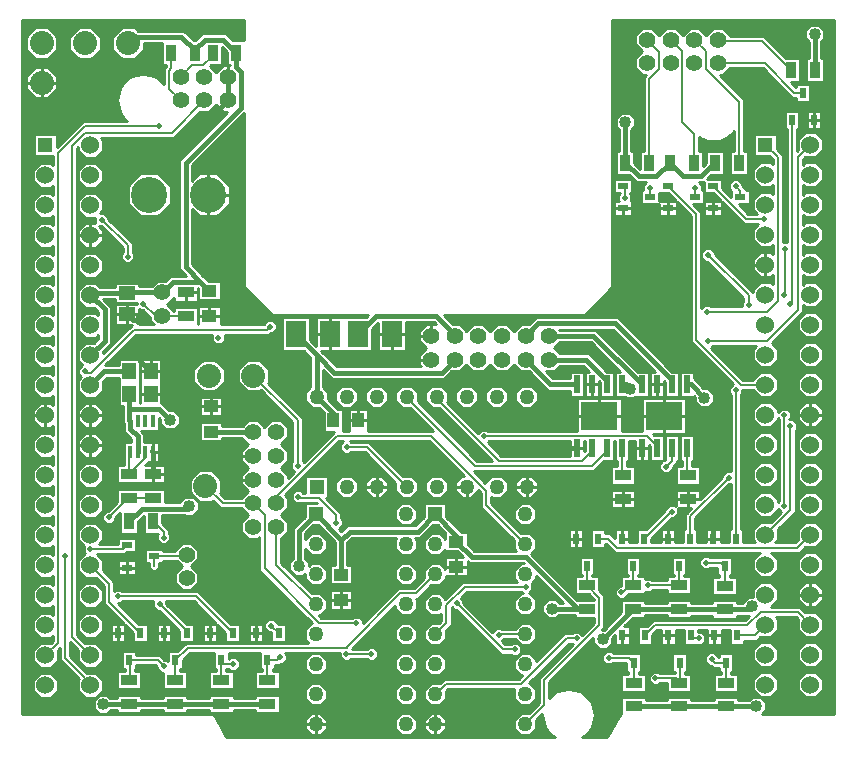
<source format=gbr>
G04 PROTEUS GERBER X2 FILE*
%TF.GenerationSoftware,Labcenter,Proteus,8.12-SP0-Build30713*%
%TF.CreationDate,2021-08-02T22:04:32+00:00*%
%TF.FileFunction,Copper,L1,Top*%
%TF.FilePolarity,Positive*%
%TF.Part,Single*%
%TF.SameCoordinates,{7b106f40-0859-4ec3-be3a-1bfa3638fa75}*%
%FSLAX45Y45*%
%MOMM*%
G01*
%TA.AperFunction,Conductor*%
%ADD10C,0.203200*%
%ADD11C,0.381000*%
%TA.AperFunction,ViaPad*%
%ADD12C,0.508000*%
%ADD13C,1.016000*%
%TA.AperFunction,Conductor*%
%ADD14C,0.254000*%
%TA.AperFunction,ComponentPad*%
%ADD15R,1.270000X1.270000*%
%ADD16C,1.524000*%
%TA.AperFunction,ComponentPad*%
%ADD17C,1.270000*%
%TA.AperFunction,SMDPad,CuDef*%
%ADD18R,0.609600X0.939800*%
%TA.AperFunction,SMDPad,CuDef*%
%ADD19R,1.447800X0.939800*%
%TA.AperFunction,SMDPad,CuDef*%
%ADD70R,0.457200X1.041400*%
%TA.AperFunction,SMDPad,CuDef*%
%ADD71R,0.609600X1.549400*%
%ADD20R,3.149600X2.438400*%
%TA.AperFunction,WasherPad*%
%ADD21C,1.397000*%
%TA.AperFunction,SMDPad,CuDef*%
%ADD22R,0.939800X1.447800*%
%TA.AperFunction,ComponentPad*%
%ADD23C,3.048000*%
%TA.AperFunction,SMDPad,CuDef*%
%ADD24R,1.270000X1.016000*%
%ADD25R,1.143000X1.447800*%
%ADD26R,1.447800X1.143000*%
%TA.AperFunction,SMDPad,CuDef*%
%ADD27R,0.939800X0.609600*%
%TA.AperFunction,ComponentPad*%
%ADD28C,2.032000*%
%TA.AperFunction,SMDPad,CuDef*%
%ADD29R,1.016000X1.270000*%
%ADD72R,1.803400X2.260600*%
%TD.AperFunction*%
G36*
X+1939040Y+5762869D02*
X+1845767Y+5762869D01*
X+1787384Y+5821252D01*
X+1586591Y+5821252D01*
X+1528208Y+5762869D01*
X+1515767Y+5762869D01*
X+1433558Y+5845078D01*
X+1041710Y+5845078D01*
X+1014709Y+5872079D01*
X+905291Y+5872079D01*
X+827921Y+5794709D01*
X+827921Y+5685291D01*
X+905291Y+5607921D01*
X+1014709Y+5607921D01*
X+1092079Y+5685291D01*
X+1092079Y+5740940D01*
X+1247531Y+5740940D01*
X+1247531Y+5557131D01*
X+1281821Y+5557131D01*
X+1281821Y+5542885D01*
X+1262933Y+5523997D01*
X+1262933Y+5389447D01*
X+1245941Y+5412912D01*
X+1197185Y+5450374D01*
X+1143024Y+5472348D01*
X+1087000Y+5479499D01*
X+1030976Y+5472348D01*
X+976815Y+5450374D01*
X+928059Y+5412912D01*
X+887444Y+5356825D01*
X+863228Y+5257000D01*
X+887444Y+5157175D01*
X+928059Y+5101088D01*
X+954467Y+5080797D01*
X+576886Y+5080797D01*
X+353979Y+4857890D01*
X+353979Y+4969979D01*
X+166021Y+4969979D01*
X+166021Y+4782021D01*
X+320941Y+4782021D01*
X+320941Y+4711926D01*
X+304188Y+4728679D01*
X+215812Y+4728679D01*
X+153321Y+4666188D01*
X+153321Y+4577812D01*
X+215812Y+4515321D01*
X+304188Y+4515321D01*
X+320941Y+4532074D01*
X+320941Y+4457926D01*
X+304188Y+4474679D01*
X+215812Y+4474679D01*
X+153321Y+4412188D01*
X+153321Y+4323812D01*
X+215812Y+4261321D01*
X+304188Y+4261321D01*
X+320941Y+4278074D01*
X+320941Y+4203926D01*
X+304188Y+4220679D01*
X+215812Y+4220679D01*
X+153321Y+4158188D01*
X+153321Y+4069812D01*
X+215812Y+4007321D01*
X+304188Y+4007321D01*
X+320941Y+4024074D01*
X+320941Y+3949926D01*
X+304188Y+3966679D01*
X+215812Y+3966679D01*
X+153321Y+3904188D01*
X+153321Y+3815812D01*
X+215812Y+3753321D01*
X+304188Y+3753321D01*
X+320941Y+3770074D01*
X+320941Y+3695926D01*
X+304188Y+3712679D01*
X+215812Y+3712679D01*
X+153321Y+3650188D01*
X+153321Y+3561812D01*
X+215812Y+3499321D01*
X+304188Y+3499321D01*
X+320941Y+3516074D01*
X+320941Y+3441926D01*
X+304188Y+3458679D01*
X+215812Y+3458679D01*
X+153321Y+3396188D01*
X+153321Y+3307812D01*
X+215812Y+3245321D01*
X+304188Y+3245321D01*
X+320941Y+3262074D01*
X+320941Y+3187926D01*
X+304188Y+3204679D01*
X+215812Y+3204679D01*
X+153321Y+3142188D01*
X+153321Y+3053812D01*
X+215812Y+2991321D01*
X+304188Y+2991321D01*
X+320941Y+3008074D01*
X+320941Y+2933926D01*
X+304188Y+2950679D01*
X+215812Y+2950679D01*
X+153321Y+2888188D01*
X+153321Y+2799812D01*
X+215812Y+2737321D01*
X+304188Y+2737321D01*
X+320941Y+2754074D01*
X+320941Y+2679926D01*
X+304188Y+2696679D01*
X+215812Y+2696679D01*
X+153321Y+2634188D01*
X+153321Y+2545812D01*
X+215812Y+2483321D01*
X+304188Y+2483321D01*
X+320941Y+2500074D01*
X+320941Y+2425926D01*
X+304188Y+2442679D01*
X+215812Y+2442679D01*
X+153321Y+2380188D01*
X+153321Y+2291812D01*
X+215812Y+2229321D01*
X+304188Y+2229321D01*
X+320941Y+2246074D01*
X+320941Y+2171926D01*
X+304188Y+2188679D01*
X+215812Y+2188679D01*
X+153321Y+2126188D01*
X+153321Y+2037812D01*
X+215812Y+1975321D01*
X+304188Y+1975321D01*
X+320941Y+1992074D01*
X+320941Y+1917926D01*
X+304188Y+1934679D01*
X+215812Y+1934679D01*
X+153321Y+1872188D01*
X+153321Y+1783812D01*
X+215812Y+1721321D01*
X+304188Y+1721321D01*
X+320941Y+1738074D01*
X+320941Y+1663926D01*
X+304188Y+1680679D01*
X+215812Y+1680679D01*
X+153321Y+1618188D01*
X+153321Y+1529812D01*
X+215812Y+1467321D01*
X+304188Y+1467321D01*
X+320941Y+1484074D01*
X+320941Y+1409926D01*
X+304188Y+1426679D01*
X+215812Y+1426679D01*
X+153321Y+1364188D01*
X+153321Y+1275812D01*
X+215812Y+1213321D01*
X+304188Y+1213321D01*
X+320941Y+1230074D01*
X+320941Y+1155926D01*
X+304188Y+1172679D01*
X+215812Y+1172679D01*
X+153321Y+1110188D01*
X+153321Y+1021812D01*
X+215812Y+959321D01*
X+304188Y+959321D01*
X+320941Y+976074D01*
X+320941Y+901926D01*
X+304188Y+918679D01*
X+215812Y+918679D01*
X+153321Y+856188D01*
X+153321Y+767812D01*
X+215812Y+705321D01*
X+304188Y+705321D01*
X+320941Y+722074D01*
X+320941Y+680005D01*
X+304902Y+663966D01*
X+304188Y+664679D01*
X+215812Y+664679D01*
X+153321Y+602188D01*
X+153321Y+513812D01*
X+215812Y+451321D01*
X+304188Y+451321D01*
X+366679Y+513812D01*
X+366679Y+602188D01*
X+365966Y+602902D01*
X+381821Y+618757D01*
X+381821Y+516858D01*
X+542406Y+356273D01*
X+534321Y+348188D01*
X+534321Y+259812D01*
X+596812Y+197321D01*
X+685188Y+197321D01*
X+747679Y+259812D01*
X+747679Y+348188D01*
X+685188Y+410679D01*
X+610128Y+410679D01*
X+468179Y+552628D01*
X+468179Y+669757D01*
X+535034Y+602902D01*
X+534321Y+602188D01*
X+534321Y+513812D01*
X+596812Y+451321D01*
X+685188Y+451321D01*
X+747679Y+513812D01*
X+747679Y+602188D01*
X+685188Y+664679D01*
X+596812Y+664679D01*
X+596098Y+663966D01*
X+528179Y+731885D01*
X+528179Y+4852115D01*
X+534321Y+4858257D01*
X+534321Y+4831812D01*
X+596812Y+4769321D01*
X+685188Y+4769321D01*
X+747679Y+4831812D01*
X+747679Y+4920188D01*
X+728061Y+4939806D01*
X+1350870Y+4939806D01*
X+1565735Y+5154671D01*
X+1646558Y+5154671D01*
X+1705000Y+5213113D01*
X+1763442Y+5154671D01*
X+1801276Y+5154671D01*
X+1394296Y+4747691D01*
X+1394296Y+3823540D01*
X+1447377Y+3770459D01*
X+1316822Y+3770459D01*
X+1275749Y+3729385D01*
X+1207498Y+3729385D01*
X+1159238Y+3681125D01*
X+1052869Y+3681125D01*
X+1052869Y+3712629D01*
X+847131Y+3712629D01*
X+847131Y+3677069D01*
X+720798Y+3677069D01*
X+685188Y+3712679D01*
X+596812Y+3712679D01*
X+534321Y+3650188D01*
X+534321Y+3561812D01*
X+596812Y+3499321D01*
X+674043Y+3499321D01*
X+709010Y+3464354D01*
X+709010Y+3434857D01*
X+685188Y+3458679D01*
X+596812Y+3458679D01*
X+534321Y+3396188D01*
X+534321Y+3307812D01*
X+596812Y+3245321D01*
X+685188Y+3245321D01*
X+709010Y+3269143D01*
X+709010Y+3239646D01*
X+674043Y+3204679D01*
X+596812Y+3204679D01*
X+534321Y+3142188D01*
X+534321Y+3053812D01*
X+572254Y+3015879D01*
X+571854Y+3015879D01*
X+539121Y+2983146D01*
X+539121Y+2936854D01*
X+561054Y+2914921D01*
X+534321Y+2888188D01*
X+534321Y+2799812D01*
X+596812Y+2737321D01*
X+685188Y+2737321D01*
X+747679Y+2799812D01*
X+747679Y+2877043D01*
X+778567Y+2907931D01*
X+882371Y+2907931D01*
X+882371Y+2667131D01*
X+917931Y+2667131D01*
X+917931Y+2523433D01*
X+921661Y+2519703D01*
X+921661Y+2457451D01*
X+925765Y+2457451D01*
X+925765Y+2451462D01*
X+987931Y+2389296D01*
X+987931Y+2362549D01*
X+921661Y+2362549D01*
X+921661Y+2197451D01*
X+926821Y+2197451D01*
X+926821Y+2167469D01*
X+867131Y+2167469D01*
X+867131Y+2012531D01*
X+1272869Y+2012531D01*
X+1272869Y+2167469D01*
X+1103286Y+2167469D01*
X+1133268Y+2197451D01*
X+1223339Y+2197451D01*
X+1223339Y+2362549D01*
X+1092069Y+2362549D01*
X+1092069Y+2432430D01*
X+1067048Y+2457451D01*
X+1223339Y+2457451D01*
X+1223339Y+2568025D01*
X+1233721Y+2557643D01*
X+1233721Y+2516333D01*
X+1281333Y+2468721D01*
X+1348667Y+2468721D01*
X+1396279Y+2516333D01*
X+1396279Y+2583667D01*
X+1348667Y+2631279D01*
X+1307357Y+2631279D01*
X+1246567Y+2692069D01*
X+1237629Y+2692069D01*
X+1237629Y+3062869D01*
X+1081052Y+3062869D01*
X+1095428Y+3077245D01*
X+1095428Y+3103547D01*
X+1076829Y+3122146D01*
X+1050527Y+3122146D01*
X+1031928Y+3103547D01*
X+1031928Y+3077245D01*
X+1046304Y+3062869D01*
X+882371Y+3062869D01*
X+882371Y+3012069D01*
X+766896Y+3012069D01*
X+1026648Y+3271821D01*
X+1672796Y+3271821D01*
X+1669121Y+3268146D01*
X+1669121Y+3221854D01*
X+1701854Y+3189121D01*
X+1748146Y+3189121D01*
X+1780879Y+3221854D01*
X+1780879Y+3268146D01*
X+1777204Y+3271821D01*
X+2157141Y+3271821D01*
X+2168673Y+3283353D01*
X+2186634Y+3283353D01*
X+2219367Y+3316086D01*
X+2219367Y+3362378D01*
X+2186634Y+3395111D01*
X+2140342Y+3395111D01*
X+2107609Y+3362378D01*
X+2107609Y+3358179D01*
X+1743035Y+3358179D01*
X+1743035Y+3510335D01*
X+1555077Y+3510335D01*
X+1555077Y+3358179D01*
X+1551925Y+3358179D01*
X+1551925Y+3506525D01*
X+1346187Y+3506525D01*
X+1346187Y+3473812D01*
X+1290943Y+3529056D01*
X+1346187Y+3584300D01*
X+1346187Y+3551587D01*
X+1551925Y+3551587D01*
X+1551925Y+3665911D01*
X+1555077Y+3662759D01*
X+1555077Y+3561137D01*
X+1743035Y+3561137D01*
X+1743035Y+3723695D01*
X+1641413Y+3723695D01*
X+1625151Y+3739958D01*
X+1594649Y+3770459D01*
X+1498432Y+3866676D01*
X+1498432Y+4337938D01*
X+1564249Y+4272121D01*
X+1715751Y+4272121D01*
X+1822879Y+4379249D01*
X+1822879Y+4530751D01*
X+1715751Y+4637879D01*
X+1564249Y+4637879D01*
X+1498432Y+4572062D01*
X+1498432Y+4704555D01*
X+1939040Y+5145163D01*
X+1939040Y+3674750D01*
X+2174750Y+3439040D01*
X+2995404Y+3439040D01*
X+2974873Y+3418509D01*
X+2549351Y+3418509D01*
X+2549351Y+3179285D01*
X+2500649Y+3227987D01*
X+2500649Y+3418509D01*
X+2259351Y+3418509D01*
X+2259351Y+3131491D01*
X+2449873Y+3131491D01*
X+2503699Y+3077665D01*
X+2503699Y+2827781D01*
X+2461789Y+2785871D01*
X+2461789Y+2708017D01*
X+2516841Y+2652965D01*
X+2576111Y+2652965D01*
X+2615361Y+2613715D01*
X+2615361Y+2451021D01*
X+2705255Y+2451021D01*
X+2445594Y+2191360D01*
X+2438128Y+2198826D01*
X+2438128Y+2567936D01*
X+2143926Y+2862138D01*
X+2152079Y+2870291D01*
X+2152079Y+2979709D01*
X+2074709Y+3057079D01*
X+1965291Y+3057079D01*
X+1887921Y+2979709D01*
X+1887921Y+2870291D01*
X+1965291Y+2792921D01*
X+2074709Y+2792921D01*
X+2082862Y+2801074D01*
X+2351770Y+2532166D01*
X+2351770Y+2198826D01*
X+2339070Y+2186126D01*
X+2339070Y+2139834D01*
X+2366569Y+2112335D01*
X+2315329Y+2061095D01*
X+2315329Y+2086558D01*
X+2256887Y+2145000D01*
X+2315329Y+2203442D01*
X+2315329Y+2286558D01*
X+2256887Y+2345000D01*
X+2315329Y+2403442D01*
X+2315329Y+2486558D01*
X+2256558Y+2545329D01*
X+2173442Y+2545329D01*
X+2115000Y+2486887D01*
X+2056558Y+2545329D01*
X+1973442Y+2545329D01*
X+1930126Y+2502013D01*
X+1758747Y+2502013D01*
X+1758747Y+2531223D01*
X+1570789Y+2531223D01*
X+1570789Y+2368665D01*
X+1758747Y+2368665D01*
X+1758747Y+2397875D01*
X+1920238Y+2397875D01*
X+1973113Y+2345000D01*
X+1914671Y+2286558D01*
X+1914671Y+2203442D01*
X+1973113Y+2145000D01*
X+1914671Y+2086558D01*
X+1914671Y+2003442D01*
X+1973113Y+1945000D01*
X+1916292Y+1888179D01*
X+1777885Y+1888179D01*
X+1738926Y+1927138D01*
X+1747079Y+1935291D01*
X+1747079Y+2044709D01*
X+1669709Y+2122079D01*
X+1560291Y+2122079D01*
X+1482921Y+2044709D01*
X+1482921Y+1935291D01*
X+1560291Y+1857921D01*
X+1669709Y+1857921D01*
X+1677862Y+1866074D01*
X+1742115Y+1801821D01*
X+1916292Y+1801821D01*
X+1973113Y+1745000D01*
X+1914671Y+1686558D01*
X+1914671Y+1603442D01*
X+1973442Y+1544671D01*
X+2056558Y+1544671D01*
X+2072345Y+1560458D01*
X+2072345Y+1274108D01*
X+2517530Y+828923D01*
X+2508841Y+828923D01*
X+2453789Y+773871D01*
X+2453789Y+696017D01*
X+2486627Y+663179D01*
X+1447115Y+663179D01*
X+1376405Y+592469D01*
X+1299041Y+592469D01*
X+1299041Y+504984D01*
X+1283146Y+520879D01*
X+1265185Y+520879D01*
X+1227885Y+558179D01*
X+1030959Y+558179D01*
X+1030959Y+592469D01*
X+909041Y+592469D01*
X+909041Y+437531D01*
X+931821Y+437531D01*
X+931821Y+422469D01*
X+867131Y+422469D01*
X+867131Y+267531D01*
X+1072869Y+267531D01*
X+1072869Y+422469D01*
X+1018179Y+422469D01*
X+1018179Y+437531D01*
X+1030959Y+437531D01*
X+1030959Y+471821D01*
X+1192115Y+471821D01*
X+1204121Y+459815D01*
X+1204121Y+441854D01*
X+1236854Y+409121D01*
X+1257131Y+409121D01*
X+1257131Y+267531D01*
X+1462869Y+267531D01*
X+1462869Y+422469D01*
X+1403179Y+422469D01*
X+1403179Y+437531D01*
X+1420959Y+437531D01*
X+1420959Y+514895D01*
X+1482885Y+576821D01*
X+1689041Y+576821D01*
X+1689041Y+437531D01*
X+1706821Y+437531D01*
X+1706821Y+422469D01*
X+1647131Y+422469D01*
X+1647131Y+267531D01*
X+1852869Y+267531D01*
X+1852869Y+422469D01*
X+1793179Y+422469D01*
X+1793179Y+437531D01*
X+1810959Y+437531D01*
X+1810959Y+440412D01*
X+1814418Y+440412D01*
X+1827118Y+427712D01*
X+1873410Y+427712D01*
X+1906143Y+460445D01*
X+1906143Y+506737D01*
X+1873410Y+539470D01*
X+1827118Y+539470D01*
X+1814418Y+526770D01*
X+1810959Y+526770D01*
X+1810959Y+576821D01*
X+2079041Y+576821D01*
X+2079041Y+437531D01*
X+2096821Y+437531D01*
X+2096821Y+422469D01*
X+2037131Y+422469D01*
X+2037131Y+267531D01*
X+2242869Y+267531D01*
X+2242869Y+422469D01*
X+2183179Y+422469D01*
X+2183179Y+437531D01*
X+2200959Y+437531D01*
X+2200959Y+471821D01*
X+2242367Y+471821D01*
X+2253658Y+483112D01*
X+2271619Y+483112D01*
X+2304352Y+515845D01*
X+2304352Y+562137D01*
X+2289668Y+576821D01*
X+2752306Y+576821D01*
X+2752306Y+543540D01*
X+2785039Y+510807D01*
X+2831331Y+510807D01*
X+2845730Y+525206D01*
X+2984005Y+525205D01*
X+2996705Y+512505D01*
X+3042997Y+512505D01*
X+3075730Y+545238D01*
X+3075730Y+591530D01*
X+3042997Y+624263D01*
X+2996705Y+624263D01*
X+2984005Y+611563D01*
X+2855503Y+611562D01*
X+3215789Y+971848D01*
X+3215789Y+950017D01*
X+3270841Y+894965D01*
X+3348695Y+894965D01*
X+3403747Y+950017D01*
X+3403747Y+1027871D01*
X+3394069Y+1037549D01*
X+3415437Y+1037549D01*
X+3526853Y+1148965D01*
X+3598695Y+1148965D01*
X+3653747Y+1204017D01*
X+3653747Y+1225361D01*
X+3833979Y+1225361D01*
X+3833979Y+1352385D01*
X+3848432Y+1337932D01*
X+4307347Y+1337932D01*
X+4308356Y+1336923D01*
X+4282841Y+1336923D01*
X+4227789Y+1281871D01*
X+4227789Y+1204017D01*
X+4252178Y+1179628D01*
X+3791064Y+1179628D01*
X+3646527Y+1035091D01*
X+3598695Y+1082923D01*
X+3520841Y+1082923D01*
X+3465789Y+1027871D01*
X+3465789Y+950017D01*
X+3520841Y+894965D01*
X+3598695Y+894965D01*
X+3611958Y+908228D01*
X+3611958Y+848198D01*
X+3592683Y+828923D01*
X+3520841Y+828923D01*
X+3465789Y+773871D01*
X+3465789Y+696017D01*
X+3520841Y+640965D01*
X+3598695Y+640965D01*
X+3653747Y+696017D01*
X+3653747Y+767859D01*
X+3698316Y+812428D01*
X+3698316Y+962307D01*
X+3720702Y+939921D01*
X+3738663Y+939921D01*
X+4115902Y+562682D01*
X+4198123Y+562682D01*
X+4210823Y+549982D01*
X+4257115Y+549982D01*
X+4289848Y+582715D01*
X+4289848Y+629007D01*
X+4257115Y+661740D01*
X+4210823Y+661740D01*
X+4198123Y+649040D01*
X+4151672Y+649040D01*
X+4122953Y+677759D01*
X+4136959Y+691765D01*
X+4232041Y+691765D01*
X+4282841Y+640965D01*
X+4360695Y+640965D01*
X+4415747Y+696017D01*
X+4415747Y+773871D01*
X+4360695Y+828923D01*
X+4282841Y+828923D01*
X+4232041Y+778123D01*
X+4128899Y+778123D01*
X+4120229Y+786793D01*
X+4073937Y+786793D01*
X+4043928Y+756784D01*
X+3799727Y+1000985D01*
X+3799727Y+1018946D01*
X+3776118Y+1042554D01*
X+3826834Y+1093270D01*
X+4290683Y+1093270D01*
X+4301030Y+1082923D01*
X+4282841Y+1082923D01*
X+4227789Y+1027871D01*
X+4227789Y+950017D01*
X+4282841Y+894965D01*
X+4360695Y+894965D01*
X+4415747Y+950017D01*
X+4415747Y+1027871D01*
X+4360695Y+1082923D01*
X+4352028Y+1082923D01*
X+4382408Y+1113303D01*
X+4382408Y+1159595D01*
X+4376866Y+1165136D01*
X+4415747Y+1204017D01*
X+4415747Y+1229532D01*
X+4643210Y+1002069D01*
X+4612882Y+1002069D01*
X+4580783Y+1034168D01*
X+4513449Y+1034168D01*
X+4465837Y+986556D01*
X+4465837Y+919222D01*
X+4513449Y+871610D01*
X+4580783Y+871610D01*
X+4607104Y+897931D01*
X+4742131Y+897931D01*
X+4742131Y+872531D01*
X+4906390Y+872531D01*
X+4906390Y+832276D01*
X+4804816Y+730702D01*
X+4780015Y+755503D01*
X+4733723Y+755503D01*
X+4721023Y+742803D01*
X+4654181Y+742803D01*
X+4415747Y+504369D01*
X+4415747Y+519871D01*
X+4403398Y+532220D01*
X+4403398Y+537280D01*
X+4378104Y+562574D01*
X+4373044Y+562574D01*
X+4360695Y+574923D01*
X+4282841Y+574923D01*
X+4227789Y+519871D01*
X+4227789Y+442017D01*
X+4282841Y+386965D01*
X+4298343Y+386965D01*
X+4267389Y+356011D01*
X+3632388Y+356011D01*
X+3597300Y+320923D01*
X+3520841Y+320923D01*
X+3465789Y+265871D01*
X+3465789Y+188017D01*
X+3520841Y+132965D01*
X+3598695Y+132965D01*
X+3653747Y+188017D01*
X+3653747Y+255242D01*
X+3668158Y+269653D01*
X+4231571Y+269653D01*
X+4227789Y+265871D01*
X+4227789Y+188017D01*
X+4282841Y+132965D01*
X+4360695Y+132965D01*
X+4415747Y+188017D01*
X+4415747Y+265871D01*
X+4360695Y+320923D01*
X+4354429Y+320923D01*
X+4689951Y+656445D01*
X+4721023Y+656445D01*
X+4725791Y+651677D01*
X+4438496Y+364382D01*
X+4438496Y+150736D01*
X+4354683Y+66923D01*
X+4282841Y+66923D01*
X+4227789Y+11871D01*
X+4227789Y-65983D01*
X+4282841Y-121035D01*
X+4360695Y-121035D01*
X+4415747Y-65983D01*
X+4415747Y+5859D01*
X+4466938Y+57050D01*
X+4465228Y+50000D01*
X+4489444Y-49825D01*
X+4530059Y-105912D01*
X+4573174Y-139040D01*
X+1787675Y-139040D01*
X+1696780Y+42750D01*
X+1667316Y+60960D01*
X+60960Y+60960D01*
X+60960Y+5939040D01*
X+1939040Y+5939040D01*
X+1939040Y+5762869D01*
G37*
%LPC*%
G36*
X+2508841Y+574923D02*
X+2586695Y+574923D01*
X+2641747Y+519871D01*
X+2641747Y+442017D01*
X+2586695Y+386965D01*
X+2508841Y+386965D01*
X+2453789Y+442017D01*
X+2453789Y+519871D01*
X+2508841Y+574923D01*
G37*
G36*
X+2508841Y+320923D02*
X+2586695Y+320923D01*
X+2641747Y+265871D01*
X+2641747Y+188017D01*
X+2586695Y+132965D01*
X+2508841Y+132965D01*
X+2453789Y+188017D01*
X+2453789Y+265871D01*
X+2508841Y+320923D01*
G37*
G36*
X+2508841Y+66923D02*
X+2586695Y+66923D01*
X+2641747Y+11871D01*
X+2641747Y-65983D01*
X+2586695Y-121035D01*
X+2508841Y-121035D01*
X+2453789Y-65983D01*
X+2453789Y+11871D01*
X+2508841Y+66923D01*
G37*
G36*
X+3270841Y+66923D02*
X+3348695Y+66923D01*
X+3403747Y+11871D01*
X+3403747Y-65983D01*
X+3348695Y-121035D01*
X+3270841Y-121035D01*
X+3215789Y-65983D01*
X+3215789Y+11871D01*
X+3270841Y+66923D01*
G37*
G36*
X+3270841Y+320923D02*
X+3348695Y+320923D01*
X+3403747Y+265871D01*
X+3403747Y+188017D01*
X+3348695Y+132965D01*
X+3270841Y+132965D01*
X+3215789Y+188017D01*
X+3215789Y+265871D01*
X+3270841Y+320923D01*
G37*
G36*
X+3270841Y+574923D02*
X+3348695Y+574923D01*
X+3403747Y+519871D01*
X+3403747Y+442017D01*
X+3348695Y+386965D01*
X+3270841Y+386965D01*
X+3215789Y+442017D01*
X+3215789Y+519871D01*
X+3270841Y+574923D01*
G37*
G36*
X+3270841Y+828923D02*
X+3348695Y+828923D01*
X+3403747Y+773871D01*
X+3403747Y+696017D01*
X+3348695Y+640965D01*
X+3270841Y+640965D01*
X+3215789Y+696017D01*
X+3215789Y+773871D01*
X+3270841Y+828923D01*
G37*
G36*
X+3520841Y+574923D02*
X+3598695Y+574923D01*
X+3653747Y+519871D01*
X+3653747Y+442017D01*
X+3598695Y+386965D01*
X+3520841Y+386965D01*
X+3465789Y+442017D01*
X+3465789Y+519871D01*
X+3520841Y+574923D01*
G37*
G36*
X+3520841Y+66923D02*
X+3598695Y+66923D01*
X+3653747Y+11871D01*
X+3653747Y-65983D01*
X+3598695Y-121035D01*
X+3520841Y-121035D01*
X+3465789Y-65983D01*
X+3465789Y+11871D01*
X+3520841Y+66923D01*
G37*
G36*
X+747679Y+1618188D02*
X+747679Y+1529812D01*
X+716046Y+1498179D01*
X+872531Y+1498179D01*
X+872531Y+1550959D01*
X+1027469Y+1550959D01*
X+1027469Y+1429041D01*
X+950105Y+1429041D01*
X+932885Y+1411821D01*
X+700046Y+1411821D01*
X+747679Y+1364188D01*
X+747679Y+1275812D01*
X+746966Y+1275098D01*
X+844202Y+1177862D01*
X+844202Y+1104395D01*
X+851854Y+1112047D01*
X+898146Y+1112047D01*
X+910846Y+1099347D01*
X+1551717Y+1099347D01*
X+1828595Y+822469D01*
X+1905959Y+822469D01*
X+1905959Y+667531D01*
X+1784041Y+667531D01*
X+1784041Y+744895D01*
X+1715959Y+812977D01*
X+1715959Y+667531D01*
X+1594041Y+667531D01*
X+1594041Y+822469D01*
X+1706467Y+822469D01*
X+1515947Y+1012989D01*
X+1283559Y+1012989D01*
X+1283625Y+1012923D01*
X+1283625Y+994962D01*
X+1456118Y+822469D01*
X+1515959Y+822469D01*
X+1515959Y+667531D01*
X+1394041Y+667531D01*
X+1394041Y+762418D01*
X+1222561Y+933898D01*
X+1204600Y+933898D01*
X+1171867Y+966631D01*
X+1171867Y+1012923D01*
X+1171933Y+1012989D01*
X+910846Y+1012989D01*
X+898146Y+1000289D01*
X+870775Y+1000289D01*
X+1048595Y+822469D01*
X+1125959Y+822469D01*
X+1125959Y+667531D01*
X+1004041Y+667531D01*
X+1004041Y+744895D01*
X+935959Y+812977D01*
X+935959Y+667531D01*
X+814041Y+667531D01*
X+814041Y+822469D01*
X+926467Y+822469D01*
X+757844Y+991092D01*
X+757844Y+1142092D01*
X+685902Y+1214034D01*
X+685188Y+1213321D01*
X+596812Y+1213321D01*
X+534321Y+1275812D01*
X+534321Y+1364188D01*
X+592895Y+1422762D01*
X+584121Y+1431536D01*
X+584121Y+1477828D01*
X+585213Y+1478920D01*
X+534321Y+1529812D01*
X+534321Y+1618188D01*
X+596812Y+1680679D01*
X+685188Y+1680679D01*
X+747679Y+1618188D01*
G37*
G36*
X+810615Y+197069D02*
X+867131Y+197069D01*
X+867131Y+222469D01*
X+1072869Y+222469D01*
X+1072869Y+197069D01*
X+1257131Y+197069D01*
X+1257131Y+222469D01*
X+1462869Y+222469D01*
X+1462869Y+197069D01*
X+1647131Y+197069D01*
X+1647131Y+222469D01*
X+1852869Y+222469D01*
X+1852869Y+197069D01*
X+2037131Y+197069D01*
X+2037131Y+222469D01*
X+2242869Y+222469D01*
X+2242869Y+67531D01*
X+2037131Y+67531D01*
X+2037131Y+92931D01*
X+1852869Y+92931D01*
X+1852869Y+67531D01*
X+1647131Y+67531D01*
X+1647131Y+92931D01*
X+1462869Y+92931D01*
X+1462869Y+67531D01*
X+1257131Y+67531D01*
X+1257131Y+92931D01*
X+1072869Y+92931D01*
X+1072869Y+67531D01*
X+867131Y+67531D01*
X+867131Y+92931D01*
X+815313Y+92931D01*
X+783754Y+61372D01*
X+716420Y+61372D01*
X+668808Y+108984D01*
X+668808Y+176318D01*
X+716420Y+223930D01*
X+783754Y+223930D01*
X+810615Y+197069D01*
G37*
G36*
X+1272869Y+1851218D02*
X+1394215Y+1851218D01*
X+1394215Y+1851902D01*
X+1441827Y+1899514D01*
X+1509161Y+1899514D01*
X+1556773Y+1851902D01*
X+1556773Y+1784568D01*
X+1509161Y+1736956D01*
X+1441827Y+1736956D01*
X+1431703Y+1747080D01*
X+1247469Y+1747080D01*
X+1247469Y+1673595D01*
X+1305121Y+1615943D01*
X+1305121Y+1587732D01*
X+1317821Y+1575032D01*
X+1317821Y+1528740D01*
X+1285088Y+1496007D01*
X+1238796Y+1496007D01*
X+1206063Y+1528740D01*
X+1206063Y+1575032D01*
X+1214984Y+1583952D01*
X+1211805Y+1587131D01*
X+1092531Y+1587131D01*
X+1092531Y+1738895D01*
X+1047469Y+1693833D01*
X+1047469Y+1587131D01*
X+892531Y+1587131D01*
X+892531Y+1759217D01*
X+852883Y+1719569D01*
X+852883Y+1701608D01*
X+820150Y+1668875D01*
X+773858Y+1668875D01*
X+741125Y+1701608D01*
X+741125Y+1747900D01*
X+773858Y+1780633D01*
X+791819Y+1780633D01*
X+867131Y+1855945D01*
X+867131Y+1967469D01*
X+1272869Y+1967469D01*
X+1272869Y+1851218D01*
G37*
G36*
X+1204041Y+822469D02*
X+1325959Y+822469D01*
X+1325959Y+667531D01*
X+1204041Y+667531D01*
X+1204041Y+822469D01*
G37*
G36*
X+956741Y+4379249D02*
X+956741Y+4530751D01*
X+1063869Y+4637879D01*
X+1215371Y+4637879D01*
X+1322499Y+4530751D01*
X+1322499Y+4379249D01*
X+1215371Y+4272121D01*
X+1063869Y+4272121D01*
X+956741Y+4379249D01*
G37*
G36*
X+1570789Y+2582025D02*
X+1570789Y+2744583D01*
X+1758747Y+2744583D01*
X+1758747Y+2582025D01*
X+1570789Y+2582025D01*
G37*
G36*
X+2226491Y+831612D02*
X+2226491Y+822469D01*
X+2295959Y+822469D01*
X+2295959Y+667531D01*
X+2174041Y+667531D01*
X+2174041Y+744895D01*
X+2166349Y+752587D01*
X+2147466Y+752587D01*
X+2114733Y+785320D01*
X+2114733Y+831612D01*
X+2147466Y+864345D01*
X+2193758Y+864345D01*
X+2226491Y+831612D01*
G37*
G36*
X+1984041Y+822469D02*
X+2105959Y+822469D01*
X+2105959Y+667531D01*
X+1984041Y+667531D01*
X+1984041Y+822469D01*
G37*
G36*
X+872531Y+1239041D02*
X+872531Y+1360959D01*
X+1027469Y+1360959D01*
X+1027469Y+1239041D01*
X+872531Y+1239041D01*
G37*
G36*
X+1555329Y+1451558D02*
X+1555329Y+1368442D01*
X+1496887Y+1310000D01*
X+1555329Y+1251558D01*
X+1555329Y+1168442D01*
X+1496558Y+1109671D01*
X+1413442Y+1109671D01*
X+1354671Y+1168442D01*
X+1354671Y+1251558D01*
X+1413113Y+1310000D01*
X+1371292Y+1351821D01*
X+1257469Y+1351821D01*
X+1257469Y+1334041D01*
X+1223179Y+1334041D01*
X+1223179Y+1292115D01*
X+1197885Y+1266821D01*
X+1162115Y+1266821D01*
X+1136821Y+1292115D01*
X+1136821Y+1334041D01*
X+1102531Y+1334041D01*
X+1102531Y+1455959D01*
X+1257469Y+1455959D01*
X+1257469Y+1438179D01*
X+1354671Y+1438179D01*
X+1354671Y+1451558D01*
X+1413442Y+1510329D01*
X+1496558Y+1510329D01*
X+1555329Y+1451558D01*
G37*
G36*
X+596812Y+4728679D02*
X+685188Y+4728679D01*
X+747679Y+4666188D01*
X+747679Y+4577812D01*
X+685188Y+4515321D01*
X+596812Y+4515321D01*
X+534321Y+4577812D01*
X+534321Y+4666188D01*
X+596812Y+4728679D01*
G37*
G36*
X+747679Y+4412188D02*
X+747679Y+4323812D01*
X+725719Y+4301852D01*
X+760122Y+4301852D01*
X+792855Y+4269119D01*
X+792855Y+4251158D01*
X+999661Y+4044351D01*
X+999661Y+3968238D01*
X+1012361Y+3955538D01*
X+1012361Y+3909246D01*
X+979628Y+3876513D01*
X+933336Y+3876513D01*
X+900603Y+3909246D01*
X+900603Y+3955538D01*
X+913303Y+3968238D01*
X+913303Y+4008581D01*
X+731791Y+4190094D01*
X+715773Y+4190094D01*
X+747679Y+4158188D01*
X+747679Y+4069812D01*
X+685188Y+4007321D01*
X+596812Y+4007321D01*
X+534321Y+4069812D01*
X+534321Y+4158188D01*
X+596812Y+4220679D01*
X+683245Y+4220679D01*
X+681097Y+4222827D01*
X+681097Y+4261321D01*
X+596812Y+4261321D01*
X+534321Y+4323812D01*
X+534321Y+4412188D01*
X+596812Y+4474679D01*
X+685188Y+4474679D01*
X+747679Y+4412188D01*
G37*
G36*
X+596812Y+3966679D02*
X+685188Y+3966679D01*
X+747679Y+3904188D01*
X+747679Y+3815812D01*
X+685188Y+3753321D01*
X+596812Y+3753321D01*
X+534321Y+3815812D01*
X+534321Y+3904188D01*
X+596812Y+3966679D01*
G37*
G36*
X+596812Y+2696679D02*
X+685188Y+2696679D01*
X+747679Y+2634188D01*
X+747679Y+2545812D01*
X+685188Y+2483321D01*
X+596812Y+2483321D01*
X+534321Y+2545812D01*
X+534321Y+2634188D01*
X+596812Y+2696679D01*
G37*
G36*
X+596812Y+2442679D02*
X+685188Y+2442679D01*
X+747679Y+2380188D01*
X+747679Y+2291812D01*
X+685188Y+2229321D01*
X+596812Y+2229321D01*
X+534321Y+2291812D01*
X+534321Y+2380188D01*
X+596812Y+2442679D01*
G37*
G36*
X+596812Y+2188679D02*
X+685188Y+2188679D01*
X+747679Y+2126188D01*
X+747679Y+2037812D01*
X+685188Y+1975321D01*
X+596812Y+1975321D01*
X+534321Y+2037812D01*
X+534321Y+2126188D01*
X+596812Y+2188679D01*
G37*
G36*
X+596812Y+1934679D02*
X+685188Y+1934679D01*
X+747679Y+1872188D01*
X+747679Y+1783812D01*
X+685188Y+1721321D01*
X+596812Y+1721321D01*
X+534321Y+1783812D01*
X+534321Y+1872188D01*
X+596812Y+1934679D01*
G37*
G36*
X+596812Y+1172679D02*
X+685188Y+1172679D01*
X+747679Y+1110188D01*
X+747679Y+1021812D01*
X+685188Y+959321D01*
X+596812Y+959321D01*
X+534321Y+1021812D01*
X+534321Y+1110188D01*
X+596812Y+1172679D01*
G37*
G36*
X+596812Y+918679D02*
X+685188Y+918679D01*
X+747679Y+856188D01*
X+747679Y+767812D01*
X+685188Y+705321D01*
X+596812Y+705321D01*
X+534321Y+767812D01*
X+534321Y+856188D01*
X+596812Y+918679D01*
G37*
G36*
X+215812Y+410679D02*
X+304188Y+410679D01*
X+366679Y+348188D01*
X+366679Y+259812D01*
X+304188Y+197321D01*
X+215812Y+197321D01*
X+153321Y+259812D01*
X+153321Y+348188D01*
X+215812Y+410679D01*
G37*
G36*
X+97921Y+5350291D02*
X+97921Y+5459709D01*
X+175291Y+5537079D01*
X+284709Y+5537079D01*
X+362079Y+5459709D01*
X+362079Y+5350291D01*
X+284709Y+5272921D01*
X+175291Y+5272921D01*
X+97921Y+5350291D01*
G37*
G36*
X+97921Y+5685291D02*
X+97921Y+5794709D01*
X+175291Y+5872079D01*
X+284709Y+5872079D01*
X+362079Y+5794709D01*
X+362079Y+5685291D01*
X+284709Y+5607921D01*
X+175291Y+5607921D01*
X+97921Y+5685291D01*
G37*
G36*
X+462921Y+5685291D02*
X+462921Y+5794709D01*
X+540291Y+5872079D01*
X+649709Y+5872079D01*
X+727079Y+5794709D01*
X+727079Y+5685291D01*
X+649709Y+5607921D01*
X+540291Y+5607921D01*
X+462921Y+5685291D01*
G37*
G36*
X+1512921Y+2870291D02*
X+1512921Y+2979709D01*
X+1590291Y+3057079D01*
X+1699709Y+3057079D01*
X+1777079Y+2979709D01*
X+1777079Y+2870291D01*
X+1699709Y+2792921D01*
X+1590291Y+2792921D01*
X+1512921Y+2870291D01*
G37*
G36*
X+1573364Y+5044904D02*
X+1573364Y+5071206D01*
X+1591963Y+5089805D01*
X+1618265Y+5089805D01*
X+1636864Y+5071206D01*
X+1636864Y+5044904D01*
X+1618265Y+5026305D01*
X+1591963Y+5026305D01*
X+1573364Y+5044904D01*
G37*
%LPD*%
G36*
X+6939040Y+60960D02*
X+6330906Y+60960D01*
X+6361279Y+91333D01*
X+6361279Y+158667D01*
X+6318625Y+201321D01*
X+6400188Y+201321D01*
X+6462679Y+263812D01*
X+6462679Y+352188D01*
X+6400188Y+414679D01*
X+6311812Y+414679D01*
X+6249321Y+352188D01*
X+6249321Y+263812D01*
X+6306854Y+206279D01*
X+6246333Y+206279D01*
X+6217123Y+177069D01*
X+6150000Y+177068D01*
X+6122869Y+177069D01*
X+6122869Y+202469D01*
X+5917131Y+202469D01*
X+5917131Y+177069D01*
X+5727869Y+177069D01*
X+5727869Y+202469D01*
X+5522131Y+202469D01*
X+5522131Y+177069D01*
X+5342869Y+177069D01*
X+5342869Y+202469D01*
X+5137131Y+202469D01*
X+5137131Y+57296D01*
X+5114621Y+43986D01*
X+5013957Y-139040D01*
X+4804826Y-139040D01*
X+4847941Y-105912D01*
X+4888556Y-49825D01*
X+4912772Y+50000D01*
X+4888556Y+149825D01*
X+4847941Y+205912D01*
X+4799185Y+243374D01*
X+4745024Y+265348D01*
X+4689000Y+272499D01*
X+4632976Y+265348D01*
X+4578815Y+243374D01*
X+4530059Y+205912D01*
X+4524854Y+198724D01*
X+4524854Y+328612D01*
X+4898194Y+701952D01*
X+4898194Y+660113D01*
X+4945806Y+612501D01*
X+5013140Y+612501D01*
X+5060752Y+660113D01*
X+5060752Y+701116D01*
X+5084041Y+724405D01*
X+5084041Y+647531D01*
X+5205959Y+647531D01*
X+5205959Y+802469D01*
X+5162105Y+802469D01*
X+5231167Y+871531D01*
X+5337869Y+871531D01*
X+5337869Y+896931D01*
X+5519432Y+896931D01*
X+5519432Y+872531D01*
X+5725170Y+872531D01*
X+5725170Y+892931D01*
X+5907131Y+892931D01*
X+5907131Y+867531D01*
X+6112869Y+867531D01*
X+6112869Y+892931D01*
X+6202123Y+892931D01*
X+6206333Y+888721D01*
X+6220501Y+888721D01*
X+6184959Y+853179D01*
X+5402115Y+853179D01*
X+5351405Y+802469D01*
X+5274041Y+802469D01*
X+5274041Y+647531D01*
X+5395959Y+647531D01*
X+5395959Y+724895D01*
X+5437885Y+766821D01*
X+5474041Y+766821D01*
X+5474041Y+647531D01*
X+5595959Y+647531D01*
X+5595959Y+766821D01*
X+5664041Y+766821D01*
X+5664041Y+647531D01*
X+5766361Y+647531D01*
X+5769771Y+644121D01*
X+5816063Y+644121D01*
X+5848796Y+676854D01*
X+5848796Y+723146D01*
X+5816063Y+755879D01*
X+5785959Y+755879D01*
X+5785959Y+766821D01*
X+5864041Y+766821D01*
X+5864041Y+647531D01*
X+5985959Y+647531D01*
X+5985959Y+766821D01*
X+6054041Y+766821D01*
X+6054041Y+647531D01*
X+6175959Y+647531D01*
X+6175959Y+681821D01*
X+6282885Y+681821D01*
X+6311098Y+710034D01*
X+6311812Y+709321D01*
X+6400188Y+709321D01*
X+6462679Y+771812D01*
X+6462679Y+860188D01*
X+6443440Y+879427D01*
X+6612509Y+879427D01*
X+6631034Y+860902D01*
X+6630321Y+860188D01*
X+6630321Y+771812D01*
X+6692812Y+709321D01*
X+6781188Y+709321D01*
X+6843679Y+771812D01*
X+6843679Y+860188D01*
X+6781188Y+922679D01*
X+6692812Y+922679D01*
X+6692098Y+921966D01*
X+6648279Y+965785D01*
X+6402652Y+965785D01*
X+6462679Y+1025812D01*
X+6462679Y+1114188D01*
X+6400188Y+1176679D01*
X+6311812Y+1176679D01*
X+6249321Y+1114188D01*
X+6249321Y+1051279D01*
X+6206333Y+1051279D01*
X+6158721Y+1003667D01*
X+6158721Y+997069D01*
X+6112869Y+997069D01*
X+6112869Y+1022469D01*
X+5907131Y+1022469D01*
X+5907131Y+997069D01*
X+5725170Y+997069D01*
X+5725170Y+1027469D01*
X+5519432Y+1027469D01*
X+5519432Y+1001069D01*
X+5337869Y+1001069D01*
X+5337869Y+1026469D01*
X+5132131Y+1026469D01*
X+5132131Y+919767D01*
X+4987423Y+775059D01*
X+4971301Y+775059D01*
X+4992748Y+796506D01*
X+4992748Y+1063316D01*
X+4947869Y+1108195D01*
X+4947869Y+1227469D01*
X+4888179Y+1227469D01*
X+4888179Y+1237531D01*
X+4905959Y+1237531D01*
X+4905959Y+1392469D01*
X+4784041Y+1392469D01*
X+4784041Y+1237531D01*
X+4801821Y+1237531D01*
X+4801821Y+1227469D01*
X+4742131Y+1227469D01*
X+4742131Y+1072531D01*
X+4861405Y+1072531D01*
X+4906390Y+1027546D01*
X+4906390Y+1027469D01*
X+4765082Y+1027469D01*
X+4375140Y+1417410D01*
X+4415747Y+1458017D01*
X+4415747Y+1535871D01*
X+4360695Y+1590923D01*
X+4288853Y+1590923D01*
X+4036094Y+1843682D01*
X+4036094Y+1895712D01*
X+4040841Y+1890965D01*
X+4118695Y+1890965D01*
X+4173747Y+1946017D01*
X+4173747Y+2023871D01*
X+4118695Y+2078923D01*
X+4040841Y+2078923D01*
X+3985789Y+2023871D01*
X+3985789Y+2016499D01*
X+3885467Y+2116821D01*
X+4904677Y+2116821D01*
X+4989907Y+2202051D01*
X+5074459Y+2202051D01*
X+5074459Y+2372140D01*
X+5079541Y+2372140D01*
X+5079541Y+2202051D01*
X+5097321Y+2202051D01*
X+5097321Y+2157469D01*
X+5047131Y+2157469D01*
X+5047131Y+2002531D01*
X+5252869Y+2002531D01*
X+5252869Y+2157469D01*
X+5183679Y+2157469D01*
X+5183679Y+2202051D01*
X+5201459Y+2202051D01*
X+5201459Y+2372140D01*
X+5248541Y+2372140D01*
X+5248541Y+2202051D01*
X+5370459Y+2202051D01*
X+5370459Y+2335320D01*
X+5375541Y+2330238D01*
X+5375541Y+2202051D01*
X+5483026Y+2202051D01*
X+5459121Y+2178146D01*
X+5459121Y+2131854D01*
X+5491854Y+2099121D01*
X+5538146Y+2099121D01*
X+5570879Y+2131854D01*
X+5570879Y+2149815D01*
X+5606679Y+2185615D01*
X+5606679Y+2202051D01*
X+5624459Y+2202051D01*
X+5624459Y+2417949D01*
X+5502541Y+2417949D01*
X+5502541Y+2210879D01*
X+5497459Y+2210879D01*
X+5497459Y+2417949D01*
X+5409958Y+2417949D01*
X+5400306Y+2427601D01*
X+5687959Y+2427601D01*
X+5687959Y+2732399D01*
X+5312041Y+2732399D01*
X+5312041Y+2458498D01*
X+5137959Y+2458498D01*
X+5137959Y+2732399D01*
X+4762041Y+2732399D01*
X+4762041Y+2458498D01*
X+4005527Y+2458498D01*
X+3998146Y+2465879D01*
X+3951854Y+2465879D01*
X+3924962Y+2438986D01*
X+3660839Y+2703109D01*
X+3665747Y+2708017D01*
X+3665747Y+2785871D01*
X+3610695Y+2840923D01*
X+3532841Y+2840923D01*
X+3477789Y+2785871D01*
X+3477789Y+2708017D01*
X+3532841Y+2652965D01*
X+3588855Y+2652965D01*
X+4038641Y+2203179D01*
X+3915452Y+2203179D01*
X+3411180Y+2707450D01*
X+3411747Y+2708017D01*
X+3411747Y+2785871D01*
X+3356695Y+2840923D01*
X+3278841Y+2840923D01*
X+3223789Y+2785871D01*
X+3223789Y+2708017D01*
X+3278841Y+2652965D01*
X+3343538Y+2652965D01*
X+3538176Y+2458327D01*
X+2991279Y+2458327D01*
X+2991279Y+2638979D01*
X+2828721Y+2638979D01*
X+2828721Y+2458327D01*
X+2777919Y+2458327D01*
X+2777919Y+2638979D01*
X+2737369Y+2638979D01*
X+2649747Y+2726601D01*
X+2649747Y+2785871D01*
X+2607837Y+2827781D01*
X+2607837Y+2973527D01*
X+2683092Y+2898272D01*
X+3636908Y+2898272D01*
X+3698307Y+2959671D01*
X+3766558Y+2959671D01*
X+3825000Y+3018113D01*
X+3883442Y+2959671D01*
X+3966558Y+2959671D01*
X+4025000Y+3018113D01*
X+4083442Y+2959671D01*
X+4166558Y+2959671D01*
X+4225000Y+3018113D01*
X+4283442Y+2959671D01*
X+4351693Y+2959671D01*
X+4513433Y+2797931D01*
X+4698541Y+2797931D01*
X+4698541Y+2742051D01*
X+4820459Y+2742051D01*
X+4820459Y+2957949D01*
X+4698541Y+2957949D01*
X+4698541Y+2902069D01*
X+4556567Y+2902069D01*
X+4498965Y+2959671D01*
X+4566558Y+2959671D01*
X+4614818Y+3007931D01*
X+4815122Y+3007931D01*
X+4865104Y+2957949D01*
X+4825541Y+2957949D01*
X+4825541Y+2742051D01*
X+4947459Y+2742051D01*
X+4947459Y+2875594D01*
X+4952541Y+2870512D01*
X+4952541Y+2742051D01*
X+5074459Y+2742051D01*
X+5074459Y+2957949D01*
X+5012376Y+2957949D01*
X+4858256Y+3112069D01*
X+4614818Y+3112069D01*
X+4566887Y+3160000D01*
X+4614818Y+3207931D01*
X+4877933Y+3207931D01*
X+5127915Y+2957949D01*
X+5079541Y+2957949D01*
X+5079541Y+2742051D01*
X+5167681Y+2742051D01*
X+5176863Y+2732869D01*
X+5244197Y+2732869D01*
X+5253379Y+2742051D01*
X+5370459Y+2742051D01*
X+5370459Y+2957949D01*
X+5275187Y+2957949D01*
X+4921067Y+3312069D01*
X+4614818Y+3312069D01*
X+4612353Y+3314534D01*
X+5061830Y+3314534D01*
X+5418415Y+2957949D01*
X+5375541Y+2957949D01*
X+5375541Y+2742051D01*
X+5497459Y+2742051D01*
X+5497459Y+2878905D01*
X+5502541Y+2873823D01*
X+5502541Y+2742051D01*
X+5624459Y+2742051D01*
X+5624459Y+2957949D01*
X+5565687Y+2957949D01*
X+5104964Y+3418672D01*
X+4410036Y+3418672D01*
X+4351693Y+3360329D01*
X+4283442Y+3360329D01*
X+4225000Y+3301887D01*
X+4166558Y+3360329D01*
X+4083442Y+3360329D01*
X+4025000Y+3301887D01*
X+3966558Y+3360329D01*
X+3883442Y+3360329D01*
X+3825000Y+3301887D01*
X+3766558Y+3360329D01*
X+3712067Y+3360329D01*
X+3633356Y+3439040D01*
X+4825250Y+3439040D01*
X+5060960Y+3674750D01*
X+5060960Y+5939040D01*
X+6939040Y+5939040D01*
X+6939040Y+60960D01*
G37*
%LPC*%
G36*
X+6055329Y+5811558D02*
X+6055329Y+5803885D01*
X+6342179Y+5803885D01*
X+6533195Y+5612869D01*
X+6652469Y+5612869D01*
X+6652469Y+5407131D01*
X+6576305Y+5407131D01*
X+6614041Y+5369395D01*
X+6614041Y+5397469D01*
X+6735959Y+5397469D01*
X+6735959Y+5242531D01*
X+6614041Y+5242531D01*
X+6614041Y+5276821D01*
X+6584487Y+5276821D01*
X+6334487Y+5526821D01*
X+6053708Y+5526821D01*
X+5996558Y+5469671D01*
X+5969512Y+5469671D01*
X+6176623Y+5262560D01*
X+6176623Y+4827869D01*
X+6207469Y+4827869D01*
X+6207469Y+4622131D01*
X+6052531Y+4622131D01*
X+6052531Y+4827869D01*
X+6090265Y+4827869D01*
X+6090265Y+4999392D01*
X+6071941Y+4974088D01*
X+6059182Y+4964284D01*
X+6023185Y+4936626D01*
X+5969024Y+4914652D01*
X+5961168Y+4913649D01*
X+5913000Y+4907501D01*
X+5856976Y+4914652D01*
X+5849632Y+4917631D01*
X+5802815Y+4936626D01*
X+5793179Y+4944029D01*
X+5793179Y+4827869D01*
X+5827469Y+4827869D01*
X+5827469Y+4701268D01*
X+5852531Y+4726330D01*
X+5852531Y+4827869D01*
X+6007469Y+4827869D01*
X+6007469Y+4622131D01*
X+5895604Y+4622131D01*
X+5864432Y+4590959D01*
X+5992469Y+4590959D01*
X+5992469Y+4513595D01*
X+6067531Y+4438533D01*
X+6067531Y+4488114D01*
X+6047648Y+4507997D01*
X+6047648Y+4554289D01*
X+6080381Y+4587022D01*
X+6126673Y+4587022D01*
X+6159406Y+4554289D01*
X+6159406Y+4536328D01*
X+6188179Y+4507555D01*
X+6188179Y+4495959D01*
X+6222469Y+4495959D01*
X+6222469Y+4374041D01*
X+6132023Y+4374041D01*
X+6212885Y+4293179D01*
X+6283954Y+4293179D01*
X+6249321Y+4327812D01*
X+6249321Y+4416188D01*
X+6311812Y+4478679D01*
X+6400188Y+4478679D01*
X+6417521Y+4461346D01*
X+6417521Y+4536654D01*
X+6400188Y+4519321D01*
X+6311812Y+4519321D01*
X+6249321Y+4581812D01*
X+6249321Y+4670188D01*
X+6311812Y+4732679D01*
X+6400188Y+4732679D01*
X+6417521Y+4715346D01*
X+6417521Y+4757415D01*
X+6388915Y+4786021D01*
X+6262021Y+4786021D01*
X+6262021Y+4973979D01*
X+6449979Y+4973979D01*
X+6449979Y+4847085D01*
X+6503879Y+4793185D01*
X+6503879Y+4054297D01*
X+6536821Y+4054297D01*
X+6536821Y+5012531D01*
X+6519041Y+5012531D01*
X+6519041Y+5167469D01*
X+6640959Y+5167469D01*
X+6640959Y+5012531D01*
X+6623179Y+5012531D01*
X+6623179Y+4827243D01*
X+6631034Y+4835098D01*
X+6630321Y+4835812D01*
X+6630321Y+4924188D01*
X+6692812Y+4986679D01*
X+6781188Y+4986679D01*
X+6843679Y+4924188D01*
X+6843679Y+4835812D01*
X+6781188Y+4773321D01*
X+6692812Y+4773321D01*
X+6692098Y+4774034D01*
X+6672211Y+4754147D01*
X+6672211Y+4712078D01*
X+6692812Y+4732679D01*
X+6781188Y+4732679D01*
X+6843679Y+4670188D01*
X+6843679Y+4581812D01*
X+6781188Y+4519321D01*
X+6692812Y+4519321D01*
X+6672211Y+4539922D01*
X+6672211Y+4458078D01*
X+6692812Y+4478679D01*
X+6781188Y+4478679D01*
X+6843679Y+4416188D01*
X+6843679Y+4327812D01*
X+6781188Y+4265321D01*
X+6692812Y+4265321D01*
X+6672211Y+4285922D01*
X+6672211Y+4204078D01*
X+6692812Y+4224679D01*
X+6781188Y+4224679D01*
X+6843679Y+4162188D01*
X+6843679Y+4073812D01*
X+6781188Y+4011321D01*
X+6692812Y+4011321D01*
X+6672211Y+4031922D01*
X+6672211Y+3950078D01*
X+6692812Y+3970679D01*
X+6781188Y+3970679D01*
X+6843679Y+3908188D01*
X+6843679Y+3819812D01*
X+6781188Y+3757321D01*
X+6692812Y+3757321D01*
X+6672211Y+3777922D01*
X+6672211Y+3696078D01*
X+6692812Y+3716679D01*
X+6781188Y+3716679D01*
X+6843679Y+3654188D01*
X+6843679Y+3565812D01*
X+6781188Y+3503321D01*
X+6692812Y+3503321D01*
X+6672211Y+3523922D01*
X+6672211Y+3460891D01*
X+6410094Y+3198774D01*
X+6462679Y+3146188D01*
X+6462679Y+3057812D01*
X+6400188Y+2995321D01*
X+6311812Y+2995321D01*
X+6249321Y+3057812D01*
X+6249321Y+3146188D01*
X+6278114Y+3174981D01*
X+5909492Y+3174981D01*
X+5896792Y+3162281D01*
X+5893782Y+3162281D01*
X+6164884Y+2891179D01*
X+6249321Y+2891179D01*
X+6249321Y+2892188D01*
X+6311812Y+2954679D01*
X+6400188Y+2954679D01*
X+6462679Y+2892188D01*
X+6462679Y+2803812D01*
X+6400188Y+2741321D01*
X+6311812Y+2741321D01*
X+6249321Y+2803812D01*
X+6249321Y+2804821D01*
X+6160879Y+2804821D01*
X+6160879Y+2776854D01*
X+6148179Y+2764154D01*
X+6148179Y+1622469D01*
X+6165959Y+1622469D01*
X+6165959Y+1511895D01*
X+6271238Y+1511895D01*
X+6249321Y+1533812D01*
X+6249321Y+1622188D01*
X+6311812Y+1684679D01*
X+6400188Y+1684679D01*
X+6400902Y+1683966D01*
X+6486204Y+1769268D01*
X+6462679Y+1792793D01*
X+6462679Y+1787812D01*
X+6400188Y+1725321D01*
X+6311812Y+1725321D01*
X+6249321Y+1787812D01*
X+6249321Y+1876188D01*
X+6311812Y+1938679D01*
X+6400188Y+1938679D01*
X+6462679Y+1876188D01*
X+6462679Y+1853561D01*
X+6471561Y+1862443D01*
X+6471561Y+2554123D01*
X+6462679Y+2563005D01*
X+6462679Y+2549812D01*
X+6400188Y+2487321D01*
X+6311812Y+2487321D01*
X+6249321Y+2549812D01*
X+6249321Y+2638188D01*
X+6311812Y+2700679D01*
X+6400188Y+2700679D01*
X+6462679Y+2638188D01*
X+6462679Y+2616933D01*
X+6491594Y+2645848D01*
X+6537886Y+2645848D01*
X+6570619Y+2613115D01*
X+6570619Y+2566823D01*
X+6557919Y+2554123D01*
X+6557919Y+2553252D01*
X+6591165Y+2553252D01*
X+6623898Y+2520519D01*
X+6623898Y+2474227D01*
X+6611198Y+2461527D01*
X+6611198Y+1772134D01*
X+6461966Y+1622902D01*
X+6462679Y+1622188D01*
X+6462679Y+1533812D01*
X+6440762Y+1511895D01*
X+6609831Y+1511895D01*
X+6631034Y+1533098D01*
X+6630321Y+1533812D01*
X+6630321Y+1622188D01*
X+6692812Y+1684679D01*
X+6781188Y+1684679D01*
X+6843679Y+1622188D01*
X+6843679Y+1533812D01*
X+6781188Y+1471321D01*
X+6692812Y+1471321D01*
X+6692098Y+1472034D01*
X+6645601Y+1425537D01*
X+6405330Y+1425537D01*
X+6462679Y+1368188D01*
X+6462679Y+1279812D01*
X+6400188Y+1217321D01*
X+6311812Y+1217321D01*
X+6249321Y+1279812D01*
X+6249321Y+1368188D01*
X+6306670Y+1425537D01*
X+5079750Y+1425537D01*
X+5003466Y+1501821D01*
X+5000959Y+1501821D01*
X+5000959Y+1467531D01*
X+4879041Y+1467531D01*
X+4879041Y+1622469D01*
X+5000959Y+1622469D01*
X+5000959Y+1588179D01*
X+5039236Y+1588179D01*
X+5079041Y+1548374D01*
X+5079041Y+1622469D01*
X+5200959Y+1622469D01*
X+5200959Y+1511895D01*
X+5269041Y+1511895D01*
X+5269041Y+1622469D01*
X+5346405Y+1622469D01*
X+5506826Y+1782890D01*
X+5506826Y+1796111D01*
X+5539559Y+1828844D01*
X+5585851Y+1828844D01*
X+5597131Y+1817564D01*
X+5597131Y+1957469D01*
X+5802869Y+1957469D01*
X+5802869Y+1878933D01*
X+5989121Y+2065185D01*
X+5989121Y+2083146D01*
X+6021854Y+2115879D01*
X+6061821Y+2115879D01*
X+6061821Y+2764154D01*
X+6049121Y+2776854D01*
X+6049121Y+2823146D01*
X+6079955Y+2853980D01*
X+5726821Y+3207114D01*
X+5726821Y+4272115D01*
X+5607469Y+4391467D01*
X+5607469Y+4279041D01*
X+5452531Y+4279041D01*
X+5452531Y+4374041D01*
X+5302531Y+4374041D01*
X+5302531Y+4495959D01*
X+5319121Y+4495959D01*
X+5319121Y+4538146D01*
X+5341612Y+4560637D01*
X+5260727Y+4560637D01*
X+5199233Y+4622131D01*
X+5092531Y+4622131D01*
X+5092531Y+4827869D01*
X+5117931Y+4827869D01*
X+5117931Y+5007123D01*
X+5088721Y+5036333D01*
X+5088721Y+5103667D01*
X+5136333Y+5151279D01*
X+5203667Y+5151279D01*
X+5251279Y+5103667D01*
X+5251279Y+5036333D01*
X+5222069Y+5007123D01*
X+5222069Y+4827869D01*
X+5247469Y+4827869D01*
X+5247469Y+4721167D01*
X+5292531Y+4676105D01*
X+5292531Y+4827869D01*
X+5326821Y+4827869D01*
X+5326821Y+5452592D01*
X+5343900Y+5469671D01*
X+5313442Y+5469671D01*
X+5254671Y+5528442D01*
X+5254671Y+5611558D01*
X+5313113Y+5670000D01*
X+5254671Y+5728442D01*
X+5254671Y+5811558D01*
X+5313442Y+5870329D01*
X+5396558Y+5870329D01*
X+5455000Y+5811887D01*
X+5513442Y+5870329D01*
X+5596558Y+5870329D01*
X+5655000Y+5811887D01*
X+5713442Y+5870329D01*
X+5796558Y+5870329D01*
X+5855000Y+5811887D01*
X+5913442Y+5870329D01*
X+5996558Y+5870329D01*
X+6055329Y+5811558D01*
G37*
G36*
X+6692812Y+3462679D02*
X+6781188Y+3462679D01*
X+6843679Y+3400188D01*
X+6843679Y+3311812D01*
X+6781188Y+3249321D01*
X+6692812Y+3249321D01*
X+6630321Y+3311812D01*
X+6630321Y+3400188D01*
X+6692812Y+3462679D01*
G37*
G36*
X+6692812Y+3208679D02*
X+6781188Y+3208679D01*
X+6843679Y+3146188D01*
X+6843679Y+3057812D01*
X+6781188Y+2995321D01*
X+6692812Y+2995321D01*
X+6630321Y+3057812D01*
X+6630321Y+3146188D01*
X+6692812Y+3208679D01*
G37*
G36*
X+6692812Y+2954679D02*
X+6781188Y+2954679D01*
X+6843679Y+2892188D01*
X+6843679Y+2803812D01*
X+6781188Y+2741321D01*
X+6692812Y+2741321D01*
X+6630321Y+2803812D01*
X+6630321Y+2892188D01*
X+6692812Y+2954679D01*
G37*
G36*
X+6692812Y+2700679D02*
X+6781188Y+2700679D01*
X+6843679Y+2638188D01*
X+6843679Y+2549812D01*
X+6781188Y+2487321D01*
X+6692812Y+2487321D01*
X+6630321Y+2549812D01*
X+6630321Y+2638188D01*
X+6692812Y+2700679D01*
G37*
G36*
X+6311812Y+2446679D02*
X+6400188Y+2446679D01*
X+6462679Y+2384188D01*
X+6462679Y+2295812D01*
X+6400188Y+2233321D01*
X+6311812Y+2233321D01*
X+6249321Y+2295812D01*
X+6249321Y+2384188D01*
X+6311812Y+2446679D01*
G37*
G36*
X+6692812Y+2446679D02*
X+6781188Y+2446679D01*
X+6843679Y+2384188D01*
X+6843679Y+2295812D01*
X+6781188Y+2233321D01*
X+6692812Y+2233321D01*
X+6630321Y+2295812D01*
X+6630321Y+2384188D01*
X+6692812Y+2446679D01*
G37*
G36*
X+6311812Y+2192679D02*
X+6400188Y+2192679D01*
X+6462679Y+2130188D01*
X+6462679Y+2041812D01*
X+6400188Y+1979321D01*
X+6311812Y+1979321D01*
X+6249321Y+2041812D01*
X+6249321Y+2130188D01*
X+6311812Y+2192679D01*
G37*
G36*
X+6692812Y+2192679D02*
X+6781188Y+2192679D01*
X+6843679Y+2130188D01*
X+6843679Y+2041812D01*
X+6781188Y+1979321D01*
X+6692812Y+1979321D01*
X+6630321Y+2041812D01*
X+6630321Y+2130188D01*
X+6692812Y+2192679D01*
G37*
G36*
X+6692812Y+1938679D02*
X+6781188Y+1938679D01*
X+6843679Y+1876188D01*
X+6843679Y+1787812D01*
X+6781188Y+1725321D01*
X+6692812Y+1725321D01*
X+6630321Y+1787812D01*
X+6630321Y+1876188D01*
X+6692812Y+1938679D01*
G37*
G36*
X+6692812Y+1430679D02*
X+6781188Y+1430679D01*
X+6843679Y+1368188D01*
X+6843679Y+1279812D01*
X+6781188Y+1217321D01*
X+6692812Y+1217321D01*
X+6630321Y+1279812D01*
X+6630321Y+1368188D01*
X+6692812Y+1430679D01*
G37*
G36*
X+6692812Y+1176679D02*
X+6781188Y+1176679D01*
X+6843679Y+1114188D01*
X+6843679Y+1025812D01*
X+6781188Y+963321D01*
X+6692812Y+963321D01*
X+6630321Y+1025812D01*
X+6630321Y+1114188D01*
X+6692812Y+1176679D01*
G37*
G36*
X+6311812Y+668679D02*
X+6400188Y+668679D01*
X+6462679Y+606188D01*
X+6462679Y+517812D01*
X+6400188Y+455321D01*
X+6311812Y+455321D01*
X+6249321Y+517812D01*
X+6249321Y+606188D01*
X+6311812Y+668679D01*
G37*
G36*
X+6692812Y+668679D02*
X+6781188Y+668679D01*
X+6843679Y+606188D01*
X+6843679Y+517812D01*
X+6781188Y+455321D01*
X+6692812Y+455321D01*
X+6630321Y+517812D01*
X+6630321Y+606188D01*
X+6692812Y+668679D01*
G37*
G36*
X+6692812Y+414679D02*
X+6781188Y+414679D01*
X+6843679Y+352188D01*
X+6843679Y+263812D01*
X+6781188Y+201321D01*
X+6692812Y+201321D01*
X+6630321Y+263812D01*
X+6630321Y+352188D01*
X+6692812Y+414679D01*
G37*
G36*
X+4282841Y+1844923D02*
X+4360695Y+1844923D01*
X+4415747Y+1789871D01*
X+4415747Y+1712017D01*
X+4360695Y+1656965D01*
X+4282841Y+1656965D01*
X+4227789Y+1712017D01*
X+4227789Y+1789871D01*
X+4282841Y+1844923D01*
G37*
G36*
X+5690959Y+417531D02*
X+5673179Y+417531D01*
X+5673179Y+402469D01*
X+5727869Y+402469D01*
X+5727869Y+247531D01*
X+5522131Y+247531D01*
X+5522131Y+318510D01*
X+5459386Y+318509D01*
X+5446686Y+305809D01*
X+5400394Y+305809D01*
X+5367661Y+338542D01*
X+5367661Y+384834D01*
X+5400394Y+417567D01*
X+5446686Y+417567D01*
X+5459386Y+404867D01*
X+5586821Y+404866D01*
X+5586821Y+417531D01*
X+5569041Y+417531D01*
X+5569041Y+572469D01*
X+5690959Y+572469D01*
X+5690959Y+417531D01*
G37*
G36*
X+5685959Y+1237531D02*
X+5665480Y+1237531D01*
X+5665480Y+1227469D01*
X+5725170Y+1227469D01*
X+5725170Y+1072531D01*
X+5519432Y+1072531D01*
X+5519432Y+1106821D01*
X+5398135Y+1106821D01*
X+5386093Y+1094779D01*
X+5339801Y+1094779D01*
X+5337869Y+1096711D01*
X+5337869Y+1071531D01*
X+5197595Y+1071531D01*
X+5193334Y+1067270D01*
X+5193334Y+1065337D01*
X+5160601Y+1032604D01*
X+5114309Y+1032604D01*
X+5081576Y+1065337D01*
X+5081576Y+1111629D01*
X+5114309Y+1144362D01*
X+5132131Y+1144362D01*
X+5132131Y+1226469D01*
X+5191821Y+1226469D01*
X+5191821Y+1237531D01*
X+5174041Y+1237531D01*
X+5174041Y+1392469D01*
X+5295959Y+1392469D01*
X+5295959Y+1237531D01*
X+5278179Y+1237531D01*
X+5278179Y+1226469D01*
X+5337869Y+1226469D01*
X+5337869Y+1204605D01*
X+5339801Y+1206537D01*
X+5386093Y+1206537D01*
X+5399451Y+1193179D01*
X+5519432Y+1193179D01*
X+5519432Y+1227469D01*
X+5579122Y+1227469D01*
X+5579122Y+1237531D01*
X+5564041Y+1237531D01*
X+5564041Y+1392469D01*
X+5685959Y+1392469D01*
X+5685959Y+1237531D01*
G37*
G36*
X+5888501Y+1385345D02*
X+5949041Y+1385345D01*
X+5949041Y+1392469D01*
X+6070959Y+1392469D01*
X+6070959Y+1237531D01*
X+6053179Y+1237531D01*
X+6053179Y+1222469D01*
X+6112869Y+1222469D01*
X+6112869Y+1067531D01*
X+5907131Y+1067531D01*
X+5907131Y+1222469D01*
X+5966821Y+1222469D01*
X+5966821Y+1237531D01*
X+5949041Y+1237531D01*
X+5949041Y+1298987D01*
X+5888501Y+1298987D01*
X+5875801Y+1286287D01*
X+5829509Y+1286287D01*
X+5796776Y+1319020D01*
X+5796776Y+1365312D01*
X+5829509Y+1398045D01*
X+5875801Y+1398045D01*
X+5888501Y+1385345D01*
G37*
G36*
X+5065846Y+578179D02*
X+5217885Y+578179D01*
X+5223595Y+572469D01*
X+5300959Y+572469D01*
X+5300959Y+417531D01*
X+5283179Y+417531D01*
X+5283179Y+402469D01*
X+5342869Y+402469D01*
X+5342869Y+247531D01*
X+5137131Y+247531D01*
X+5137131Y+402469D01*
X+5196821Y+402469D01*
X+5196821Y+417531D01*
X+5179041Y+417531D01*
X+5179041Y+491821D01*
X+5065846Y+491821D01*
X+5053146Y+479121D01*
X+5006854Y+479121D01*
X+4974121Y+511854D01*
X+4974121Y+558146D01*
X+5006854Y+590879D01*
X+5053146Y+590879D01*
X+5065846Y+578179D01*
G37*
G36*
X+5955879Y+548146D02*
X+5955879Y+538179D01*
X+5959041Y+538179D01*
X+5959041Y+572469D01*
X+6080959Y+572469D01*
X+6080959Y+417531D01*
X+6063179Y+417531D01*
X+6063179Y+402469D01*
X+6122869Y+402469D01*
X+6122869Y+247531D01*
X+5917131Y+247531D01*
X+5917131Y+402469D01*
X+5976821Y+402469D01*
X+5976821Y+417531D01*
X+5959041Y+417531D01*
X+5959041Y+451821D01*
X+5912115Y+451821D01*
X+5894815Y+469121D01*
X+5876854Y+469121D01*
X+5844121Y+501854D01*
X+5844121Y+548146D01*
X+5876854Y+580879D01*
X+5923146Y+580879D01*
X+5955879Y+548146D01*
G37*
G36*
X+5751459Y+2202051D02*
X+5733679Y+2202051D01*
X+5733679Y+2157469D01*
X+5802869Y+2157469D01*
X+5802869Y+2002531D01*
X+5597131Y+2002531D01*
X+5597131Y+2157469D01*
X+5647321Y+2157469D01*
X+5647321Y+2202051D01*
X+5629541Y+2202051D01*
X+5629541Y+2417949D01*
X+5751459Y+2417949D01*
X+5751459Y+2202051D01*
G37*
G36*
X+5751459Y+2900359D02*
X+5831902Y+2819916D01*
X+5873212Y+2819916D01*
X+5920824Y+2772304D01*
X+5920824Y+2704970D01*
X+5873212Y+2657358D01*
X+5805878Y+2657358D01*
X+5758266Y+2704970D01*
X+5758266Y+2746280D01*
X+5751459Y+2753087D01*
X+5751459Y+2742051D01*
X+5629541Y+2742051D01*
X+5629541Y+2957949D01*
X+5751459Y+2957949D01*
X+5751459Y+2900359D01*
G37*
G36*
X+4239789Y+1946017D02*
X+4239789Y+2023871D01*
X+4294841Y+2078923D01*
X+4372695Y+2078923D01*
X+4427747Y+2023871D01*
X+4427747Y+1946017D01*
X+4372695Y+1890965D01*
X+4294841Y+1890965D01*
X+4239789Y+1946017D01*
G37*
G36*
X+4239789Y+2708017D02*
X+4239789Y+2785871D01*
X+4294841Y+2840923D01*
X+4372695Y+2840923D01*
X+4427747Y+2785871D01*
X+4427747Y+2708017D01*
X+4372695Y+2652965D01*
X+4294841Y+2652965D01*
X+4239789Y+2708017D01*
G37*
G36*
X+3985789Y+2708017D02*
X+3985789Y+2785871D01*
X+4040841Y+2840923D01*
X+4118695Y+2840923D01*
X+4173747Y+2785871D01*
X+4173747Y+2708017D01*
X+4118695Y+2652965D01*
X+4040841Y+2652965D01*
X+3985789Y+2708017D01*
G37*
G36*
X+3731789Y+2708017D02*
X+3731789Y+2785871D01*
X+3786841Y+2840923D01*
X+3864695Y+2840923D01*
X+3919747Y+2785871D01*
X+3919747Y+2708017D01*
X+3864695Y+2652965D01*
X+3786841Y+2652965D01*
X+3731789Y+2708017D01*
G37*
G36*
X+2969789Y+2708017D02*
X+2969789Y+2785871D01*
X+3024841Y+2840923D01*
X+3102695Y+2840923D01*
X+3157747Y+2785871D01*
X+3157747Y+2708017D01*
X+3102695Y+2652965D01*
X+3024841Y+2652965D01*
X+2969789Y+2708017D01*
G37*
G36*
X+2715789Y+2708017D02*
X+2715789Y+2785871D01*
X+2770841Y+2840923D01*
X+2848695Y+2840923D01*
X+2903747Y+2785871D01*
X+2903747Y+2708017D01*
X+2848695Y+2652965D01*
X+2770841Y+2652965D01*
X+2715789Y+2708017D01*
G37*
G36*
X+5252869Y+1957469D02*
X+5252869Y+1802531D01*
X+5047131Y+1802531D01*
X+5047131Y+1957469D01*
X+5252869Y+1957469D01*
G37*
G36*
X+4689041Y+1622469D02*
X+4810959Y+1622469D01*
X+4810959Y+1467531D01*
X+4689041Y+1467531D01*
X+4689041Y+1622469D01*
G37*
G36*
X+5227469Y+4469041D02*
X+5208484Y+4469041D01*
X+5208484Y+4467086D01*
X+5221184Y+4454386D01*
X+5221184Y+4408094D01*
X+5214049Y+4400959D01*
X+5227469Y+4400959D01*
X+5227469Y+4279041D01*
X+5072531Y+4279041D01*
X+5072531Y+4400959D01*
X+5116561Y+4400959D01*
X+5109426Y+4408094D01*
X+5109426Y+4454386D01*
X+5122126Y+4467086D01*
X+5122126Y+4469041D01*
X+5072531Y+4469041D01*
X+5072531Y+4590959D01*
X+5227469Y+4590959D01*
X+5227469Y+4469041D01*
G37*
G36*
X+6830959Y+5012531D02*
X+6709041Y+5012531D01*
X+6709041Y+5167469D01*
X+6830959Y+5167469D01*
X+6830959Y+5012531D01*
G37*
G36*
X+6856279Y+5848667D02*
X+6856279Y+5781333D01*
X+6827069Y+5752123D01*
X+6827069Y+5612869D01*
X+6852469Y+5612869D01*
X+6852469Y+5407131D01*
X+6697531Y+5407131D01*
X+6697531Y+5612869D01*
X+6722931Y+5612869D01*
X+6722931Y+5752123D01*
X+6693721Y+5781333D01*
X+6693721Y+5848667D01*
X+6741333Y+5896279D01*
X+6808667Y+5896279D01*
X+6856279Y+5848667D01*
G37*
G36*
X+5936060Y+2876155D02*
X+5936060Y+2902457D01*
X+5954659Y+2921056D01*
X+5980961Y+2921056D01*
X+5999560Y+2902457D01*
X+5999560Y+2876155D01*
X+5980961Y+2857556D01*
X+5954659Y+2857556D01*
X+5936060Y+2876155D01*
G37*
G36*
X+6212265Y+1939500D02*
X+6212265Y+1965802D01*
X+6230864Y+1984401D01*
X+6257166Y+1984401D01*
X+6275765Y+1965802D01*
X+6275765Y+1939500D01*
X+6257166Y+1920901D01*
X+6230864Y+1920901D01*
X+6212265Y+1939500D01*
G37*
G36*
X+5601871Y+4046919D02*
X+5601871Y+4073221D01*
X+5620470Y+4091820D01*
X+5646772Y+4091820D01*
X+5665371Y+4073221D01*
X+5665371Y+4046919D01*
X+5646772Y+4028320D01*
X+5620470Y+4028320D01*
X+5601871Y+4046919D01*
G37*
%LPD*%
G36*
X+5597977Y+4400959D02*
X+5457469Y+4400959D01*
X+5457469Y+4469041D01*
X+5529895Y+4469041D01*
X+5597977Y+4400959D01*
G37*
G36*
X+5837531Y+4469041D02*
X+5914895Y+4469041D01*
X+5982977Y+4400959D01*
X+5837531Y+4400959D01*
X+5837531Y+4279041D01*
X+5992469Y+4279041D01*
X+5992469Y+4391467D01*
X+6177115Y+4206821D01*
X+6293954Y+4206821D01*
X+6249321Y+4162188D01*
X+6249321Y+4073812D01*
X+6311812Y+4011321D01*
X+6400188Y+4011321D01*
X+6417521Y+4028654D01*
X+6417521Y+3953346D01*
X+6400188Y+3970679D01*
X+6311812Y+3970679D01*
X+6249321Y+3908188D01*
X+6249321Y+3819812D01*
X+6311812Y+3757321D01*
X+6400188Y+3757321D01*
X+6417521Y+3774654D01*
X+6417521Y+3699346D01*
X+6400188Y+3716679D01*
X+6311812Y+3716679D01*
X+6249321Y+3654188D01*
X+6249321Y+3628522D01*
X+5925960Y+3951883D01*
X+5925960Y+3969844D01*
X+5893227Y+4002577D01*
X+5846935Y+4002577D01*
X+5814202Y+3969844D01*
X+5814202Y+3923552D01*
X+5846935Y+3890819D01*
X+5864896Y+3890819D01*
X+6170477Y+3585238D01*
X+6170477Y+3556014D01*
X+6157777Y+3543314D01*
X+6157777Y+3510047D01*
X+5898909Y+3510047D01*
X+5886209Y+3522747D01*
X+5839917Y+3522747D01*
X+5813179Y+3496009D01*
X+5813179Y+4307885D01*
X+5747023Y+4374041D01*
X+5837469Y+4374041D01*
X+5837469Y+4495959D01*
X+5815879Y+4495959D01*
X+5815879Y+4538146D01*
X+5793388Y+4560637D01*
X+5834110Y+4560637D01*
X+5837531Y+4564058D01*
X+5837531Y+4469041D01*
G37*
G36*
X+6061821Y+1622469D02*
X+6044041Y+1622469D01*
X+6044041Y+1511895D01*
X+5975959Y+1511895D01*
X+5975959Y+1622469D01*
X+5854041Y+1622469D01*
X+5854041Y+1511895D01*
X+5780959Y+1511895D01*
X+5780959Y+1622469D01*
X+5763179Y+1622469D01*
X+5763179Y+1717115D01*
X+6050185Y+2004121D01*
X+6061821Y+2004121D01*
X+6061821Y+1622469D01*
G37*
%LPC*%
G36*
X+5962243Y+1864209D02*
X+5962243Y+1890511D01*
X+5980842Y+1909110D01*
X+6007144Y+1909110D01*
X+6025743Y+1890511D01*
X+6025743Y+1864209D01*
X+6007144Y+1845610D01*
X+5980842Y+1845610D01*
X+5962243Y+1864209D01*
G37*
%LPD*%
G36*
X+5689468Y+1765532D02*
X+5676821Y+1752885D01*
X+5676821Y+1622469D01*
X+5659041Y+1622469D01*
X+5659041Y+1511895D01*
X+5590959Y+1511895D01*
X+5590959Y+1622469D01*
X+5469041Y+1622469D01*
X+5469041Y+1511895D01*
X+5390959Y+1511895D01*
X+5390959Y+1544895D01*
X+5563150Y+1717086D01*
X+5585851Y+1717086D01*
X+5618584Y+1749819D01*
X+5618584Y+1796111D01*
X+5612164Y+1802531D01*
X+5726467Y+1802531D01*
X+5689468Y+1765532D01*
G37*
G36*
X+3564795Y+3360329D02*
X+3483442Y+3360329D01*
X+3424671Y+3301558D01*
X+3424671Y+3218442D01*
X+3483113Y+3160000D01*
X+3424671Y+3101558D01*
X+3424671Y+3018442D01*
X+3440703Y+3002410D01*
X+2726226Y+3002410D01*
X+2597146Y+3131491D01*
X+3025649Y+3131491D01*
X+3025649Y+3322013D01*
X+3074351Y+3370715D01*
X+3074351Y+3131491D01*
X+3315649Y+3131491D01*
X+3315649Y+3376053D01*
X+3549071Y+3376053D01*
X+3564795Y+3360329D01*
G37*
G36*
X+4825541Y+2289707D02*
X+4820459Y+2284625D01*
X+4820459Y+2372140D01*
X+4825541Y+2372140D01*
X+4825541Y+2289707D01*
G37*
G36*
X+4698541Y+2247859D02*
X+4116089Y+2247859D01*
X+4003986Y+2359962D01*
X+4016165Y+2372140D01*
X+4698541Y+2372140D01*
X+4698541Y+2247859D01*
G37*
%LPC*%
G36*
X+4562617Y+2295307D02*
X+4562617Y+2321609D01*
X+4581216Y+2340208D01*
X+4607518Y+2340208D01*
X+4626117Y+2321609D01*
X+4626117Y+2295307D01*
X+4607518Y+2276708D01*
X+4581216Y+2276708D01*
X+4562617Y+2295307D01*
G37*
%LPD*%
G36*
X+3801237Y+2078923D02*
X+3786841Y+2078923D01*
X+3731789Y+2023871D01*
X+3731789Y+1946017D01*
X+3786841Y+1890965D01*
X+3864695Y+1890965D01*
X+3919747Y+1946017D01*
X+3919747Y+1960413D01*
X+3949736Y+1930424D01*
X+3949736Y+1807912D01*
X+4227789Y+1529859D01*
X+4227789Y+1458017D01*
X+4243738Y+1442068D01*
X+3891568Y+1442068D01*
X+3833979Y+1499657D01*
X+3833979Y+1601279D01*
X+3783069Y+1601279D01*
X+3653747Y+1730601D01*
X+3653747Y+1844923D01*
X+3465789Y+1844923D01*
X+3465789Y+1730601D01*
X+3390916Y+1655728D01*
X+2813380Y+1655728D01*
X+2765000Y+1607348D01*
X+2746494Y+1625854D01*
X+2777129Y+1656488D01*
X+2777129Y+1702780D01*
X+2764429Y+1715480D01*
X+2764429Y+1761775D01*
X+2635239Y+1890965D01*
X+2649747Y+1890965D01*
X+2649747Y+2078923D01*
X+2461789Y+2078923D01*
X+2461789Y+1934479D01*
X+2444546Y+1934479D01*
X+2423146Y+1955879D01*
X+2376854Y+1955879D01*
X+2344121Y+1923146D01*
X+2344121Y+1876854D01*
X+2376854Y+1844121D01*
X+2423146Y+1844121D01*
X+2427146Y+1848121D01*
X+2555955Y+1848121D01*
X+2559153Y+1844923D01*
X+2453789Y+1844923D01*
X+2453789Y+1730601D01*
X+2354602Y+1631414D01*
X+2354602Y+1376188D01*
X+2325392Y+1346978D01*
X+2325392Y+1279644D01*
X+2373004Y+1232032D01*
X+2440338Y+1232032D01*
X+2453789Y+1245483D01*
X+2453789Y+1204017D01*
X+2508841Y+1148965D01*
X+2586695Y+1148965D01*
X+2641747Y+1204017D01*
X+2641747Y+1281871D01*
X+2586695Y+1336923D01*
X+2508841Y+1336923D01*
X+2487950Y+1316032D01*
X+2487950Y+1346978D01*
X+2458740Y+1376188D01*
X+2458740Y+1453066D01*
X+2508841Y+1402965D01*
X+2586695Y+1402965D01*
X+2641747Y+1458017D01*
X+2641747Y+1535871D01*
X+2586695Y+1590923D01*
X+2508841Y+1590923D01*
X+2458740Y+1540822D01*
X+2458740Y+1588280D01*
X+2527425Y+1656965D01*
X+2568111Y+1656965D01*
X+2712931Y+1512145D01*
X+2712931Y+1319639D01*
X+2671021Y+1319639D01*
X+2671021Y+1157081D01*
X+2858979Y+1157081D01*
X+2858979Y+1319639D01*
X+2817069Y+1319639D01*
X+2817069Y+1512145D01*
X+2856514Y+1551590D01*
X+3231508Y+1551590D01*
X+3215789Y+1535871D01*
X+3215789Y+1458017D01*
X+3270841Y+1402965D01*
X+3348695Y+1402965D01*
X+3403747Y+1458017D01*
X+3403747Y+1535871D01*
X+3388028Y+1551590D01*
X+3434050Y+1551590D01*
X+3539425Y+1656965D01*
X+3580111Y+1656965D01*
X+3646021Y+1591055D01*
X+3646021Y+1543597D01*
X+3598695Y+1590923D01*
X+3520841Y+1590923D01*
X+3465789Y+1535871D01*
X+3465789Y+1458017D01*
X+3520841Y+1402965D01*
X+3598695Y+1402965D01*
X+3646021Y+1450291D01*
X+3646021Y+1438721D01*
X+3747643Y+1438721D01*
X+3798445Y+1387919D01*
X+3646021Y+1387919D01*
X+3646021Y+1289597D01*
X+3598695Y+1336923D01*
X+3520841Y+1336923D01*
X+3465789Y+1281871D01*
X+3465789Y+1210029D01*
X+3379667Y+1123907D01*
X+3245720Y+1123907D01*
X+2949466Y+827653D01*
X+2949466Y+852050D01*
X+2916733Y+884783D01*
X+2870441Y+884783D01*
X+2857741Y+872083D01*
X+2596498Y+872083D01*
X+2573616Y+894965D01*
X+2586695Y+894965D01*
X+2641747Y+950017D01*
X+2641747Y+1027871D01*
X+2586695Y+1082923D01*
X+2514853Y+1082923D01*
X+2258179Y+1339597D01*
X+2258179Y+1546292D01*
X+2315329Y+1603442D01*
X+2315329Y+1686558D01*
X+2256887Y+1745000D01*
X+2315329Y+1803442D01*
X+2315329Y+1886558D01*
X+2289124Y+1912762D01*
X+2748331Y+2371969D01*
X+2782944Y+2371969D01*
X+2754121Y+2343146D01*
X+2754121Y+2296854D01*
X+2786854Y+2264121D01*
X+2833146Y+2264121D01*
X+2845846Y+2276821D01*
X+2964827Y+2276821D01*
X+3223789Y+2017859D01*
X+3223789Y+1946017D01*
X+3278841Y+1890965D01*
X+3356695Y+1890965D01*
X+3411747Y+1946017D01*
X+3411747Y+2023871D01*
X+3356695Y+2078923D01*
X+3284853Y+2078923D01*
X+3000597Y+2363179D01*
X+2845846Y+2363179D01*
X+2837056Y+2371969D01*
X+3508191Y+2371969D01*
X+3801237Y+2078923D01*
G37*
%LPC*%
G36*
X+3270841Y+1336923D02*
X+3348695Y+1336923D01*
X+3403747Y+1281871D01*
X+3403747Y+1204017D01*
X+3348695Y+1148965D01*
X+3270841Y+1148965D01*
X+3215789Y+1204017D01*
X+3215789Y+1281871D01*
X+3270841Y+1336923D01*
G37*
G36*
X+3270841Y+1844923D02*
X+3348695Y+1844923D01*
X+3403747Y+1789871D01*
X+3403747Y+1712017D01*
X+3348695Y+1656965D01*
X+3270841Y+1656965D01*
X+3215789Y+1712017D01*
X+3215789Y+1789871D01*
X+3270841Y+1844923D01*
G37*
G36*
X+2715789Y+1946017D02*
X+2715789Y+2023871D01*
X+2770841Y+2078923D01*
X+2848695Y+2078923D01*
X+2903747Y+2023871D01*
X+2903747Y+1946017D01*
X+2848695Y+1890965D01*
X+2770841Y+1890965D01*
X+2715789Y+1946017D01*
G37*
G36*
X+2969789Y+1946017D02*
X+2969789Y+2023871D01*
X+3024841Y+2078923D01*
X+3102695Y+2078923D01*
X+3157747Y+2023871D01*
X+3157747Y+1946017D01*
X+3102695Y+1890965D01*
X+3024841Y+1890965D01*
X+2969789Y+1946017D01*
G37*
G36*
X+3477789Y+1946017D02*
X+3477789Y+2023871D01*
X+3532841Y+2078923D01*
X+3610695Y+2078923D01*
X+3665747Y+2023871D01*
X+3665747Y+1946017D01*
X+3610695Y+1890965D01*
X+3532841Y+1890965D01*
X+3477789Y+1946017D01*
G37*
G36*
X+2858979Y+1106279D02*
X+2858979Y+943721D01*
X+2671021Y+943721D01*
X+2671021Y+1106279D01*
X+2858979Y+1106279D01*
G37*
%LPD*%
G36*
X+1797531Y+5663833D02*
X+1797531Y+5557131D01*
X+1822931Y+5557131D01*
X+1822931Y+5555329D01*
X+1763442Y+5555329D01*
X+1705000Y+5496887D01*
X+1652130Y+5549758D01*
X+1659503Y+5557131D01*
X+1752469Y+5557131D01*
X+1752469Y+5708895D01*
X+1797531Y+5663833D01*
G37*
G36*
X+1065520Y+3477787D02*
X+1083481Y+3477787D01*
X+1148727Y+3412540D01*
X+1148727Y+3387498D01*
X+1178046Y+3358179D01*
X+1052869Y+3358179D01*
X+1052869Y+3363718D01*
X+1054677Y+3361910D01*
X+1080979Y+3361910D01*
X+1099578Y+3380509D01*
X+1099578Y+3406811D01*
X+1080979Y+3425410D01*
X+1054677Y+3425410D01*
X+1052869Y+3423602D01*
X+1052869Y+3490438D01*
X+1065520Y+3477787D01*
G37*
G36*
X+847131Y+3537371D02*
X+1032787Y+3537371D01*
X+1032787Y+3532629D01*
X+847131Y+3532629D01*
X+847131Y+3357371D01*
X+990070Y+3357371D01*
X+747679Y+3114980D01*
X+747679Y+3131043D01*
X+813148Y+3196512D01*
X+813148Y+3507488D01*
X+747705Y+3572931D01*
X+847131Y+3572931D01*
X+847131Y+3537371D01*
G37*
G36*
X+1062371Y+2857131D02*
X+1062371Y+2692069D01*
X+1057629Y+2692069D01*
X+1057629Y+3058646D01*
X+1062371Y+3058646D01*
X+1062371Y+2857131D01*
G37*
D10*
X+6010000Y+1315000D02*
X+6010000Y+1145000D01*
X+5240000Y+495000D02*
X+5240000Y+325000D01*
X+1249056Y+3429056D02*
X+1449056Y+3429056D01*
X+5630000Y+330000D02*
X+5630000Y+495000D01*
X+975000Y+345000D02*
X+975000Y+350000D01*
X+970000Y+350000D01*
X+5140500Y+2310000D02*
X+5140500Y+2089500D01*
X+5150000Y+2080000D01*
X+5690500Y+2310000D02*
X+5690500Y+2089500D01*
X+5700000Y+2080000D01*
X+4886500Y+2310000D02*
X+4886500Y+2289602D01*
X+4801578Y+2204680D01*
X+4098204Y+2204680D01*
X+3619440Y+2683444D01*
X+3571768Y+2746944D01*
X+3317768Y+2746944D02*
X+3324077Y+2740635D01*
X+3324077Y+2733490D01*
X+3897567Y+2160000D01*
X+4886792Y+2160000D01*
X+5013500Y+2286708D01*
X+5013500Y+2310000D01*
X+5436500Y+2310000D02*
X+5436500Y+2330343D01*
X+5351524Y+2415319D01*
X+3980319Y+2415319D01*
X+3975000Y+2410000D01*
X+975000Y+345000D02*
X+970000Y+345000D01*
X+1360000Y+345000D02*
X+1360000Y+375000D01*
X+1360000Y+515000D01*
X+3559768Y+1242944D02*
X+3397552Y+1080728D01*
X+3263605Y+1080728D01*
X+2810000Y+627123D01*
X+2810000Y+620000D01*
X+1465000Y+620000D01*
X+1360000Y+515000D01*
X+2140000Y+515000D02*
X+2140000Y+345000D01*
X+2140000Y+515000D02*
X+2224482Y+515000D01*
X+2248473Y+538991D01*
D11*
X+1170000Y+2090000D02*
X+1170000Y+2280000D01*
D10*
X+970000Y+2090000D02*
X+970000Y+2275000D01*
X+975000Y+2280000D01*
X+4321768Y+480944D02*
X+4360219Y+519395D01*
X+5240000Y+495000D02*
X+5200000Y+535000D01*
X+5030000Y+535000D01*
X+6020000Y+495000D02*
X+6020000Y+465000D01*
X+6020000Y+325000D01*
X+950000Y+1490000D02*
X+915000Y+1455000D01*
X+640000Y+1455000D01*
X+640000Y+1454682D01*
X+970000Y+1890000D02*
X+1170000Y+1890000D01*
X+6115000Y+725000D02*
X+6265000Y+725000D01*
X+6356000Y+816000D01*
X+5335000Y+725000D02*
X+5420000Y+810000D01*
X+6202844Y+810000D01*
X+6315450Y+922606D01*
X+6630394Y+922606D01*
X+6737000Y+816000D01*
X+5720000Y+1545000D02*
X+5720000Y+1735000D01*
X+6045000Y+2060000D01*
X+4940000Y+1545000D02*
X+5021351Y+1545000D01*
X+5097635Y+1468716D01*
X+6627716Y+1468716D01*
X+6737000Y+1578000D01*
X+5873646Y+3218160D02*
X+6368416Y+3218160D01*
X+6629032Y+3478776D01*
X+6629032Y+4772032D01*
X+6737000Y+4880000D01*
X+5863063Y+3466868D02*
X+6371062Y+3466868D01*
X+6460700Y+3556506D01*
X+6460700Y+4775300D01*
X+6356000Y+4880000D01*
X+6568019Y+2497373D02*
X+6568019Y+1790019D01*
X+6356000Y+1578000D01*
X+6519308Y+3998418D02*
X+6519308Y+3609308D01*
X+6515000Y+3605000D01*
X+6514740Y+2589969D02*
X+6514740Y+1826597D01*
X+6511320Y+1823177D01*
D11*
X+1249056Y+3629056D02*
X+954056Y+3629056D01*
X+950000Y+3625000D01*
D10*
X+4845000Y+1315000D02*
X+4845000Y+1150000D01*
X+5622301Y+1150000D02*
X+5622301Y+1312301D01*
X+5625000Y+1315000D01*
D11*
X+6010000Y+945000D02*
X+5627301Y+945000D01*
X+5622301Y+950000D01*
X+5235000Y+949000D02*
X+5621301Y+949000D01*
X+5622301Y+950000D01*
X+5240000Y+125000D02*
X+5625000Y+125000D01*
X+6020000Y+125000D01*
X+2140000Y+145000D02*
X+1750000Y+145000D01*
X+1360000Y+145000D01*
X+959185Y+142364D02*
X+970000Y+145000D01*
D10*
X+1105000Y+2280000D02*
X+1105000Y+2230247D01*
X+975000Y+2100247D01*
X+975000Y+2090000D01*
X+970000Y+2090000D01*
D11*
X+1170000Y+2280000D02*
X+1164615Y+2285385D01*
X+1403030Y+3718390D02*
X+1338390Y+3718390D01*
X+1249056Y+3629056D01*
D10*
X+1180000Y+1310000D02*
X+1180000Y+1395000D01*
D11*
X+641000Y+2844000D02*
X+757000Y+2960000D01*
X+970000Y+2960000D01*
D10*
X+641000Y+1320000D02*
X+801023Y+1159977D01*
X+801023Y+1008977D01*
X+1065000Y+745000D01*
D11*
X+950000Y+3625000D02*
X+660000Y+3625000D01*
X+641000Y+3606000D01*
X+761079Y+3485921D01*
X+761079Y+3218079D01*
X+641000Y+3098000D01*
X+5170000Y+4725000D02*
X+5282294Y+4612706D01*
X+5432706Y+4612706D01*
X+5545000Y+4725000D01*
X+5550000Y+4725000D01*
X+5662294Y+4612706D01*
X+5812543Y+4612706D01*
X+5924837Y+4725000D01*
X+5930000Y+4725000D01*
D10*
X+6580000Y+5090000D02*
X+6580000Y+3540441D01*
X+6568019Y+3528460D01*
D11*
X+3559768Y+1750944D02*
X+3740000Y+1570712D01*
X+3740000Y+1520000D01*
D10*
X+1170000Y+1690000D02*
X+1261942Y+1598058D01*
X+1261942Y+1551886D01*
X+1180000Y+1395000D02*
X+1440000Y+1395000D01*
X+1455000Y+1410000D01*
D11*
X+2555768Y+2746944D02*
X+2696640Y+2606072D01*
X+2696640Y+2545000D01*
D10*
X+5530000Y+4530000D02*
X+5770000Y+4290000D01*
X+5770000Y+3224999D01*
X+6146999Y+2848000D01*
X+6356000Y+2848000D01*
X+5915000Y+4530000D02*
X+6195000Y+4250000D01*
X+6343584Y+4250000D01*
X+6343584Y+4253300D01*
X+6575000Y+5510000D02*
X+6324294Y+5760706D01*
X+6024850Y+5760706D01*
X+5955000Y+5770000D01*
X+5955000Y+5570000D02*
X+6352372Y+5570000D01*
X+6602372Y+5320000D01*
X+6675000Y+5320000D01*
X+5755000Y+5770000D02*
X+5854749Y+5670251D01*
X+5854749Y+5523370D01*
X+6133444Y+5244675D01*
X+6133444Y+4728444D01*
X+6130000Y+4725000D01*
X+5760000Y+4435000D02*
X+5760000Y+4515000D01*
X+5750000Y+4725000D02*
X+5750000Y+4972929D01*
X+5652696Y+5070233D01*
X+5652696Y+5672304D01*
X+5555000Y+5770000D01*
X+5380000Y+4435000D02*
X+5380000Y+4510000D01*
X+5375000Y+4515000D01*
X+5370000Y+4725000D02*
X+5370000Y+5434707D01*
X+5457309Y+5522016D01*
X+5457309Y+5667691D01*
X+5355000Y+5770000D01*
X+6105000Y+1545000D02*
X+6105000Y+2809281D01*
X+6105000Y+2800000D01*
X+1325000Y+5660000D02*
X+1325000Y+5525000D01*
X+1306112Y+5506112D01*
X+1306112Y+5353888D01*
X+1405000Y+5255000D01*
X+1405000Y+5455000D02*
X+1503851Y+5553851D01*
X+1595159Y+5553851D01*
X+1675000Y+5633692D01*
X+1675000Y+5660000D01*
X+260000Y+558000D02*
X+364120Y+662120D01*
X+364120Y+4806967D01*
X+594771Y+5037618D01*
X+1217618Y+5037618D01*
X+1220000Y+5040000D01*
X+970000Y+1890000D02*
X+962250Y+1890000D01*
X+797004Y+1724754D01*
X+425000Y+1393278D02*
X+425000Y+534743D01*
X+579543Y+380200D01*
X+641000Y+304000D01*
X+1605000Y+5255000D02*
X+1332984Y+4982984D01*
X+597984Y+4982984D01*
X+485000Y+4870000D01*
X+485000Y+714000D01*
X+641000Y+558000D01*
D11*
X+1805000Y+5455000D02*
X+1805000Y+5255000D01*
X+1664768Y+2449944D02*
X+2010056Y+2449944D01*
X+2015000Y+2445000D01*
D10*
X+1615000Y+1990000D02*
X+1760000Y+1845000D01*
X+2015000Y+1845000D01*
X+2115524Y+1744476D01*
X+2115524Y+1291993D01*
X+2578613Y+828904D01*
X+2893587Y+828904D01*
X+2215000Y+1645000D02*
X+2215000Y+1321712D01*
X+2547768Y+988944D01*
X+2215000Y+1845000D02*
X+2215000Y+1899702D01*
X+2730446Y+2415148D01*
X+3526076Y+2415148D01*
X+3992915Y+1948309D01*
X+3992915Y+1825797D01*
X+4321768Y+1496944D01*
D11*
X+2547768Y+1750944D02*
X+2406671Y+1609847D01*
X+2406671Y+1313311D01*
D10*
X+4321768Y+734944D02*
X+4101113Y+734944D01*
X+4097083Y+730914D01*
X+3019851Y+568384D02*
X+2811965Y+568384D01*
X+2808185Y+572164D01*
X+2808185Y+566686D01*
X+2721250Y+1679634D02*
X+2721250Y+1743890D01*
X+2573840Y+1891300D01*
X+2408700Y+1891300D01*
X+2400000Y+1900000D01*
D11*
X+6775000Y+5510000D02*
X+6775000Y+5815000D01*
D10*
X+5870081Y+3946698D02*
X+6213656Y+3603123D01*
X+6213656Y+3520168D01*
D11*
X+5690500Y+2850000D02*
X+5728182Y+2850000D01*
X+5839545Y+2738637D01*
X+4759500Y+2310000D02*
X+4595909Y+2310000D01*
X+4594367Y+2308458D01*
D10*
X+5330000Y+1545000D02*
X+5557965Y+1772965D01*
X+5562705Y+1772965D01*
X+5515000Y+2155000D02*
X+5563500Y+2203500D01*
X+5563500Y+2285788D01*
X+5563500Y+2287321D01*
X+5563500Y+2288500D01*
X+5563500Y+2289621D01*
X+5563500Y+2293500D01*
X+5563500Y+2310000D01*
X+6010000Y+1315000D02*
X+5982834Y+1342166D01*
X+5852655Y+1342166D01*
X+3743848Y+995800D02*
X+4133787Y+605861D01*
X+4233969Y+605861D01*
X+5900000Y+525000D02*
X+5930000Y+495000D01*
X+6020000Y+495000D01*
X+5725000Y+725000D02*
X+5750000Y+700000D01*
X+5792917Y+700000D01*
X+5622301Y+1150000D02*
X+5363605Y+1150000D01*
X+5362947Y+1150658D01*
X+4326529Y+1136449D02*
X+3808949Y+1136449D01*
X+3655137Y+982637D01*
X+3655137Y+830313D01*
X+3559768Y+734944D01*
X+5235000Y+1170000D02*
X+5153483Y+1088483D01*
X+5137455Y+1088483D01*
X+4756869Y+699624D02*
X+4672066Y+699624D01*
X+4285274Y+312832D01*
X+3650273Y+312832D01*
X+3623268Y+285827D01*
X+3559768Y+226944D01*
X+5235000Y+1315000D02*
X+5235000Y+1170000D01*
X+5235000Y+1149000D01*
D11*
X+6020000Y+125000D02*
X+6280000Y+125000D01*
X+970000Y+145000D02*
X+961821Y+145000D01*
X+752436Y+145000D01*
X+750087Y+142651D01*
X+1360000Y+145000D02*
X+970000Y+145000D01*
X+961821Y+145000D02*
X+959185Y+142364D01*
D10*
X+1845000Y+745000D02*
X+1533832Y+1056168D01*
X+875000Y+1056168D01*
X+1227746Y+989777D02*
X+1455000Y+762523D01*
X+1455000Y+745000D01*
X+2235000Y+745000D02*
X+2171534Y+808466D01*
X+2170612Y+808466D01*
D11*
X+970000Y+1690000D02*
X+1079149Y+1799149D01*
X+1456408Y+1799149D01*
X+1475494Y+1818235D01*
X+1040000Y+2280000D02*
X+1040000Y+2410863D01*
X+977834Y+2473029D01*
X+977834Y+2487930D01*
X+975000Y+2540000D01*
X+1315000Y+2550000D02*
X+1225000Y+2640000D01*
X+970000Y+2640000D01*
X+970000Y+2770000D02*
X+970000Y+2640000D01*
X+970000Y+2545000D01*
X+975000Y+2540000D01*
D10*
X+736976Y+4245973D02*
X+956482Y+4026466D01*
X+956482Y+3932392D01*
X+1088666Y+3533666D02*
X+1193275Y+3429056D01*
X+1249056Y+3429056D01*
X+1850264Y+483591D02*
X+1761409Y+483591D01*
X+1750000Y+495000D01*
X+1750000Y+515000D01*
X+1750000Y+345000D02*
X+1750000Y+495000D01*
X+1020000Y+345000D02*
X+999649Y+345000D01*
X+975000Y+345000D01*
X+1020000Y+345000D02*
X+1015000Y+350000D01*
X+1005053Y+350000D01*
X+975000Y+350000D01*
X+970000Y+515000D02*
X+975000Y+515000D01*
X+1210000Y+515000D01*
X+1260000Y+465000D01*
X+975000Y+350000D02*
X+975000Y+515000D01*
D11*
X+5915000Y+1545000D02*
X+5915000Y+1796946D01*
X+5993993Y+1875939D01*
X+5993993Y+1877360D01*
X+5170000Y+4725000D02*
X+5170000Y+5070000D01*
D10*
X+6103527Y+4531143D02*
X+6145000Y+4489670D01*
X+6145000Y+4435000D01*
D11*
X+3559768Y+1750944D02*
X+3412483Y+1603659D01*
X+2834947Y+1603659D01*
X+2765000Y+1533712D01*
X+2547768Y+1750944D02*
X+2765000Y+1533712D01*
X+2765000Y+1238360D01*
D10*
X+5423540Y+361688D02*
X+5598312Y+361688D01*
X+5630000Y+330000D01*
X+5625000Y+325000D01*
X+4321768Y-27056D02*
X+4481675Y+132851D01*
X+4481675Y+346497D01*
X+4949569Y+814391D01*
X+4949569Y+1045431D01*
X+4845000Y+1150000D01*
D11*
X+5140500Y+2850000D02*
X+5177731Y+2850000D01*
X+5213583Y+2814148D01*
X+5210530Y+2814148D01*
X+2905000Y+3275000D02*
X+3058122Y+3428122D01*
X+3570638Y+3428122D01*
X+3720000Y+3278760D01*
X+3720000Y+3260000D01*
X+3720000Y+3250000D01*
X+3725000Y+3260000D01*
X+3720000Y+3260000D01*
X+3675775Y+3260000D01*
X+4525000Y+3060000D02*
X+4836689Y+3060000D01*
X+5013500Y+2883189D01*
X+5013500Y+2850000D01*
X+4525000Y+3260000D02*
X+4899500Y+3260000D01*
X+5309500Y+2850000D01*
X+4325000Y+3260000D02*
X+4431603Y+3366603D01*
X+5083397Y+3366603D01*
X+5563500Y+2886500D01*
X+5563500Y+2850000D01*
X+4759500Y+2850000D02*
X+4535000Y+2850000D01*
X+4325000Y+3060000D01*
X+2380000Y+3275000D02*
X+2555768Y+3099232D01*
X+2555768Y+2746944D01*
X+3725000Y+3060000D02*
X+3615341Y+2950341D01*
X+2704659Y+2950341D01*
X+2555768Y+3099232D01*
X+6010000Y+945000D02*
X+6215000Y+945000D01*
X+6240000Y+970000D01*
X+5235000Y+949000D02*
X+4979780Y+693780D01*
X+4979473Y+693780D01*
D10*
X+5150000Y+4530000D02*
X+5165305Y+4514695D01*
X+5165305Y+4431240D01*
X+2163488Y+3339232D02*
X+2139256Y+3315000D01*
X+1008763Y+3315000D01*
X+643336Y+2949573D01*
X+605427Y+2949573D01*
X+595000Y+2960000D01*
X+2394949Y+2162980D02*
X+2394949Y+2550051D01*
X+2020000Y+2925000D01*
X+2810000Y+2320000D02*
X+2982712Y+2320000D01*
X+3317768Y+1984944D01*
D11*
X+1649056Y+3642416D02*
X+1573082Y+3718390D01*
X+1446364Y+3845108D01*
X+1446364Y+4726123D01*
X+1912992Y+5192751D01*
X+1912992Y+5497738D01*
X+1875000Y+5535730D01*
X+1875000Y+5660000D01*
X+1403030Y+3718390D02*
X+1573082Y+3718390D01*
X+1805000Y+5255000D02*
X+1608055Y+5058055D01*
X+1605114Y+5058055D01*
X+1150000Y+2960000D02*
X+1061414Y+3048586D01*
X+1061414Y+3088132D01*
X+1063678Y+3090396D01*
X+1067828Y+3393660D02*
X+1001340Y+3393660D01*
X+950000Y+3445000D01*
X+4845000Y+950000D02*
X+4768915Y+950000D01*
X+4550005Y+950000D01*
X+4547116Y+952889D01*
X+4768915Y+950000D02*
X+4328915Y+1390000D01*
X+3870000Y+1390000D01*
X+3740000Y+1520000D01*
X+1525000Y+5660000D02*
X+1525000Y+5680000D01*
X+1411991Y+5793009D01*
X+1013009Y+5793009D01*
X+960000Y+5740000D01*
X+1525000Y+5680000D02*
X+1525000Y+5686025D01*
X+1608158Y+5769183D01*
X+1765817Y+5769183D01*
X+1875000Y+5660000D01*
D12*
X+3975000Y+2410000D03*
X+2248473Y+538991D03*
X+5030000Y+535000D03*
X+640000Y+1454682D03*
X+6045000Y+2060000D03*
X+5873646Y+3218160D03*
X+5863063Y+3466868D03*
X+6568019Y+3528460D03*
X+6568019Y+2497373D03*
X+6343584Y+4253300D03*
X+6519308Y+3998418D03*
X+6515000Y+3605000D03*
X+6514740Y+2589969D03*
X+6511320Y+1823177D03*
D13*
X+5967810Y+2889306D03*
D12*
X+1261942Y+1551886D03*
X+5760000Y+4515000D03*
X+5375000Y+4515000D03*
X+6105000Y+2800000D03*
X+1220000Y+5040000D03*
X+797004Y+1724754D03*
X+425000Y+1393278D03*
X+2893587Y+828904D03*
D13*
X+2406671Y+1313311D03*
D12*
X+4097083Y+730914D03*
X+3019851Y+568384D03*
X+2808185Y+566686D03*
X+2721250Y+1679634D03*
X+2400000Y+1900000D03*
D13*
X+6775000Y+5815000D03*
D12*
X+5870081Y+3946698D03*
X+6213656Y+3520168D03*
D13*
X+5839545Y+2738637D03*
X+4594367Y+2308458D03*
D12*
X+5562705Y+1772965D03*
X+5515000Y+2155000D03*
X+5852655Y+1342166D03*
X+3743848Y+995800D03*
X+4233969Y+605861D03*
X+5900000Y+525000D03*
X+5792917Y+700000D03*
X+5362947Y+1150658D03*
X+4326529Y+1136449D03*
X+5137455Y+1088483D03*
X+4756869Y+699624D03*
D13*
X+6280000Y+125000D03*
X+750087Y+142651D03*
D12*
X+875000Y+1056168D03*
X+1227746Y+989777D03*
X+2170612Y+808466D03*
D13*
X+1475494Y+1818235D03*
X+1315000Y+2550000D03*
D12*
X+736976Y+4245973D03*
X+956482Y+3932392D03*
X+1088666Y+3533666D03*
X+1850264Y+483591D03*
X+1260000Y+465000D03*
D13*
X+5993993Y+1877360D03*
X+6244015Y+1952651D03*
X+5170000Y+5070000D03*
D12*
X+6103527Y+4531143D03*
X+5423540Y+361688D03*
D13*
X+5210530Y+2814148D03*
X+6240000Y+970000D03*
X+4979473Y+693780D03*
D12*
X+5165305Y+4431240D03*
X+2163488Y+3339232D03*
X+595000Y+2960000D03*
X+2394949Y+2162980D03*
X+1725000Y+3245000D03*
X+2810000Y+2320000D03*
D13*
X+1605114Y+5058055D03*
X+1063678Y+3090396D03*
X+1067828Y+3393660D03*
X+4547116Y+952889D03*
X+5633621Y+4060070D03*
D14*
X+1939040Y+5762869D02*
X+1845767Y+5762869D01*
X+1787384Y+5821252D01*
X+1586591Y+5821252D01*
X+1528208Y+5762869D01*
X+1515767Y+5762869D01*
X+1433558Y+5845078D01*
X+1041710Y+5845078D01*
X+1014709Y+5872079D01*
X+905291Y+5872079D01*
X+827921Y+5794709D01*
X+827921Y+5685291D01*
X+905291Y+5607921D01*
X+1014709Y+5607921D01*
X+1092079Y+5685291D01*
X+1092079Y+5740940D01*
X+1247531Y+5740940D01*
X+1247531Y+5557131D01*
X+1281821Y+5557131D01*
X+1281821Y+5542885D01*
X+1262933Y+5523997D01*
X+1262933Y+5389447D01*
X+1245941Y+5412912D01*
X+1197185Y+5450374D01*
X+1143024Y+5472348D01*
X+1087000Y+5479499D01*
X+1030976Y+5472348D01*
X+976815Y+5450374D01*
X+928059Y+5412912D01*
X+887444Y+5356825D01*
X+863228Y+5257000D01*
X+887444Y+5157175D01*
X+928059Y+5101088D01*
X+954467Y+5080797D01*
X+576886Y+5080797D01*
X+353979Y+4857890D01*
X+353979Y+4969979D01*
X+166021Y+4969979D01*
X+166021Y+4782021D01*
X+320941Y+4782021D01*
X+320941Y+4711926D01*
X+304188Y+4728679D01*
X+215812Y+4728679D01*
X+153321Y+4666188D01*
X+153321Y+4577812D01*
X+215812Y+4515321D01*
X+304188Y+4515321D01*
X+320941Y+4532074D01*
X+320941Y+4457926D01*
X+304188Y+4474679D01*
X+215812Y+4474679D01*
X+153321Y+4412188D01*
X+153321Y+4323812D01*
X+215812Y+4261321D01*
X+304188Y+4261321D01*
X+320941Y+4278074D01*
X+320941Y+4203926D01*
X+304188Y+4220679D01*
X+215812Y+4220679D01*
X+153321Y+4158188D01*
X+153321Y+4069812D01*
X+215812Y+4007321D01*
X+304188Y+4007321D01*
X+320941Y+4024074D01*
X+320941Y+3949926D01*
X+304188Y+3966679D01*
X+215812Y+3966679D01*
X+153321Y+3904188D01*
X+153321Y+3815812D01*
X+215812Y+3753321D01*
X+304188Y+3753321D01*
X+320941Y+3770074D01*
X+320941Y+3695926D01*
X+304188Y+3712679D01*
X+215812Y+3712679D01*
X+153321Y+3650188D01*
X+153321Y+3561812D01*
X+215812Y+3499321D01*
X+304188Y+3499321D01*
X+320941Y+3516074D01*
X+320941Y+3441926D01*
X+304188Y+3458679D01*
X+215812Y+3458679D01*
X+153321Y+3396188D01*
X+153321Y+3307812D01*
X+215812Y+3245321D01*
X+304188Y+3245321D01*
X+320941Y+3262074D01*
X+320941Y+3187926D01*
X+304188Y+3204679D01*
X+215812Y+3204679D01*
X+153321Y+3142188D01*
X+153321Y+3053812D01*
X+215812Y+2991321D01*
X+304188Y+2991321D01*
X+320941Y+3008074D01*
X+320941Y+2933926D01*
X+304188Y+2950679D01*
X+215812Y+2950679D01*
X+153321Y+2888188D01*
X+153321Y+2799812D01*
X+215812Y+2737321D01*
X+304188Y+2737321D01*
X+320941Y+2754074D01*
X+320941Y+2679926D01*
X+304188Y+2696679D01*
X+215812Y+2696679D01*
X+153321Y+2634188D01*
X+153321Y+2545812D01*
X+215812Y+2483321D01*
X+304188Y+2483321D01*
X+320941Y+2500074D01*
X+320941Y+2425926D01*
X+304188Y+2442679D01*
X+215812Y+2442679D01*
X+153321Y+2380188D01*
X+153321Y+2291812D01*
X+215812Y+2229321D01*
X+304188Y+2229321D01*
X+320941Y+2246074D01*
X+320941Y+2171926D01*
X+304188Y+2188679D01*
X+215812Y+2188679D01*
X+153321Y+2126188D01*
X+153321Y+2037812D01*
X+215812Y+1975321D01*
X+304188Y+1975321D01*
X+320941Y+1992074D01*
X+320941Y+1917926D01*
X+304188Y+1934679D01*
X+215812Y+1934679D01*
X+153321Y+1872188D01*
X+153321Y+1783812D01*
X+215812Y+1721321D01*
X+304188Y+1721321D01*
X+320941Y+1738074D01*
X+320941Y+1663926D01*
X+304188Y+1680679D01*
X+215812Y+1680679D01*
X+153321Y+1618188D01*
X+153321Y+1529812D01*
X+215812Y+1467321D01*
X+304188Y+1467321D01*
X+320941Y+1484074D01*
X+320941Y+1409926D01*
X+304188Y+1426679D01*
X+215812Y+1426679D01*
X+153321Y+1364188D01*
X+153321Y+1275812D01*
X+215812Y+1213321D01*
X+304188Y+1213321D01*
X+320941Y+1230074D01*
X+320941Y+1155926D01*
X+304188Y+1172679D01*
X+215812Y+1172679D01*
X+153321Y+1110188D01*
X+153321Y+1021812D01*
X+215812Y+959321D01*
X+304188Y+959321D01*
X+320941Y+976074D01*
X+320941Y+901926D01*
X+304188Y+918679D01*
X+215812Y+918679D01*
X+153321Y+856188D01*
X+153321Y+767812D01*
X+215812Y+705321D01*
X+304188Y+705321D01*
X+320941Y+722074D01*
X+320941Y+680005D01*
X+304902Y+663966D01*
X+304188Y+664679D01*
X+215812Y+664679D01*
X+153321Y+602188D01*
X+153321Y+513812D01*
X+215812Y+451321D01*
X+304188Y+451321D01*
X+366679Y+513812D01*
X+366679Y+602188D01*
X+365966Y+602902D01*
X+381821Y+618757D01*
X+381821Y+516858D01*
X+542406Y+356273D01*
X+534321Y+348188D01*
X+534321Y+259812D01*
X+596812Y+197321D01*
X+685188Y+197321D01*
X+747679Y+259812D01*
X+747679Y+348188D01*
X+685188Y+410679D01*
X+610128Y+410679D01*
X+468179Y+552628D01*
X+468179Y+669757D01*
X+535034Y+602902D01*
X+534321Y+602188D01*
X+534321Y+513812D01*
X+596812Y+451321D01*
X+685188Y+451321D01*
X+747679Y+513812D01*
X+747679Y+602188D01*
X+685188Y+664679D01*
X+596812Y+664679D01*
X+596098Y+663966D01*
X+528179Y+731885D01*
X+528179Y+4852115D01*
X+534321Y+4858257D01*
X+534321Y+4831812D01*
X+596812Y+4769321D01*
X+685188Y+4769321D01*
X+747679Y+4831812D01*
X+747679Y+4920188D01*
X+728061Y+4939806D01*
X+1350870Y+4939806D01*
X+1565735Y+5154671D01*
X+1646558Y+5154671D01*
X+1705000Y+5213113D01*
X+1763442Y+5154671D01*
X+1801276Y+5154671D01*
X+1394296Y+4747691D01*
X+1394296Y+3823540D01*
X+1447377Y+3770459D01*
X+1316822Y+3770459D01*
X+1275749Y+3729385D01*
X+1207498Y+3729385D01*
X+1159238Y+3681125D01*
X+1052869Y+3681125D01*
X+1052869Y+3712629D01*
X+847131Y+3712629D01*
X+847131Y+3677069D01*
X+720798Y+3677069D01*
X+685188Y+3712679D01*
X+596812Y+3712679D01*
X+534321Y+3650188D01*
X+534321Y+3561812D01*
X+596812Y+3499321D01*
X+674043Y+3499321D01*
X+709010Y+3464354D01*
X+709010Y+3434857D01*
X+685188Y+3458679D01*
X+596812Y+3458679D01*
X+534321Y+3396188D01*
X+534321Y+3307812D01*
X+596812Y+3245321D01*
X+685188Y+3245321D01*
X+709010Y+3269143D01*
X+709010Y+3239646D01*
X+674043Y+3204679D01*
X+596812Y+3204679D01*
X+534321Y+3142188D01*
X+534321Y+3053812D01*
X+572254Y+3015879D01*
X+571854Y+3015879D01*
X+539121Y+2983146D01*
X+539121Y+2936854D01*
X+561054Y+2914921D01*
X+534321Y+2888188D01*
X+534321Y+2799812D01*
X+596812Y+2737321D01*
X+685188Y+2737321D01*
X+747679Y+2799812D01*
X+747679Y+2877043D01*
X+778567Y+2907931D01*
X+882371Y+2907931D01*
X+882371Y+2667131D01*
X+917931Y+2667131D01*
X+917931Y+2523433D01*
X+921661Y+2519703D01*
X+921661Y+2457451D01*
X+925765Y+2457451D01*
X+925765Y+2451462D01*
X+987931Y+2389296D01*
X+987931Y+2362549D01*
X+921661Y+2362549D01*
X+921661Y+2197451D01*
X+926821Y+2197451D01*
X+926821Y+2167469D01*
X+867131Y+2167469D01*
X+867131Y+2012531D01*
X+1272869Y+2012531D01*
X+1272869Y+2167469D01*
X+1103286Y+2167469D01*
X+1133268Y+2197451D01*
X+1223339Y+2197451D01*
X+1223339Y+2362549D01*
X+1092069Y+2362549D01*
X+1092069Y+2432430D01*
X+1067048Y+2457451D01*
X+1223339Y+2457451D01*
X+1223339Y+2568025D01*
X+1233721Y+2557643D01*
X+1233721Y+2516333D01*
X+1281333Y+2468721D01*
X+1348667Y+2468721D01*
X+1396279Y+2516333D01*
X+1396279Y+2583667D01*
X+1348667Y+2631279D01*
X+1307357Y+2631279D01*
X+1246567Y+2692069D01*
X+1237629Y+2692069D01*
X+1237629Y+3062869D01*
X+1081052Y+3062869D01*
X+1095428Y+3077245D01*
X+1095428Y+3103547D01*
X+1076829Y+3122146D01*
X+1050527Y+3122146D01*
X+1031928Y+3103547D01*
X+1031928Y+3077245D01*
X+1046304Y+3062869D01*
X+882371Y+3062869D01*
X+882371Y+3012069D01*
X+766896Y+3012069D01*
X+1026648Y+3271821D01*
X+1672796Y+3271821D01*
X+1669121Y+3268146D01*
X+1669121Y+3221854D01*
X+1701854Y+3189121D01*
X+1748146Y+3189121D01*
X+1780879Y+3221854D01*
X+1780879Y+3268146D01*
X+1777204Y+3271821D01*
X+2157141Y+3271821D01*
X+2168673Y+3283353D01*
X+2186634Y+3283353D01*
X+2219367Y+3316086D01*
X+2219367Y+3362378D01*
X+2186634Y+3395111D01*
X+2140342Y+3395111D01*
X+2107609Y+3362378D01*
X+2107609Y+3358179D01*
X+1743035Y+3358179D01*
X+1743035Y+3510335D01*
X+1555077Y+3510335D01*
X+1555077Y+3358179D01*
X+1551925Y+3358179D01*
X+1551925Y+3506525D01*
X+1346187Y+3506525D01*
X+1346187Y+3473812D01*
X+1290943Y+3529056D01*
X+1346187Y+3584300D01*
X+1346187Y+3551587D01*
X+1551925Y+3551587D01*
X+1551925Y+3665911D01*
X+1555077Y+3662759D01*
X+1555077Y+3561137D01*
X+1743035Y+3561137D01*
X+1743035Y+3723695D01*
X+1641413Y+3723695D01*
X+1625151Y+3739958D01*
X+1594649Y+3770459D01*
X+1498432Y+3866676D01*
X+1498432Y+4337938D01*
X+1564249Y+4272121D01*
X+1715751Y+4272121D01*
X+1822879Y+4379249D01*
X+1822879Y+4530751D01*
X+1715751Y+4637879D01*
X+1564249Y+4637879D01*
X+1498432Y+4572062D01*
X+1498432Y+4704555D01*
X+1939040Y+5145163D01*
X+1939040Y+3674750D01*
X+2174750Y+3439040D01*
X+2995404Y+3439040D01*
X+2974873Y+3418509D01*
X+2549351Y+3418509D01*
X+2549351Y+3179285D01*
X+2500649Y+3227987D01*
X+2500649Y+3418509D01*
X+2259351Y+3418509D01*
X+2259351Y+3131491D01*
X+2449873Y+3131491D01*
X+2503699Y+3077665D01*
X+2503699Y+2827781D01*
X+2461789Y+2785871D01*
X+2461789Y+2708017D01*
X+2516841Y+2652965D01*
X+2576111Y+2652965D01*
X+2615361Y+2613715D01*
X+2615361Y+2451021D01*
X+2705255Y+2451021D01*
X+2445594Y+2191360D01*
X+2438128Y+2198826D01*
X+2438128Y+2567936D01*
X+2143926Y+2862138D01*
X+2152079Y+2870291D01*
X+2152079Y+2979709D01*
X+2074709Y+3057079D01*
X+1965291Y+3057079D01*
X+1887921Y+2979709D01*
X+1887921Y+2870291D01*
X+1965291Y+2792921D01*
X+2074709Y+2792921D01*
X+2082862Y+2801074D01*
X+2351770Y+2532166D01*
X+2351770Y+2198826D01*
X+2339070Y+2186126D01*
X+2339070Y+2139834D01*
X+2366569Y+2112335D01*
X+2315329Y+2061095D01*
X+2315329Y+2086558D01*
X+2256887Y+2145000D01*
X+2315329Y+2203442D01*
X+2315329Y+2286558D01*
X+2256887Y+2345000D01*
X+2315329Y+2403442D01*
X+2315329Y+2486558D01*
X+2256558Y+2545329D01*
X+2173442Y+2545329D01*
X+2115000Y+2486887D01*
X+2056558Y+2545329D01*
X+1973442Y+2545329D01*
X+1930126Y+2502013D01*
X+1758747Y+2502013D01*
X+1758747Y+2531223D01*
X+1570789Y+2531223D01*
X+1570789Y+2368665D01*
X+1758747Y+2368665D01*
X+1758747Y+2397875D01*
X+1920238Y+2397875D01*
X+1973113Y+2345000D01*
X+1914671Y+2286558D01*
X+1914671Y+2203442D01*
X+1973113Y+2145000D01*
X+1914671Y+2086558D01*
X+1914671Y+2003442D01*
X+1973113Y+1945000D01*
X+1916292Y+1888179D01*
X+1777885Y+1888179D01*
X+1738926Y+1927138D01*
X+1747079Y+1935291D01*
X+1747079Y+2044709D01*
X+1669709Y+2122079D01*
X+1560291Y+2122079D01*
X+1482921Y+2044709D01*
X+1482921Y+1935291D01*
X+1560291Y+1857921D01*
X+1669709Y+1857921D01*
X+1677862Y+1866074D01*
X+1742115Y+1801821D01*
X+1916292Y+1801821D01*
X+1973113Y+1745000D01*
X+1914671Y+1686558D01*
X+1914671Y+1603442D01*
X+1973442Y+1544671D01*
X+2056558Y+1544671D01*
X+2072345Y+1560458D01*
X+2072345Y+1274108D01*
X+2517530Y+828923D01*
X+2508841Y+828923D01*
X+2453789Y+773871D01*
X+2453789Y+696017D01*
X+2486627Y+663179D01*
X+1447115Y+663179D01*
X+1376405Y+592469D01*
X+1299041Y+592469D01*
X+1299041Y+504984D01*
X+1283146Y+520879D01*
X+1265185Y+520879D01*
X+1227885Y+558179D01*
X+1030959Y+558179D01*
X+1030959Y+592469D01*
X+909041Y+592469D01*
X+909041Y+437531D01*
X+931821Y+437531D01*
X+931821Y+422469D01*
X+867131Y+422469D01*
X+867131Y+267531D01*
X+1072869Y+267531D01*
X+1072869Y+422469D01*
X+1018179Y+422469D01*
X+1018179Y+437531D01*
X+1030959Y+437531D01*
X+1030959Y+471821D01*
X+1192115Y+471821D01*
X+1204121Y+459815D01*
X+1204121Y+441854D01*
X+1236854Y+409121D01*
X+1257131Y+409121D01*
X+1257131Y+267531D01*
X+1462869Y+267531D01*
X+1462869Y+422469D01*
X+1403179Y+422469D01*
X+1403179Y+437531D01*
X+1420959Y+437531D01*
X+1420959Y+514895D01*
X+1482885Y+576821D01*
X+1689041Y+576821D01*
X+1689041Y+437531D01*
X+1706821Y+437531D01*
X+1706821Y+422469D01*
X+1647131Y+422469D01*
X+1647131Y+267531D01*
X+1852869Y+267531D01*
X+1852869Y+422469D01*
X+1793179Y+422469D01*
X+1793179Y+437531D01*
X+1810959Y+437531D01*
X+1810959Y+440412D01*
X+1814418Y+440412D01*
X+1827118Y+427712D01*
X+1873410Y+427712D01*
X+1906143Y+460445D01*
X+1906143Y+506737D01*
X+1873410Y+539470D01*
X+1827118Y+539470D01*
X+1814418Y+526770D01*
X+1810959Y+526770D01*
X+1810959Y+576821D01*
X+2079041Y+576821D01*
X+2079041Y+437531D01*
X+2096821Y+437531D01*
X+2096821Y+422469D01*
X+2037131Y+422469D01*
X+2037131Y+267531D01*
X+2242869Y+267531D01*
X+2242869Y+422469D01*
X+2183179Y+422469D01*
X+2183179Y+437531D01*
X+2200959Y+437531D01*
X+2200959Y+471821D01*
X+2242367Y+471821D01*
X+2253658Y+483112D01*
X+2271619Y+483112D01*
X+2304352Y+515845D01*
X+2304352Y+562137D01*
X+2289668Y+576821D01*
X+2752306Y+576821D01*
X+2752306Y+543540D01*
X+2785039Y+510807D01*
X+2831331Y+510807D01*
X+2845730Y+525206D01*
X+2984005Y+525205D01*
X+2996705Y+512505D01*
X+3042997Y+512505D01*
X+3075730Y+545238D01*
X+3075730Y+591530D01*
X+3042997Y+624263D01*
X+2996705Y+624263D01*
X+2984005Y+611563D01*
X+2855503Y+611562D01*
X+3215789Y+971848D01*
X+3215789Y+950017D01*
X+3270841Y+894965D01*
X+3348695Y+894965D01*
X+3403747Y+950017D01*
X+3403747Y+1027871D01*
X+3394069Y+1037549D01*
X+3415437Y+1037549D01*
X+3526853Y+1148965D01*
X+3598695Y+1148965D01*
X+3653747Y+1204017D01*
X+3653747Y+1225361D01*
X+3833979Y+1225361D01*
X+3833979Y+1352385D01*
X+3848432Y+1337932D01*
X+4307347Y+1337932D01*
X+4308356Y+1336923D01*
X+4282841Y+1336923D01*
X+4227789Y+1281871D01*
X+4227789Y+1204017D01*
X+4252178Y+1179628D01*
X+3791064Y+1179628D01*
X+3646527Y+1035091D01*
X+3598695Y+1082923D01*
X+3520841Y+1082923D01*
X+3465789Y+1027871D01*
X+3465789Y+950017D01*
X+3520841Y+894965D01*
X+3598695Y+894965D01*
X+3611958Y+908228D01*
X+3611958Y+848198D01*
X+3592683Y+828923D01*
X+3520841Y+828923D01*
X+3465789Y+773871D01*
X+3465789Y+696017D01*
X+3520841Y+640965D01*
X+3598695Y+640965D01*
X+3653747Y+696017D01*
X+3653747Y+767859D01*
X+3698316Y+812428D01*
X+3698316Y+962307D01*
X+3720702Y+939921D01*
X+3738663Y+939921D01*
X+4115902Y+562682D01*
X+4198123Y+562682D01*
X+4210823Y+549982D01*
X+4257115Y+549982D01*
X+4289848Y+582715D01*
X+4289848Y+629007D01*
X+4257115Y+661740D01*
X+4210823Y+661740D01*
X+4198123Y+649040D01*
X+4151672Y+649040D01*
X+4122953Y+677759D01*
X+4136959Y+691765D01*
X+4232041Y+691765D01*
X+4282841Y+640965D01*
X+4360695Y+640965D01*
X+4415747Y+696017D01*
X+4415747Y+773871D01*
X+4360695Y+828923D01*
X+4282841Y+828923D01*
X+4232041Y+778123D01*
X+4128899Y+778123D01*
X+4120229Y+786793D01*
X+4073937Y+786793D01*
X+4043928Y+756784D01*
X+3799727Y+1000985D01*
X+3799727Y+1018946D01*
X+3776118Y+1042554D01*
X+3826834Y+1093270D01*
X+4290683Y+1093270D01*
X+4301030Y+1082923D01*
X+4282841Y+1082923D01*
X+4227789Y+1027871D01*
X+4227789Y+950017D01*
X+4282841Y+894965D01*
X+4360695Y+894965D01*
X+4415747Y+950017D01*
X+4415747Y+1027871D01*
X+4360695Y+1082923D01*
X+4352028Y+1082923D01*
X+4382408Y+1113303D01*
X+4382408Y+1159595D01*
X+4376866Y+1165136D01*
X+4415747Y+1204017D01*
X+4415747Y+1229532D01*
X+4643210Y+1002069D01*
X+4612882Y+1002069D01*
X+4580783Y+1034168D01*
X+4513449Y+1034168D01*
X+4465837Y+986556D01*
X+4465837Y+919222D01*
X+4513449Y+871610D01*
X+4580783Y+871610D01*
X+4607104Y+897931D01*
X+4742131Y+897931D01*
X+4742131Y+872531D01*
X+4906390Y+872531D01*
X+4906390Y+832276D01*
X+4804816Y+730702D01*
X+4780015Y+755503D01*
X+4733723Y+755503D01*
X+4721023Y+742803D01*
X+4654181Y+742803D01*
X+4415747Y+504369D01*
X+4415747Y+519871D01*
X+4403398Y+532220D01*
X+4403398Y+537280D01*
X+4378104Y+562574D01*
X+4373044Y+562574D01*
X+4360695Y+574923D01*
X+4282841Y+574923D01*
X+4227789Y+519871D01*
X+4227789Y+442017D01*
X+4282841Y+386965D01*
X+4298343Y+386965D01*
X+4267389Y+356011D01*
X+3632388Y+356011D01*
X+3597300Y+320923D01*
X+3520841Y+320923D01*
X+3465789Y+265871D01*
X+3465789Y+188017D01*
X+3520841Y+132965D01*
X+3598695Y+132965D01*
X+3653747Y+188017D01*
X+3653747Y+255242D01*
X+3668158Y+269653D01*
X+4231571Y+269653D01*
X+4227789Y+265871D01*
X+4227789Y+188017D01*
X+4282841Y+132965D01*
X+4360695Y+132965D01*
X+4415747Y+188017D01*
X+4415747Y+265871D01*
X+4360695Y+320923D01*
X+4354429Y+320923D01*
X+4689951Y+656445D01*
X+4721023Y+656445D01*
X+4725791Y+651677D01*
X+4438496Y+364382D01*
X+4438496Y+150736D01*
X+4354683Y+66923D01*
X+4282841Y+66923D01*
X+4227789Y+11871D01*
X+4227789Y-65983D01*
X+4282841Y-121035D01*
X+4360695Y-121035D01*
X+4415747Y-65983D01*
X+4415747Y+5859D01*
X+4466938Y+57050D01*
X+4465228Y+50000D01*
X+4489444Y-49825D01*
X+4530059Y-105912D01*
X+4573174Y-139040D01*
X+1787675Y-139040D01*
X+1696780Y+42750D01*
X+1667316Y+60960D01*
X+60960Y+60960D01*
X+60960Y+5939040D01*
X+1939040Y+5939040D01*
X+1939040Y+5762869D01*
X+2508841Y+574923D02*
X+2586695Y+574923D01*
X+2641747Y+519871D01*
X+2641747Y+442017D01*
X+2586695Y+386965D01*
X+2508841Y+386965D01*
X+2453789Y+442017D01*
X+2453789Y+519871D01*
X+2508841Y+574923D01*
X+2508841Y+320923D02*
X+2586695Y+320923D01*
X+2641747Y+265871D01*
X+2641747Y+188017D01*
X+2586695Y+132965D01*
X+2508841Y+132965D01*
X+2453789Y+188017D01*
X+2453789Y+265871D01*
X+2508841Y+320923D01*
X+2508841Y+66923D02*
X+2586695Y+66923D01*
X+2641747Y+11871D01*
X+2641747Y-65983D01*
X+2586695Y-121035D01*
X+2508841Y-121035D01*
X+2453789Y-65983D01*
X+2453789Y+11871D01*
X+2508841Y+66923D01*
X+3270841Y+66923D02*
X+3348695Y+66923D01*
X+3403747Y+11871D01*
X+3403747Y-65983D01*
X+3348695Y-121035D01*
X+3270841Y-121035D01*
X+3215789Y-65983D01*
X+3215789Y+11871D01*
X+3270841Y+66923D01*
X+3270841Y+320923D02*
X+3348695Y+320923D01*
X+3403747Y+265871D01*
X+3403747Y+188017D01*
X+3348695Y+132965D01*
X+3270841Y+132965D01*
X+3215789Y+188017D01*
X+3215789Y+265871D01*
X+3270841Y+320923D01*
X+3270841Y+574923D02*
X+3348695Y+574923D01*
X+3403747Y+519871D01*
X+3403747Y+442017D01*
X+3348695Y+386965D01*
X+3270841Y+386965D01*
X+3215789Y+442017D01*
X+3215789Y+519871D01*
X+3270841Y+574923D01*
X+3270841Y+828923D02*
X+3348695Y+828923D01*
X+3403747Y+773871D01*
X+3403747Y+696017D01*
X+3348695Y+640965D01*
X+3270841Y+640965D01*
X+3215789Y+696017D01*
X+3215789Y+773871D01*
X+3270841Y+828923D01*
X+3520841Y+574923D02*
X+3598695Y+574923D01*
X+3653747Y+519871D01*
X+3653747Y+442017D01*
X+3598695Y+386965D01*
X+3520841Y+386965D01*
X+3465789Y+442017D01*
X+3465789Y+519871D01*
X+3520841Y+574923D01*
X+3520841Y+66923D02*
X+3598695Y+66923D01*
X+3653747Y+11871D01*
X+3653747Y-65983D01*
X+3598695Y-121035D01*
X+3520841Y-121035D01*
X+3465789Y-65983D01*
X+3465789Y+11871D01*
X+3520841Y+66923D01*
X+747679Y+1618188D02*
X+747679Y+1529812D01*
X+716046Y+1498179D01*
X+872531Y+1498179D01*
X+872531Y+1550959D01*
X+1027469Y+1550959D01*
X+1027469Y+1429041D01*
X+950105Y+1429041D01*
X+932885Y+1411821D01*
X+700046Y+1411821D01*
X+747679Y+1364188D01*
X+747679Y+1275812D01*
X+746966Y+1275098D01*
X+844202Y+1177862D01*
X+844202Y+1104395D01*
X+851854Y+1112047D01*
X+898146Y+1112047D01*
X+910846Y+1099347D01*
X+1551717Y+1099347D01*
X+1828595Y+822469D01*
X+1905959Y+822469D01*
X+1905959Y+667531D01*
X+1784041Y+667531D01*
X+1784041Y+744895D01*
X+1715959Y+812977D01*
X+1715959Y+667531D01*
X+1594041Y+667531D01*
X+1594041Y+822469D01*
X+1706467Y+822469D01*
X+1515947Y+1012989D01*
X+1283559Y+1012989D01*
X+1283625Y+1012923D01*
X+1283625Y+994962D01*
X+1456118Y+822469D01*
X+1515959Y+822469D01*
X+1515959Y+667531D01*
X+1394041Y+667531D01*
X+1394041Y+762418D01*
X+1222561Y+933898D01*
X+1204600Y+933898D01*
X+1171867Y+966631D01*
X+1171867Y+1012923D01*
X+1171933Y+1012989D01*
X+910846Y+1012989D01*
X+898146Y+1000289D01*
X+870775Y+1000289D01*
X+1048595Y+822469D01*
X+1125959Y+822469D01*
X+1125959Y+667531D01*
X+1004041Y+667531D01*
X+1004041Y+744895D01*
X+935959Y+812977D01*
X+935959Y+667531D01*
X+814041Y+667531D01*
X+814041Y+822469D01*
X+926467Y+822469D01*
X+757844Y+991092D01*
X+757844Y+1142092D01*
X+685902Y+1214034D01*
X+685188Y+1213321D01*
X+596812Y+1213321D01*
X+534321Y+1275812D01*
X+534321Y+1364188D01*
X+592895Y+1422762D01*
X+584121Y+1431536D01*
X+584121Y+1477828D01*
X+585213Y+1478920D01*
X+534321Y+1529812D01*
X+534321Y+1618188D01*
X+596812Y+1680679D01*
X+685188Y+1680679D01*
X+747679Y+1618188D01*
X+810615Y+197069D02*
X+867131Y+197069D01*
X+867131Y+222469D01*
X+1072869Y+222469D01*
X+1072869Y+197069D01*
X+1257131Y+197069D01*
X+1257131Y+222469D01*
X+1462869Y+222469D01*
X+1462869Y+197069D01*
X+1647131Y+197069D01*
X+1647131Y+222469D01*
X+1852869Y+222469D01*
X+1852869Y+197069D01*
X+2037131Y+197069D01*
X+2037131Y+222469D01*
X+2242869Y+222469D01*
X+2242869Y+67531D01*
X+2037131Y+67531D01*
X+2037131Y+92931D01*
X+1852869Y+92931D01*
X+1852869Y+67531D01*
X+1647131Y+67531D01*
X+1647131Y+92931D01*
X+1462869Y+92931D01*
X+1462869Y+67531D01*
X+1257131Y+67531D01*
X+1257131Y+92931D01*
X+1072869Y+92931D01*
X+1072869Y+67531D01*
X+867131Y+67531D01*
X+867131Y+92931D01*
X+815313Y+92931D01*
X+783754Y+61372D01*
X+716420Y+61372D01*
X+668808Y+108984D01*
X+668808Y+176318D01*
X+716420Y+223930D01*
X+783754Y+223930D01*
X+810615Y+197069D01*
X+1272869Y+1851218D02*
X+1394215Y+1851218D01*
X+1394215Y+1851902D01*
X+1441827Y+1899514D01*
X+1509161Y+1899514D01*
X+1556773Y+1851902D01*
X+1556773Y+1784568D01*
X+1509161Y+1736956D01*
X+1441827Y+1736956D01*
X+1431703Y+1747080D01*
X+1247469Y+1747080D01*
X+1247469Y+1673595D01*
X+1305121Y+1615943D01*
X+1305121Y+1587732D01*
X+1317821Y+1575032D01*
X+1317821Y+1528740D01*
X+1285088Y+1496007D01*
X+1238796Y+1496007D01*
X+1206063Y+1528740D01*
X+1206063Y+1575032D01*
X+1214984Y+1583952D01*
X+1211805Y+1587131D01*
X+1092531Y+1587131D01*
X+1092531Y+1738895D01*
X+1047469Y+1693833D01*
X+1047469Y+1587131D01*
X+892531Y+1587131D01*
X+892531Y+1759217D01*
X+852883Y+1719569D01*
X+852883Y+1701608D01*
X+820150Y+1668875D01*
X+773858Y+1668875D01*
X+741125Y+1701608D01*
X+741125Y+1747900D01*
X+773858Y+1780633D01*
X+791819Y+1780633D01*
X+867131Y+1855945D01*
X+867131Y+1967469D01*
X+1272869Y+1967469D01*
X+1272869Y+1851218D01*
X+1204041Y+822469D02*
X+1325959Y+822469D01*
X+1325959Y+667531D01*
X+1204041Y+667531D01*
X+1204041Y+822469D01*
X+956741Y+4379249D02*
X+956741Y+4530751D01*
X+1063869Y+4637879D01*
X+1215371Y+4637879D01*
X+1322499Y+4530751D01*
X+1322499Y+4379249D01*
X+1215371Y+4272121D01*
X+1063869Y+4272121D01*
X+956741Y+4379249D01*
X+1570789Y+2582025D02*
X+1570789Y+2744583D01*
X+1758747Y+2744583D01*
X+1758747Y+2582025D01*
X+1570789Y+2582025D01*
X+2226491Y+831612D02*
X+2226491Y+822469D01*
X+2295959Y+822469D01*
X+2295959Y+667531D01*
X+2174041Y+667531D01*
X+2174041Y+744895D01*
X+2166349Y+752587D01*
X+2147466Y+752587D01*
X+2114733Y+785320D01*
X+2114733Y+831612D01*
X+2147466Y+864345D01*
X+2193758Y+864345D01*
X+2226491Y+831612D01*
X+1984041Y+822469D02*
X+2105959Y+822469D01*
X+2105959Y+667531D01*
X+1984041Y+667531D01*
X+1984041Y+822469D01*
X+872531Y+1239041D02*
X+872531Y+1360959D01*
X+1027469Y+1360959D01*
X+1027469Y+1239041D01*
X+872531Y+1239041D01*
X+1555329Y+1451558D02*
X+1555329Y+1368442D01*
X+1496887Y+1310000D01*
X+1555329Y+1251558D01*
X+1555329Y+1168442D01*
X+1496558Y+1109671D01*
X+1413442Y+1109671D01*
X+1354671Y+1168442D01*
X+1354671Y+1251558D01*
X+1413113Y+1310000D01*
X+1371292Y+1351821D01*
X+1257469Y+1351821D01*
X+1257469Y+1334041D01*
X+1223179Y+1334041D01*
X+1223179Y+1292115D01*
X+1197885Y+1266821D01*
X+1162115Y+1266821D01*
X+1136821Y+1292115D01*
X+1136821Y+1334041D01*
X+1102531Y+1334041D01*
X+1102531Y+1455959D01*
X+1257469Y+1455959D01*
X+1257469Y+1438179D01*
X+1354671Y+1438179D01*
X+1354671Y+1451558D01*
X+1413442Y+1510329D01*
X+1496558Y+1510329D01*
X+1555329Y+1451558D01*
X+596812Y+4728679D02*
X+685188Y+4728679D01*
X+747679Y+4666188D01*
X+747679Y+4577812D01*
X+685188Y+4515321D01*
X+596812Y+4515321D01*
X+534321Y+4577812D01*
X+534321Y+4666188D01*
X+596812Y+4728679D01*
X+747679Y+4412188D02*
X+747679Y+4323812D01*
X+725719Y+4301852D01*
X+760122Y+4301852D01*
X+792855Y+4269119D01*
X+792855Y+4251158D01*
X+999661Y+4044351D01*
X+999661Y+3968238D01*
X+1012361Y+3955538D01*
X+1012361Y+3909246D01*
X+979628Y+3876513D01*
X+933336Y+3876513D01*
X+900603Y+3909246D01*
X+900603Y+3955538D01*
X+913303Y+3968238D01*
X+913303Y+4008581D01*
X+731791Y+4190094D01*
X+715773Y+4190094D01*
X+747679Y+4158188D01*
X+747679Y+4069812D01*
X+685188Y+4007321D01*
X+596812Y+4007321D01*
X+534321Y+4069812D01*
X+534321Y+4158188D01*
X+596812Y+4220679D01*
X+683245Y+4220679D01*
X+681097Y+4222827D01*
X+681097Y+4261321D01*
X+596812Y+4261321D01*
X+534321Y+4323812D01*
X+534321Y+4412188D01*
X+596812Y+4474679D01*
X+685188Y+4474679D01*
X+747679Y+4412188D01*
X+596812Y+3966679D02*
X+685188Y+3966679D01*
X+747679Y+3904188D01*
X+747679Y+3815812D01*
X+685188Y+3753321D01*
X+596812Y+3753321D01*
X+534321Y+3815812D01*
X+534321Y+3904188D01*
X+596812Y+3966679D01*
X+596812Y+2696679D02*
X+685188Y+2696679D01*
X+747679Y+2634188D01*
X+747679Y+2545812D01*
X+685188Y+2483321D01*
X+596812Y+2483321D01*
X+534321Y+2545812D01*
X+534321Y+2634188D01*
X+596812Y+2696679D01*
X+596812Y+2442679D02*
X+685188Y+2442679D01*
X+747679Y+2380188D01*
X+747679Y+2291812D01*
X+685188Y+2229321D01*
X+596812Y+2229321D01*
X+534321Y+2291812D01*
X+534321Y+2380188D01*
X+596812Y+2442679D01*
X+596812Y+2188679D02*
X+685188Y+2188679D01*
X+747679Y+2126188D01*
X+747679Y+2037812D01*
X+685188Y+1975321D01*
X+596812Y+1975321D01*
X+534321Y+2037812D01*
X+534321Y+2126188D01*
X+596812Y+2188679D01*
X+596812Y+1934679D02*
X+685188Y+1934679D01*
X+747679Y+1872188D01*
X+747679Y+1783812D01*
X+685188Y+1721321D01*
X+596812Y+1721321D01*
X+534321Y+1783812D01*
X+534321Y+1872188D01*
X+596812Y+1934679D01*
X+596812Y+1172679D02*
X+685188Y+1172679D01*
X+747679Y+1110188D01*
X+747679Y+1021812D01*
X+685188Y+959321D01*
X+596812Y+959321D01*
X+534321Y+1021812D01*
X+534321Y+1110188D01*
X+596812Y+1172679D01*
X+596812Y+918679D02*
X+685188Y+918679D01*
X+747679Y+856188D01*
X+747679Y+767812D01*
X+685188Y+705321D01*
X+596812Y+705321D01*
X+534321Y+767812D01*
X+534321Y+856188D01*
X+596812Y+918679D01*
X+215812Y+410679D02*
X+304188Y+410679D01*
X+366679Y+348188D01*
X+366679Y+259812D01*
X+304188Y+197321D01*
X+215812Y+197321D01*
X+153321Y+259812D01*
X+153321Y+348188D01*
X+215812Y+410679D01*
X+97921Y+5350291D02*
X+97921Y+5459709D01*
X+175291Y+5537079D01*
X+284709Y+5537079D01*
X+362079Y+5459709D01*
X+362079Y+5350291D01*
X+284709Y+5272921D01*
X+175291Y+5272921D01*
X+97921Y+5350291D01*
X+97921Y+5685291D02*
X+97921Y+5794709D01*
X+175291Y+5872079D01*
X+284709Y+5872079D01*
X+362079Y+5794709D01*
X+362079Y+5685291D01*
X+284709Y+5607921D01*
X+175291Y+5607921D01*
X+97921Y+5685291D01*
X+462921Y+5685291D02*
X+462921Y+5794709D01*
X+540291Y+5872079D01*
X+649709Y+5872079D01*
X+727079Y+5794709D01*
X+727079Y+5685291D01*
X+649709Y+5607921D01*
X+540291Y+5607921D01*
X+462921Y+5685291D01*
X+1512921Y+2870291D02*
X+1512921Y+2979709D01*
X+1590291Y+3057079D01*
X+1699709Y+3057079D01*
X+1777079Y+2979709D01*
X+1777079Y+2870291D01*
X+1699709Y+2792921D01*
X+1590291Y+2792921D01*
X+1512921Y+2870291D01*
X+1573364Y+5044904D02*
X+1573364Y+5071206D01*
X+1591963Y+5089805D01*
X+1618265Y+5089805D01*
X+1636864Y+5071206D01*
X+1636864Y+5044904D01*
X+1618265Y+5026305D01*
X+1591963Y+5026305D01*
X+1573364Y+5044904D01*
X+6939040Y+60960D02*
X+6330906Y+60960D01*
X+6361279Y+91333D01*
X+6361279Y+158667D01*
X+6318625Y+201321D01*
X+6400188Y+201321D01*
X+6462679Y+263812D01*
X+6462679Y+352188D01*
X+6400188Y+414679D01*
X+6311812Y+414679D01*
X+6249321Y+352188D01*
X+6249321Y+263812D01*
X+6306854Y+206279D01*
X+6246333Y+206279D01*
X+6217123Y+177069D01*
X+6150000Y+177068D01*
X+6122869Y+177069D01*
X+6122869Y+202469D01*
X+5917131Y+202469D01*
X+5917131Y+177069D01*
X+5727869Y+177069D01*
X+5727869Y+202469D01*
X+5522131Y+202469D01*
X+5522131Y+177069D01*
X+5342869Y+177069D01*
X+5342869Y+202469D01*
X+5137131Y+202469D01*
X+5137131Y+57296D01*
X+5114621Y+43986D01*
X+5013957Y-139040D01*
X+4804826Y-139040D01*
X+4847941Y-105912D01*
X+4888556Y-49825D01*
X+4912772Y+50000D01*
X+4888556Y+149825D01*
X+4847941Y+205912D01*
X+4799185Y+243374D01*
X+4745024Y+265348D01*
X+4689000Y+272499D01*
X+4632976Y+265348D01*
X+4578815Y+243374D01*
X+4530059Y+205912D01*
X+4524854Y+198724D01*
X+4524854Y+328612D01*
X+4898194Y+701952D01*
X+4898194Y+660113D01*
X+4945806Y+612501D01*
X+5013140Y+612501D01*
X+5060752Y+660113D01*
X+5060752Y+701116D01*
X+5084041Y+724405D01*
X+5084041Y+647531D01*
X+5205959Y+647531D01*
X+5205959Y+802469D01*
X+5162105Y+802469D01*
X+5231167Y+871531D01*
X+5337869Y+871531D01*
X+5337869Y+896931D01*
X+5519432Y+896931D01*
X+5519432Y+872531D01*
X+5725170Y+872531D01*
X+5725170Y+892931D01*
X+5907131Y+892931D01*
X+5907131Y+867531D01*
X+6112869Y+867531D01*
X+6112869Y+892931D01*
X+6202123Y+892931D01*
X+6206333Y+888721D01*
X+6220501Y+888721D01*
X+6184959Y+853179D01*
X+5402115Y+853179D01*
X+5351405Y+802469D01*
X+5274041Y+802469D01*
X+5274041Y+647531D01*
X+5395959Y+647531D01*
X+5395959Y+724895D01*
X+5437885Y+766821D01*
X+5474041Y+766821D01*
X+5474041Y+647531D01*
X+5595959Y+647531D01*
X+5595959Y+766821D01*
X+5664041Y+766821D01*
X+5664041Y+647531D01*
X+5766361Y+647531D01*
X+5769771Y+644121D01*
X+5816063Y+644121D01*
X+5848796Y+676854D01*
X+5848796Y+723146D01*
X+5816063Y+755879D01*
X+5785959Y+755879D01*
X+5785959Y+766821D01*
X+5864041Y+766821D01*
X+5864041Y+647531D01*
X+5985959Y+647531D01*
X+5985959Y+766821D01*
X+6054041Y+766821D01*
X+6054041Y+647531D01*
X+6175959Y+647531D01*
X+6175959Y+681821D01*
X+6282885Y+681821D01*
X+6311098Y+710034D01*
X+6311812Y+709321D01*
X+6400188Y+709321D01*
X+6462679Y+771812D01*
X+6462679Y+860188D01*
X+6443440Y+879427D01*
X+6612509Y+879427D01*
X+6631034Y+860902D01*
X+6630321Y+860188D01*
X+6630321Y+771812D01*
X+6692812Y+709321D01*
X+6781188Y+709321D01*
X+6843679Y+771812D01*
X+6843679Y+860188D01*
X+6781188Y+922679D01*
X+6692812Y+922679D01*
X+6692098Y+921966D01*
X+6648279Y+965785D01*
X+6402652Y+965785D01*
X+6462679Y+1025812D01*
X+6462679Y+1114188D01*
X+6400188Y+1176679D01*
X+6311812Y+1176679D01*
X+6249321Y+1114188D01*
X+6249321Y+1051279D01*
X+6206333Y+1051279D01*
X+6158721Y+1003667D01*
X+6158721Y+997069D01*
X+6112869Y+997069D01*
X+6112869Y+1022469D01*
X+5907131Y+1022469D01*
X+5907131Y+997069D01*
X+5725170Y+997069D01*
X+5725170Y+1027469D01*
X+5519432Y+1027469D01*
X+5519432Y+1001069D01*
X+5337869Y+1001069D01*
X+5337869Y+1026469D01*
X+5132131Y+1026469D01*
X+5132131Y+919767D01*
X+4987423Y+775059D01*
X+4971301Y+775059D01*
X+4992748Y+796506D01*
X+4992748Y+1063316D01*
X+4947869Y+1108195D01*
X+4947869Y+1227469D01*
X+4888179Y+1227469D01*
X+4888179Y+1237531D01*
X+4905959Y+1237531D01*
X+4905959Y+1392469D01*
X+4784041Y+1392469D01*
X+4784041Y+1237531D01*
X+4801821Y+1237531D01*
X+4801821Y+1227469D01*
X+4742131Y+1227469D01*
X+4742131Y+1072531D01*
X+4861405Y+1072531D01*
X+4906390Y+1027546D01*
X+4906390Y+1027469D01*
X+4765082Y+1027469D01*
X+4375140Y+1417410D01*
X+4415747Y+1458017D01*
X+4415747Y+1535871D01*
X+4360695Y+1590923D01*
X+4288853Y+1590923D01*
X+4036094Y+1843682D01*
X+4036094Y+1895712D01*
X+4040841Y+1890965D01*
X+4118695Y+1890965D01*
X+4173747Y+1946017D01*
X+4173747Y+2023871D01*
X+4118695Y+2078923D01*
X+4040841Y+2078923D01*
X+3985789Y+2023871D01*
X+3985789Y+2016499D01*
X+3885467Y+2116821D01*
X+4904677Y+2116821D01*
X+4989907Y+2202051D01*
X+5074459Y+2202051D01*
X+5074459Y+2372140D01*
X+5079541Y+2372140D01*
X+5079541Y+2202051D01*
X+5097321Y+2202051D01*
X+5097321Y+2157469D01*
X+5047131Y+2157469D01*
X+5047131Y+2002531D01*
X+5252869Y+2002531D01*
X+5252869Y+2157469D01*
X+5183679Y+2157469D01*
X+5183679Y+2202051D01*
X+5201459Y+2202051D01*
X+5201459Y+2372140D01*
X+5248541Y+2372140D01*
X+5248541Y+2202051D01*
X+5370459Y+2202051D01*
X+5370459Y+2335320D01*
X+5375541Y+2330238D01*
X+5375541Y+2202051D01*
X+5483026Y+2202051D01*
X+5459121Y+2178146D01*
X+5459121Y+2131854D01*
X+5491854Y+2099121D01*
X+5538146Y+2099121D01*
X+5570879Y+2131854D01*
X+5570879Y+2149815D01*
X+5606679Y+2185615D01*
X+5606679Y+2202051D01*
X+5624459Y+2202051D01*
X+5624459Y+2417949D01*
X+5502541Y+2417949D01*
X+5502541Y+2210879D01*
X+5497459Y+2210879D01*
X+5497459Y+2417949D01*
X+5409958Y+2417949D01*
X+5400306Y+2427601D01*
X+5687959Y+2427601D01*
X+5687959Y+2732399D01*
X+5312041Y+2732399D01*
X+5312041Y+2458498D01*
X+5137959Y+2458498D01*
X+5137959Y+2732399D01*
X+4762041Y+2732399D01*
X+4762041Y+2458498D01*
X+4005527Y+2458498D01*
X+3998146Y+2465879D01*
X+3951854Y+2465879D01*
X+3924962Y+2438986D01*
X+3660839Y+2703109D01*
X+3665747Y+2708017D01*
X+3665747Y+2785871D01*
X+3610695Y+2840923D01*
X+3532841Y+2840923D01*
X+3477789Y+2785871D01*
X+3477789Y+2708017D01*
X+3532841Y+2652965D01*
X+3588855Y+2652965D01*
X+4038641Y+2203179D01*
X+3915452Y+2203179D01*
X+3411180Y+2707450D01*
X+3411747Y+2708017D01*
X+3411747Y+2785871D01*
X+3356695Y+2840923D01*
X+3278841Y+2840923D01*
X+3223789Y+2785871D01*
X+3223789Y+2708017D01*
X+3278841Y+2652965D01*
X+3343538Y+2652965D01*
X+3538176Y+2458327D01*
X+2991279Y+2458327D01*
X+2991279Y+2638979D01*
X+2828721Y+2638979D01*
X+2828721Y+2458327D01*
X+2777919Y+2458327D01*
X+2777919Y+2638979D01*
X+2737369Y+2638979D01*
X+2649747Y+2726601D01*
X+2649747Y+2785871D01*
X+2607837Y+2827781D01*
X+2607837Y+2973527D01*
X+2683092Y+2898272D01*
X+3636908Y+2898272D01*
X+3698307Y+2959671D01*
X+3766558Y+2959671D01*
X+3825000Y+3018113D01*
X+3883442Y+2959671D01*
X+3966558Y+2959671D01*
X+4025000Y+3018113D01*
X+4083442Y+2959671D01*
X+4166558Y+2959671D01*
X+4225000Y+3018113D01*
X+4283442Y+2959671D01*
X+4351693Y+2959671D01*
X+4513433Y+2797931D01*
X+4698541Y+2797931D01*
X+4698541Y+2742051D01*
X+4820459Y+2742051D01*
X+4820459Y+2957949D01*
X+4698541Y+2957949D01*
X+4698541Y+2902069D01*
X+4556567Y+2902069D01*
X+4498965Y+2959671D01*
X+4566558Y+2959671D01*
X+4614818Y+3007931D01*
X+4815122Y+3007931D01*
X+4865104Y+2957949D01*
X+4825541Y+2957949D01*
X+4825541Y+2742051D01*
X+4947459Y+2742051D01*
X+4947459Y+2875594D01*
X+4952541Y+2870512D01*
X+4952541Y+2742051D01*
X+5074459Y+2742051D01*
X+5074459Y+2957949D01*
X+5012376Y+2957949D01*
X+4858256Y+3112069D01*
X+4614818Y+3112069D01*
X+4566887Y+3160000D01*
X+4614818Y+3207931D01*
X+4877933Y+3207931D01*
X+5127915Y+2957949D01*
X+5079541Y+2957949D01*
X+5079541Y+2742051D01*
X+5167681Y+2742051D01*
X+5176863Y+2732869D01*
X+5244197Y+2732869D01*
X+5253379Y+2742051D01*
X+5370459Y+2742051D01*
X+5370459Y+2957949D01*
X+5275187Y+2957949D01*
X+4921067Y+3312069D01*
X+4614818Y+3312069D01*
X+4612353Y+3314534D01*
X+5061830Y+3314534D01*
X+5418415Y+2957949D01*
X+5375541Y+2957949D01*
X+5375541Y+2742051D01*
X+5497459Y+2742051D01*
X+5497459Y+2878905D01*
X+5502541Y+2873823D01*
X+5502541Y+2742051D01*
X+5624459Y+2742051D01*
X+5624459Y+2957949D01*
X+5565687Y+2957949D01*
X+5104964Y+3418672D01*
X+4410036Y+3418672D01*
X+4351693Y+3360329D01*
X+4283442Y+3360329D01*
X+4225000Y+3301887D01*
X+4166558Y+3360329D01*
X+4083442Y+3360329D01*
X+4025000Y+3301887D01*
X+3966558Y+3360329D01*
X+3883442Y+3360329D01*
X+3825000Y+3301887D01*
X+3766558Y+3360329D01*
X+3712067Y+3360329D01*
X+3633356Y+3439040D01*
X+4825250Y+3439040D01*
X+5060960Y+3674750D01*
X+5060960Y+5939040D01*
X+6939040Y+5939040D01*
X+6939040Y+60960D01*
X+6055329Y+5811558D02*
X+6055329Y+5803885D01*
X+6342179Y+5803885D01*
X+6533195Y+5612869D01*
X+6652469Y+5612869D01*
X+6652469Y+5407131D01*
X+6576305Y+5407131D01*
X+6614041Y+5369395D01*
X+6614041Y+5397469D01*
X+6735959Y+5397469D01*
X+6735959Y+5242531D01*
X+6614041Y+5242531D01*
X+6614041Y+5276821D01*
X+6584487Y+5276821D01*
X+6334487Y+5526821D01*
X+6053708Y+5526821D01*
X+5996558Y+5469671D01*
X+5969512Y+5469671D01*
X+6176623Y+5262560D01*
X+6176623Y+4827869D01*
X+6207469Y+4827869D01*
X+6207469Y+4622131D01*
X+6052531Y+4622131D01*
X+6052531Y+4827869D01*
X+6090265Y+4827869D01*
X+6090265Y+4999392D01*
X+6071941Y+4974088D01*
X+6059182Y+4964284D01*
X+6023185Y+4936626D01*
X+5969024Y+4914652D01*
X+5961168Y+4913649D01*
X+5913000Y+4907501D01*
X+5856976Y+4914652D01*
X+5849632Y+4917631D01*
X+5802815Y+4936626D01*
X+5793179Y+4944029D01*
X+5793179Y+4827869D01*
X+5827469Y+4827869D01*
X+5827469Y+4701268D01*
X+5852531Y+4726330D01*
X+5852531Y+4827869D01*
X+6007469Y+4827869D01*
X+6007469Y+4622131D01*
X+5895604Y+4622131D01*
X+5864432Y+4590959D01*
X+5992469Y+4590959D01*
X+5992469Y+4513595D01*
X+6067531Y+4438533D01*
X+6067531Y+4488114D01*
X+6047648Y+4507997D01*
X+6047648Y+4554289D01*
X+6080381Y+4587022D01*
X+6126673Y+4587022D01*
X+6159406Y+4554289D01*
X+6159406Y+4536328D01*
X+6188179Y+4507555D01*
X+6188179Y+4495959D01*
X+6222469Y+4495959D01*
X+6222469Y+4374041D01*
X+6132023Y+4374041D01*
X+6212885Y+4293179D01*
X+6283954Y+4293179D01*
X+6249321Y+4327812D01*
X+6249321Y+4416188D01*
X+6311812Y+4478679D01*
X+6400188Y+4478679D01*
X+6417521Y+4461346D01*
X+6417521Y+4536654D01*
X+6400188Y+4519321D01*
X+6311812Y+4519321D01*
X+6249321Y+4581812D01*
X+6249321Y+4670188D01*
X+6311812Y+4732679D01*
X+6400188Y+4732679D01*
X+6417521Y+4715346D01*
X+6417521Y+4757415D01*
X+6388915Y+4786021D01*
X+6262021Y+4786021D01*
X+6262021Y+4973979D01*
X+6449979Y+4973979D01*
X+6449979Y+4847085D01*
X+6503879Y+4793185D01*
X+6503879Y+4054297D01*
X+6536821Y+4054297D01*
X+6536821Y+5012531D01*
X+6519041Y+5012531D01*
X+6519041Y+5167469D01*
X+6640959Y+5167469D01*
X+6640959Y+5012531D01*
X+6623179Y+5012531D01*
X+6623179Y+4827243D01*
X+6631034Y+4835098D01*
X+6630321Y+4835812D01*
X+6630321Y+4924188D01*
X+6692812Y+4986679D01*
X+6781188Y+4986679D01*
X+6843679Y+4924188D01*
X+6843679Y+4835812D01*
X+6781188Y+4773321D01*
X+6692812Y+4773321D01*
X+6692098Y+4774034D01*
X+6672211Y+4754147D01*
X+6672211Y+4712078D01*
X+6692812Y+4732679D01*
X+6781188Y+4732679D01*
X+6843679Y+4670188D01*
X+6843679Y+4581812D01*
X+6781188Y+4519321D01*
X+6692812Y+4519321D01*
X+6672211Y+4539922D01*
X+6672211Y+4458078D01*
X+6692812Y+4478679D01*
X+6781188Y+4478679D01*
X+6843679Y+4416188D01*
X+6843679Y+4327812D01*
X+6781188Y+4265321D01*
X+6692812Y+4265321D01*
X+6672211Y+4285922D01*
X+6672211Y+4204078D01*
X+6692812Y+4224679D01*
X+6781188Y+4224679D01*
X+6843679Y+4162188D01*
X+6843679Y+4073812D01*
X+6781188Y+4011321D01*
X+6692812Y+4011321D01*
X+6672211Y+4031922D01*
X+6672211Y+3950078D01*
X+6692812Y+3970679D01*
X+6781188Y+3970679D01*
X+6843679Y+3908188D01*
X+6843679Y+3819812D01*
X+6781188Y+3757321D01*
X+6692812Y+3757321D01*
X+6672211Y+3777922D01*
X+6672211Y+3696078D01*
X+6692812Y+3716679D01*
X+6781188Y+3716679D01*
X+6843679Y+3654188D01*
X+6843679Y+3565812D01*
X+6781188Y+3503321D01*
X+6692812Y+3503321D01*
X+6672211Y+3523922D01*
X+6672211Y+3460891D01*
X+6410094Y+3198774D01*
X+6462679Y+3146188D01*
X+6462679Y+3057812D01*
X+6400188Y+2995321D01*
X+6311812Y+2995321D01*
X+6249321Y+3057812D01*
X+6249321Y+3146188D01*
X+6278114Y+3174981D01*
X+5909492Y+3174981D01*
X+5896792Y+3162281D01*
X+5893782Y+3162281D01*
X+6164884Y+2891179D01*
X+6249321Y+2891179D01*
X+6249321Y+2892188D01*
X+6311812Y+2954679D01*
X+6400188Y+2954679D01*
X+6462679Y+2892188D01*
X+6462679Y+2803812D01*
X+6400188Y+2741321D01*
X+6311812Y+2741321D01*
X+6249321Y+2803812D01*
X+6249321Y+2804821D01*
X+6160879Y+2804821D01*
X+6160879Y+2776854D01*
X+6148179Y+2764154D01*
X+6148179Y+1622469D01*
X+6165959Y+1622469D01*
X+6165959Y+1511895D01*
X+6271238Y+1511895D01*
X+6249321Y+1533812D01*
X+6249321Y+1622188D01*
X+6311812Y+1684679D01*
X+6400188Y+1684679D01*
X+6400902Y+1683966D01*
X+6486204Y+1769268D01*
X+6462679Y+1792793D01*
X+6462679Y+1787812D01*
X+6400188Y+1725321D01*
X+6311812Y+1725321D01*
X+6249321Y+1787812D01*
X+6249321Y+1876188D01*
X+6311812Y+1938679D01*
X+6400188Y+1938679D01*
X+6462679Y+1876188D01*
X+6462679Y+1853561D01*
X+6471561Y+1862443D01*
X+6471561Y+2554123D01*
X+6462679Y+2563005D01*
X+6462679Y+2549812D01*
X+6400188Y+2487321D01*
X+6311812Y+2487321D01*
X+6249321Y+2549812D01*
X+6249321Y+2638188D01*
X+6311812Y+2700679D01*
X+6400188Y+2700679D01*
X+6462679Y+2638188D01*
X+6462679Y+2616933D01*
X+6491594Y+2645848D01*
X+6537886Y+2645848D01*
X+6570619Y+2613115D01*
X+6570619Y+2566823D01*
X+6557919Y+2554123D01*
X+6557919Y+2553252D01*
X+6591165Y+2553252D01*
X+6623898Y+2520519D01*
X+6623898Y+2474227D01*
X+6611198Y+2461527D01*
X+6611198Y+1772134D01*
X+6461966Y+1622902D01*
X+6462679Y+1622188D01*
X+6462679Y+1533812D01*
X+6440762Y+1511895D01*
X+6609831Y+1511895D01*
X+6631034Y+1533098D01*
X+6630321Y+1533812D01*
X+6630321Y+1622188D01*
X+6692812Y+1684679D01*
X+6781188Y+1684679D01*
X+6843679Y+1622188D01*
X+6843679Y+1533812D01*
X+6781188Y+1471321D01*
X+6692812Y+1471321D01*
X+6692098Y+1472034D01*
X+6645601Y+1425537D01*
X+6405330Y+1425537D01*
X+6462679Y+1368188D01*
X+6462679Y+1279812D01*
X+6400188Y+1217321D01*
X+6311812Y+1217321D01*
X+6249321Y+1279812D01*
X+6249321Y+1368188D01*
X+6306670Y+1425537D01*
X+5079750Y+1425537D01*
X+5003466Y+1501821D01*
X+5000959Y+1501821D01*
X+5000959Y+1467531D01*
X+4879041Y+1467531D01*
X+4879041Y+1622469D01*
X+5000959Y+1622469D01*
X+5000959Y+1588179D01*
X+5039236Y+1588179D01*
X+5079041Y+1548374D01*
X+5079041Y+1622469D01*
X+5200959Y+1622469D01*
X+5200959Y+1511895D01*
X+5269041Y+1511895D01*
X+5269041Y+1622469D01*
X+5346405Y+1622469D01*
X+5506826Y+1782890D01*
X+5506826Y+1796111D01*
X+5539559Y+1828844D01*
X+5585851Y+1828844D01*
X+5597131Y+1817564D01*
X+5597131Y+1957469D01*
X+5802869Y+1957469D01*
X+5802869Y+1878933D01*
X+5989121Y+2065185D01*
X+5989121Y+2083146D01*
X+6021854Y+2115879D01*
X+6061821Y+2115879D01*
X+6061821Y+2764154D01*
X+6049121Y+2776854D01*
X+6049121Y+2823146D01*
X+6079955Y+2853980D01*
X+5726821Y+3207114D01*
X+5726821Y+4272115D01*
X+5607469Y+4391467D01*
X+5607469Y+4279041D01*
X+5452531Y+4279041D01*
X+5452531Y+4374041D01*
X+5302531Y+4374041D01*
X+5302531Y+4495959D01*
X+5319121Y+4495959D01*
X+5319121Y+4538146D01*
X+5341612Y+4560637D01*
X+5260727Y+4560637D01*
X+5199233Y+4622131D01*
X+5092531Y+4622131D01*
X+5092531Y+4827869D01*
X+5117931Y+4827869D01*
X+5117931Y+5007123D01*
X+5088721Y+5036333D01*
X+5088721Y+5103667D01*
X+5136333Y+5151279D01*
X+5203667Y+5151279D01*
X+5251279Y+5103667D01*
X+5251279Y+5036333D01*
X+5222069Y+5007123D01*
X+5222069Y+4827869D01*
X+5247469Y+4827869D01*
X+5247469Y+4721167D01*
X+5292531Y+4676105D01*
X+5292531Y+4827869D01*
X+5326821Y+4827869D01*
X+5326821Y+5452592D01*
X+5343900Y+5469671D01*
X+5313442Y+5469671D01*
X+5254671Y+5528442D01*
X+5254671Y+5611558D01*
X+5313113Y+5670000D01*
X+5254671Y+5728442D01*
X+5254671Y+5811558D01*
X+5313442Y+5870329D01*
X+5396558Y+5870329D01*
X+5455000Y+5811887D01*
X+5513442Y+5870329D01*
X+5596558Y+5870329D01*
X+5655000Y+5811887D01*
X+5713442Y+5870329D01*
X+5796558Y+5870329D01*
X+5855000Y+5811887D01*
X+5913442Y+5870329D01*
X+5996558Y+5870329D01*
X+6055329Y+5811558D01*
X+6692812Y+3462679D02*
X+6781188Y+3462679D01*
X+6843679Y+3400188D01*
X+6843679Y+3311812D01*
X+6781188Y+3249321D01*
X+6692812Y+3249321D01*
X+6630321Y+3311812D01*
X+6630321Y+3400188D01*
X+6692812Y+3462679D01*
X+6692812Y+3208679D02*
X+6781188Y+3208679D01*
X+6843679Y+3146188D01*
X+6843679Y+3057812D01*
X+6781188Y+2995321D01*
X+6692812Y+2995321D01*
X+6630321Y+3057812D01*
X+6630321Y+3146188D01*
X+6692812Y+3208679D01*
X+6692812Y+2954679D02*
X+6781188Y+2954679D01*
X+6843679Y+2892188D01*
X+6843679Y+2803812D01*
X+6781188Y+2741321D01*
X+6692812Y+2741321D01*
X+6630321Y+2803812D01*
X+6630321Y+2892188D01*
X+6692812Y+2954679D01*
X+6692812Y+2700679D02*
X+6781188Y+2700679D01*
X+6843679Y+2638188D01*
X+6843679Y+2549812D01*
X+6781188Y+2487321D01*
X+6692812Y+2487321D01*
X+6630321Y+2549812D01*
X+6630321Y+2638188D01*
X+6692812Y+2700679D01*
X+6311812Y+2446679D02*
X+6400188Y+2446679D01*
X+6462679Y+2384188D01*
X+6462679Y+2295812D01*
X+6400188Y+2233321D01*
X+6311812Y+2233321D01*
X+6249321Y+2295812D01*
X+6249321Y+2384188D01*
X+6311812Y+2446679D01*
X+6692812Y+2446679D02*
X+6781188Y+2446679D01*
X+6843679Y+2384188D01*
X+6843679Y+2295812D01*
X+6781188Y+2233321D01*
X+6692812Y+2233321D01*
X+6630321Y+2295812D01*
X+6630321Y+2384188D01*
X+6692812Y+2446679D01*
X+6311812Y+2192679D02*
X+6400188Y+2192679D01*
X+6462679Y+2130188D01*
X+6462679Y+2041812D01*
X+6400188Y+1979321D01*
X+6311812Y+1979321D01*
X+6249321Y+2041812D01*
X+6249321Y+2130188D01*
X+6311812Y+2192679D01*
X+6692812Y+2192679D02*
X+6781188Y+2192679D01*
X+6843679Y+2130188D01*
X+6843679Y+2041812D01*
X+6781188Y+1979321D01*
X+6692812Y+1979321D01*
X+6630321Y+2041812D01*
X+6630321Y+2130188D01*
X+6692812Y+2192679D01*
X+6692812Y+1938679D02*
X+6781188Y+1938679D01*
X+6843679Y+1876188D01*
X+6843679Y+1787812D01*
X+6781188Y+1725321D01*
X+6692812Y+1725321D01*
X+6630321Y+1787812D01*
X+6630321Y+1876188D01*
X+6692812Y+1938679D01*
X+6692812Y+1430679D02*
X+6781188Y+1430679D01*
X+6843679Y+1368188D01*
X+6843679Y+1279812D01*
X+6781188Y+1217321D01*
X+6692812Y+1217321D01*
X+6630321Y+1279812D01*
X+6630321Y+1368188D01*
X+6692812Y+1430679D01*
X+6692812Y+1176679D02*
X+6781188Y+1176679D01*
X+6843679Y+1114188D01*
X+6843679Y+1025812D01*
X+6781188Y+963321D01*
X+6692812Y+963321D01*
X+6630321Y+1025812D01*
X+6630321Y+1114188D01*
X+6692812Y+1176679D01*
X+6311812Y+668679D02*
X+6400188Y+668679D01*
X+6462679Y+606188D01*
X+6462679Y+517812D01*
X+6400188Y+455321D01*
X+6311812Y+455321D01*
X+6249321Y+517812D01*
X+6249321Y+606188D01*
X+6311812Y+668679D01*
X+6692812Y+668679D02*
X+6781188Y+668679D01*
X+6843679Y+606188D01*
X+6843679Y+517812D01*
X+6781188Y+455321D01*
X+6692812Y+455321D01*
X+6630321Y+517812D01*
X+6630321Y+606188D01*
X+6692812Y+668679D01*
X+6692812Y+414679D02*
X+6781188Y+414679D01*
X+6843679Y+352188D01*
X+6843679Y+263812D01*
X+6781188Y+201321D01*
X+6692812Y+201321D01*
X+6630321Y+263812D01*
X+6630321Y+352188D01*
X+6692812Y+414679D01*
X+4282841Y+1844923D02*
X+4360695Y+1844923D01*
X+4415747Y+1789871D01*
X+4415747Y+1712017D01*
X+4360695Y+1656965D01*
X+4282841Y+1656965D01*
X+4227789Y+1712017D01*
X+4227789Y+1789871D01*
X+4282841Y+1844923D01*
X+5690959Y+417531D02*
X+5673179Y+417531D01*
X+5673179Y+402469D01*
X+5727869Y+402469D01*
X+5727869Y+247531D01*
X+5522131Y+247531D01*
X+5522131Y+318510D01*
X+5459386Y+318509D01*
X+5446686Y+305809D01*
X+5400394Y+305809D01*
X+5367661Y+338542D01*
X+5367661Y+384834D01*
X+5400394Y+417567D01*
X+5446686Y+417567D01*
X+5459386Y+404867D01*
X+5586821Y+404866D01*
X+5586821Y+417531D01*
X+5569041Y+417531D01*
X+5569041Y+572469D01*
X+5690959Y+572469D01*
X+5690959Y+417531D01*
X+5685959Y+1237531D02*
X+5665480Y+1237531D01*
X+5665480Y+1227469D01*
X+5725170Y+1227469D01*
X+5725170Y+1072531D01*
X+5519432Y+1072531D01*
X+5519432Y+1106821D01*
X+5398135Y+1106821D01*
X+5386093Y+1094779D01*
X+5339801Y+1094779D01*
X+5337869Y+1096711D01*
X+5337869Y+1071531D01*
X+5197595Y+1071531D01*
X+5193334Y+1067270D01*
X+5193334Y+1065337D01*
X+5160601Y+1032604D01*
X+5114309Y+1032604D01*
X+5081576Y+1065337D01*
X+5081576Y+1111629D01*
X+5114309Y+1144362D01*
X+5132131Y+1144362D01*
X+5132131Y+1226469D01*
X+5191821Y+1226469D01*
X+5191821Y+1237531D01*
X+5174041Y+1237531D01*
X+5174041Y+1392469D01*
X+5295959Y+1392469D01*
X+5295959Y+1237531D01*
X+5278179Y+1237531D01*
X+5278179Y+1226469D01*
X+5337869Y+1226469D01*
X+5337869Y+1204605D01*
X+5339801Y+1206537D01*
X+5386093Y+1206537D01*
X+5399451Y+1193179D01*
X+5519432Y+1193179D01*
X+5519432Y+1227469D01*
X+5579122Y+1227469D01*
X+5579122Y+1237531D01*
X+5564041Y+1237531D01*
X+5564041Y+1392469D01*
X+5685959Y+1392469D01*
X+5685959Y+1237531D01*
X+5888501Y+1385345D02*
X+5949041Y+1385345D01*
X+5949041Y+1392469D01*
X+6070959Y+1392469D01*
X+6070959Y+1237531D01*
X+6053179Y+1237531D01*
X+6053179Y+1222469D01*
X+6112869Y+1222469D01*
X+6112869Y+1067531D01*
X+5907131Y+1067531D01*
X+5907131Y+1222469D01*
X+5966821Y+1222469D01*
X+5966821Y+1237531D01*
X+5949041Y+1237531D01*
X+5949041Y+1298987D01*
X+5888501Y+1298987D01*
X+5875801Y+1286287D01*
X+5829509Y+1286287D01*
X+5796776Y+1319020D01*
X+5796776Y+1365312D01*
X+5829509Y+1398045D01*
X+5875801Y+1398045D01*
X+5888501Y+1385345D01*
X+5065846Y+578179D02*
X+5217885Y+578179D01*
X+5223595Y+572469D01*
X+5300959Y+572469D01*
X+5300959Y+417531D01*
X+5283179Y+417531D01*
X+5283179Y+402469D01*
X+5342869Y+402469D01*
X+5342869Y+247531D01*
X+5137131Y+247531D01*
X+5137131Y+402469D01*
X+5196821Y+402469D01*
X+5196821Y+417531D01*
X+5179041Y+417531D01*
X+5179041Y+491821D01*
X+5065846Y+491821D01*
X+5053146Y+479121D01*
X+5006854Y+479121D01*
X+4974121Y+511854D01*
X+4974121Y+558146D01*
X+5006854Y+590879D01*
X+5053146Y+590879D01*
X+5065846Y+578179D01*
X+5955879Y+548146D02*
X+5955879Y+538179D01*
X+5959041Y+538179D01*
X+5959041Y+572469D01*
X+6080959Y+572469D01*
X+6080959Y+417531D01*
X+6063179Y+417531D01*
X+6063179Y+402469D01*
X+6122869Y+402469D01*
X+6122869Y+247531D01*
X+5917131Y+247531D01*
X+5917131Y+402469D01*
X+5976821Y+402469D01*
X+5976821Y+417531D01*
X+5959041Y+417531D01*
X+5959041Y+451821D01*
X+5912115Y+451821D01*
X+5894815Y+469121D01*
X+5876854Y+469121D01*
X+5844121Y+501854D01*
X+5844121Y+548146D01*
X+5876854Y+580879D01*
X+5923146Y+580879D01*
X+5955879Y+548146D01*
X+5751459Y+2202051D02*
X+5733679Y+2202051D01*
X+5733679Y+2157469D01*
X+5802869Y+2157469D01*
X+5802869Y+2002531D01*
X+5597131Y+2002531D01*
X+5597131Y+2157469D01*
X+5647321Y+2157469D01*
X+5647321Y+2202051D01*
X+5629541Y+2202051D01*
X+5629541Y+2417949D01*
X+5751459Y+2417949D01*
X+5751459Y+2202051D01*
X+5751459Y+2900359D02*
X+5831902Y+2819916D01*
X+5873212Y+2819916D01*
X+5920824Y+2772304D01*
X+5920824Y+2704970D01*
X+5873212Y+2657358D01*
X+5805878Y+2657358D01*
X+5758266Y+2704970D01*
X+5758266Y+2746280D01*
X+5751459Y+2753087D01*
X+5751459Y+2742051D01*
X+5629541Y+2742051D01*
X+5629541Y+2957949D01*
X+5751459Y+2957949D01*
X+5751459Y+2900359D01*
X+4239789Y+1946017D02*
X+4239789Y+2023871D01*
X+4294841Y+2078923D01*
X+4372695Y+2078923D01*
X+4427747Y+2023871D01*
X+4427747Y+1946017D01*
X+4372695Y+1890965D01*
X+4294841Y+1890965D01*
X+4239789Y+1946017D01*
X+4239789Y+2708017D02*
X+4239789Y+2785871D01*
X+4294841Y+2840923D01*
X+4372695Y+2840923D01*
X+4427747Y+2785871D01*
X+4427747Y+2708017D01*
X+4372695Y+2652965D01*
X+4294841Y+2652965D01*
X+4239789Y+2708017D01*
X+3985789Y+2708017D02*
X+3985789Y+2785871D01*
X+4040841Y+2840923D01*
X+4118695Y+2840923D01*
X+4173747Y+2785871D01*
X+4173747Y+2708017D01*
X+4118695Y+2652965D01*
X+4040841Y+2652965D01*
X+3985789Y+2708017D01*
X+3731789Y+2708017D02*
X+3731789Y+2785871D01*
X+3786841Y+2840923D01*
X+3864695Y+2840923D01*
X+3919747Y+2785871D01*
X+3919747Y+2708017D01*
X+3864695Y+2652965D01*
X+3786841Y+2652965D01*
X+3731789Y+2708017D01*
X+2969789Y+2708017D02*
X+2969789Y+2785871D01*
X+3024841Y+2840923D01*
X+3102695Y+2840923D01*
X+3157747Y+2785871D01*
X+3157747Y+2708017D01*
X+3102695Y+2652965D01*
X+3024841Y+2652965D01*
X+2969789Y+2708017D01*
X+2715789Y+2708017D02*
X+2715789Y+2785871D01*
X+2770841Y+2840923D01*
X+2848695Y+2840923D01*
X+2903747Y+2785871D01*
X+2903747Y+2708017D01*
X+2848695Y+2652965D01*
X+2770841Y+2652965D01*
X+2715789Y+2708017D01*
X+5252869Y+1957469D02*
X+5252869Y+1802531D01*
X+5047131Y+1802531D01*
X+5047131Y+1957469D01*
X+5252869Y+1957469D01*
X+4689041Y+1622469D02*
X+4810959Y+1622469D01*
X+4810959Y+1467531D01*
X+4689041Y+1467531D01*
X+4689041Y+1622469D01*
X+5227469Y+4469041D02*
X+5208484Y+4469041D01*
X+5208484Y+4467086D01*
X+5221184Y+4454386D01*
X+5221184Y+4408094D01*
X+5214049Y+4400959D01*
X+5227469Y+4400959D01*
X+5227469Y+4279041D01*
X+5072531Y+4279041D01*
X+5072531Y+4400959D01*
X+5116561Y+4400959D01*
X+5109426Y+4408094D01*
X+5109426Y+4454386D01*
X+5122126Y+4467086D01*
X+5122126Y+4469041D01*
X+5072531Y+4469041D01*
X+5072531Y+4590959D01*
X+5227469Y+4590959D01*
X+5227469Y+4469041D01*
X+6830959Y+5012531D02*
X+6709041Y+5012531D01*
X+6709041Y+5167469D01*
X+6830959Y+5167469D01*
X+6830959Y+5012531D01*
X+6856279Y+5848667D02*
X+6856279Y+5781333D01*
X+6827069Y+5752123D01*
X+6827069Y+5612869D01*
X+6852469Y+5612869D01*
X+6852469Y+5407131D01*
X+6697531Y+5407131D01*
X+6697531Y+5612869D01*
X+6722931Y+5612869D01*
X+6722931Y+5752123D01*
X+6693721Y+5781333D01*
X+6693721Y+5848667D01*
X+6741333Y+5896279D01*
X+6808667Y+5896279D01*
X+6856279Y+5848667D01*
X+5936060Y+2876155D02*
X+5936060Y+2902457D01*
X+5954659Y+2921056D01*
X+5980961Y+2921056D01*
X+5999560Y+2902457D01*
X+5999560Y+2876155D01*
X+5980961Y+2857556D01*
X+5954659Y+2857556D01*
X+5936060Y+2876155D01*
X+6212265Y+1939500D02*
X+6212265Y+1965802D01*
X+6230864Y+1984401D01*
X+6257166Y+1984401D01*
X+6275765Y+1965802D01*
X+6275765Y+1939500D01*
X+6257166Y+1920901D01*
X+6230864Y+1920901D01*
X+6212265Y+1939500D01*
X+5601871Y+4046919D02*
X+5601871Y+4073221D01*
X+5620470Y+4091820D01*
X+5646772Y+4091820D01*
X+5665371Y+4073221D01*
X+5665371Y+4046919D01*
X+5646772Y+4028320D01*
X+5620470Y+4028320D01*
X+5601871Y+4046919D01*
X+3564795Y+3360329D02*
X+3483442Y+3360329D01*
X+3424671Y+3301558D01*
X+3424671Y+3218442D01*
X+3483113Y+3160000D01*
X+3424671Y+3101558D01*
X+3424671Y+3018442D01*
X+3440703Y+3002410D01*
X+2726226Y+3002410D01*
X+2597146Y+3131491D01*
X+3025649Y+3131491D01*
X+3025649Y+3322013D01*
X+3074351Y+3370715D01*
X+3074351Y+3131491D01*
X+3315649Y+3131491D01*
X+3315649Y+3376053D01*
X+3549071Y+3376053D01*
X+3564795Y+3360329D01*
X+4825541Y+2289707D02*
X+4820459Y+2284625D01*
X+4820459Y+2372140D01*
X+4825541Y+2372140D01*
X+4825541Y+2289707D01*
X+4698541Y+2247859D02*
X+4116089Y+2247859D01*
X+4003986Y+2359962D01*
X+4016165Y+2372140D01*
X+4698541Y+2372140D01*
X+4698541Y+2247859D01*
X+4562617Y+2295307D02*
X+4562617Y+2321609D01*
X+4581216Y+2340208D01*
X+4607518Y+2340208D01*
X+4626117Y+2321609D01*
X+4626117Y+2295307D01*
X+4607518Y+2276708D01*
X+4581216Y+2276708D01*
X+4562617Y+2295307D01*
X+3801237Y+2078923D02*
X+3786841Y+2078923D01*
X+3731789Y+2023871D01*
X+3731789Y+1946017D01*
X+3786841Y+1890965D01*
X+3864695Y+1890965D01*
X+3919747Y+1946017D01*
X+3919747Y+1960413D01*
X+3949736Y+1930424D01*
X+3949736Y+1807912D01*
X+4227789Y+1529859D01*
X+4227789Y+1458017D01*
X+4243738Y+1442068D01*
X+3891568Y+1442068D01*
X+3833979Y+1499657D01*
X+3833979Y+1601279D01*
X+3783069Y+1601279D01*
X+3653747Y+1730601D01*
X+3653747Y+1844923D01*
X+3465789Y+1844923D01*
X+3465789Y+1730601D01*
X+3390916Y+1655728D01*
X+2813380Y+1655728D01*
X+2765000Y+1607348D01*
X+2746494Y+1625854D01*
X+2777129Y+1656488D01*
X+2777129Y+1702780D01*
X+2764429Y+1715480D01*
X+2764429Y+1761775D01*
X+2635239Y+1890965D01*
X+2649747Y+1890965D01*
X+2649747Y+2078923D01*
X+2461789Y+2078923D01*
X+2461789Y+1934479D01*
X+2444546Y+1934479D01*
X+2423146Y+1955879D01*
X+2376854Y+1955879D01*
X+2344121Y+1923146D01*
X+2344121Y+1876854D01*
X+2376854Y+1844121D01*
X+2423146Y+1844121D01*
X+2427146Y+1848121D01*
X+2555955Y+1848121D01*
X+2559153Y+1844923D01*
X+2453789Y+1844923D01*
X+2453789Y+1730601D01*
X+2354602Y+1631414D01*
X+2354602Y+1376188D01*
X+2325392Y+1346978D01*
X+2325392Y+1279644D01*
X+2373004Y+1232032D01*
X+2440338Y+1232032D01*
X+2453789Y+1245483D01*
X+2453789Y+1204017D01*
X+2508841Y+1148965D01*
X+2586695Y+1148965D01*
X+2641747Y+1204017D01*
X+2641747Y+1281871D01*
X+2586695Y+1336923D01*
X+2508841Y+1336923D01*
X+2487950Y+1316032D01*
X+2487950Y+1346978D01*
X+2458740Y+1376188D01*
X+2458740Y+1453066D01*
X+2508841Y+1402965D01*
X+2586695Y+1402965D01*
X+2641747Y+1458017D01*
X+2641747Y+1535871D01*
X+2586695Y+1590923D01*
X+2508841Y+1590923D01*
X+2458740Y+1540822D01*
X+2458740Y+1588280D01*
X+2527425Y+1656965D01*
X+2568111Y+1656965D01*
X+2712931Y+1512145D01*
X+2712931Y+1319639D01*
X+2671021Y+1319639D01*
X+2671021Y+1157081D01*
X+2858979Y+1157081D01*
X+2858979Y+1319639D01*
X+2817069Y+1319639D01*
X+2817069Y+1512145D01*
X+2856514Y+1551590D01*
X+3231508Y+1551590D01*
X+3215789Y+1535871D01*
X+3215789Y+1458017D01*
X+3270841Y+1402965D01*
X+3348695Y+1402965D01*
X+3403747Y+1458017D01*
X+3403747Y+1535871D01*
X+3388028Y+1551590D01*
X+3434050Y+1551590D01*
X+3539425Y+1656965D01*
X+3580111Y+1656965D01*
X+3646021Y+1591055D01*
X+3646021Y+1543597D01*
X+3598695Y+1590923D01*
X+3520841Y+1590923D01*
X+3465789Y+1535871D01*
X+3465789Y+1458017D01*
X+3520841Y+1402965D01*
X+3598695Y+1402965D01*
X+3646021Y+1450291D01*
X+3646021Y+1438721D01*
X+3747643Y+1438721D01*
X+3798445Y+1387919D01*
X+3646021Y+1387919D01*
X+3646021Y+1289597D01*
X+3598695Y+1336923D01*
X+3520841Y+1336923D01*
X+3465789Y+1281871D01*
X+3465789Y+1210029D01*
X+3379667Y+1123907D01*
X+3245720Y+1123907D01*
X+2949466Y+827653D01*
X+2949466Y+852050D01*
X+2916733Y+884783D01*
X+2870441Y+884783D01*
X+2857741Y+872083D01*
X+2596498Y+872083D01*
X+2573616Y+894965D01*
X+2586695Y+894965D01*
X+2641747Y+950017D01*
X+2641747Y+1027871D01*
X+2586695Y+1082923D01*
X+2514853Y+1082923D01*
X+2258179Y+1339597D01*
X+2258179Y+1546292D01*
X+2315329Y+1603442D01*
X+2315329Y+1686558D01*
X+2256887Y+1745000D01*
X+2315329Y+1803442D01*
X+2315329Y+1886558D01*
X+2289124Y+1912762D01*
X+2748331Y+2371969D01*
X+2782944Y+2371969D01*
X+2754121Y+2343146D01*
X+2754121Y+2296854D01*
X+2786854Y+2264121D01*
X+2833146Y+2264121D01*
X+2845846Y+2276821D01*
X+2964827Y+2276821D01*
X+3223789Y+2017859D01*
X+3223789Y+1946017D01*
X+3278841Y+1890965D01*
X+3356695Y+1890965D01*
X+3411747Y+1946017D01*
X+3411747Y+2023871D01*
X+3356695Y+2078923D01*
X+3284853Y+2078923D01*
X+3000597Y+2363179D01*
X+2845846Y+2363179D01*
X+2837056Y+2371969D01*
X+3508191Y+2371969D01*
X+3801237Y+2078923D01*
X+3270841Y+1336923D02*
X+3348695Y+1336923D01*
X+3403747Y+1281871D01*
X+3403747Y+1204017D01*
X+3348695Y+1148965D01*
X+3270841Y+1148965D01*
X+3215789Y+1204017D01*
X+3215789Y+1281871D01*
X+3270841Y+1336923D01*
X+3270841Y+1844923D02*
X+3348695Y+1844923D01*
X+3403747Y+1789871D01*
X+3403747Y+1712017D01*
X+3348695Y+1656965D01*
X+3270841Y+1656965D01*
X+3215789Y+1712017D01*
X+3215789Y+1789871D01*
X+3270841Y+1844923D01*
X+2715789Y+1946017D02*
X+2715789Y+2023871D01*
X+2770841Y+2078923D01*
X+2848695Y+2078923D01*
X+2903747Y+2023871D01*
X+2903747Y+1946017D01*
X+2848695Y+1890965D01*
X+2770841Y+1890965D01*
X+2715789Y+1946017D01*
X+2969789Y+1946017D02*
X+2969789Y+2023871D01*
X+3024841Y+2078923D01*
X+3102695Y+2078923D01*
X+3157747Y+2023871D01*
X+3157747Y+1946017D01*
X+3102695Y+1890965D01*
X+3024841Y+1890965D01*
X+2969789Y+1946017D01*
X+3477789Y+1946017D02*
X+3477789Y+2023871D01*
X+3532841Y+2078923D01*
X+3610695Y+2078923D01*
X+3665747Y+2023871D01*
X+3665747Y+1946017D01*
X+3610695Y+1890965D01*
X+3532841Y+1890965D01*
X+3477789Y+1946017D01*
X+2858979Y+1106279D02*
X+2858979Y+943721D01*
X+2671021Y+943721D01*
X+2671021Y+1106279D01*
X+2858979Y+1106279D01*
X+5597977Y+4400959D02*
X+5457469Y+4400959D01*
X+5457469Y+4469041D01*
X+5529895Y+4469041D01*
X+5597977Y+4400959D01*
X+5837531Y+4469041D02*
X+5914895Y+4469041D01*
X+5982977Y+4400959D01*
X+5837531Y+4400959D01*
X+5837531Y+4279041D01*
X+5992469Y+4279041D01*
X+5992469Y+4391467D01*
X+6177115Y+4206821D01*
X+6293954Y+4206821D01*
X+6249321Y+4162188D01*
X+6249321Y+4073812D01*
X+6311812Y+4011321D01*
X+6400188Y+4011321D01*
X+6417521Y+4028654D01*
X+6417521Y+3953346D01*
X+6400188Y+3970679D01*
X+6311812Y+3970679D01*
X+6249321Y+3908188D01*
X+6249321Y+3819812D01*
X+6311812Y+3757321D01*
X+6400188Y+3757321D01*
X+6417521Y+3774654D01*
X+6417521Y+3699346D01*
X+6400188Y+3716679D01*
X+6311812Y+3716679D01*
X+6249321Y+3654188D01*
X+6249321Y+3628522D01*
X+5925960Y+3951883D01*
X+5925960Y+3969844D01*
X+5893227Y+4002577D01*
X+5846935Y+4002577D01*
X+5814202Y+3969844D01*
X+5814202Y+3923552D01*
X+5846935Y+3890819D01*
X+5864896Y+3890819D01*
X+6170477Y+3585238D01*
X+6170477Y+3556014D01*
X+6157777Y+3543314D01*
X+6157777Y+3510047D01*
X+5898909Y+3510047D01*
X+5886209Y+3522747D01*
X+5839917Y+3522747D01*
X+5813179Y+3496009D01*
X+5813179Y+4307885D01*
X+5747023Y+4374041D01*
X+5837469Y+4374041D01*
X+5837469Y+4495959D01*
X+5815879Y+4495959D01*
X+5815879Y+4538146D01*
X+5793388Y+4560637D01*
X+5834110Y+4560637D01*
X+5837531Y+4564058D01*
X+5837531Y+4469041D01*
X+6061821Y+1622469D02*
X+6044041Y+1622469D01*
X+6044041Y+1511895D01*
X+5975959Y+1511895D01*
X+5975959Y+1622469D01*
X+5854041Y+1622469D01*
X+5854041Y+1511895D01*
X+5780959Y+1511895D01*
X+5780959Y+1622469D01*
X+5763179Y+1622469D01*
X+5763179Y+1717115D01*
X+6050185Y+2004121D01*
X+6061821Y+2004121D01*
X+6061821Y+1622469D01*
X+5962243Y+1864209D02*
X+5962243Y+1890511D01*
X+5980842Y+1909110D01*
X+6007144Y+1909110D01*
X+6025743Y+1890511D01*
X+6025743Y+1864209D01*
X+6007144Y+1845610D01*
X+5980842Y+1845610D01*
X+5962243Y+1864209D01*
X+5689468Y+1765532D02*
X+5676821Y+1752885D01*
X+5676821Y+1622469D01*
X+5659041Y+1622469D01*
X+5659041Y+1511895D01*
X+5590959Y+1511895D01*
X+5590959Y+1622469D01*
X+5469041Y+1622469D01*
X+5469041Y+1511895D01*
X+5390959Y+1511895D01*
X+5390959Y+1544895D01*
X+5563150Y+1717086D01*
X+5585851Y+1717086D01*
X+5618584Y+1749819D01*
X+5618584Y+1796111D01*
X+5612164Y+1802531D01*
X+5726467Y+1802531D01*
X+5689468Y+1765532D01*
X+1797531Y+5663833D02*
X+1797531Y+5557131D01*
X+1822931Y+5557131D01*
X+1822931Y+5555329D01*
X+1763442Y+5555329D01*
X+1705000Y+5496887D01*
X+1652130Y+5549758D01*
X+1659503Y+5557131D01*
X+1752469Y+5557131D01*
X+1752469Y+5708895D01*
X+1797531Y+5663833D01*
X+1065520Y+3477787D02*
X+1083481Y+3477787D01*
X+1148727Y+3412540D01*
X+1148727Y+3387498D01*
X+1178046Y+3358179D01*
X+1052869Y+3358179D01*
X+1052869Y+3363718D01*
X+1054677Y+3361910D01*
X+1080979Y+3361910D01*
X+1099578Y+3380509D01*
X+1099578Y+3406811D01*
X+1080979Y+3425410D01*
X+1054677Y+3425410D01*
X+1052869Y+3423602D01*
X+1052869Y+3490438D01*
X+1065520Y+3477787D01*
X+847131Y+3537371D02*
X+1032787Y+3537371D01*
X+1032787Y+3532629D01*
X+847131Y+3532629D01*
X+847131Y+3357371D01*
X+990070Y+3357371D01*
X+747679Y+3114980D01*
X+747679Y+3131043D01*
X+813148Y+3196512D01*
X+813148Y+3507488D01*
X+747705Y+3572931D01*
X+847131Y+3572931D01*
X+847131Y+3537371D01*
X+1062371Y+2857131D02*
X+1062371Y+2692069D01*
X+1057629Y+2692069D01*
X+1057629Y+3058646D01*
X+1062371Y+3058646D01*
X+1062371Y+2857131D01*
X+6356000Y+3970679D02*
X+6356000Y+3864000D01*
X+6356000Y+3757321D02*
X+6356000Y+3864000D01*
X+6249321Y+3864000D02*
X+6356000Y+3864000D01*
X+6737000Y+2700679D02*
X+6737000Y+2594000D01*
X+6737000Y+2487321D02*
X+6737000Y+2594000D01*
X+6630321Y+2594000D02*
X+6737000Y+2594000D01*
X+6843679Y+2594000D02*
X+6737000Y+2594000D01*
X+6737000Y+1176679D02*
X+6737000Y+1070000D01*
X+6737000Y+963321D02*
X+6737000Y+1070000D01*
X+6630321Y+1070000D02*
X+6737000Y+1070000D01*
X+6843679Y+1070000D02*
X+6737000Y+1070000D01*
X+2547768Y+66923D02*
X+2547768Y-27056D01*
X+2547768Y-121035D02*
X+2547768Y-27056D01*
X+2453789Y-27056D02*
X+2547768Y-27056D01*
X+2641747Y-27056D02*
X+2547768Y-27056D01*
X+3559768Y+66923D02*
X+3559768Y-27056D01*
X+3559768Y-121035D02*
X+3559768Y-27056D01*
X+3465789Y-27056D02*
X+3559768Y-27056D01*
X+3653747Y-27056D02*
X+3559768Y-27056D01*
X+814041Y+745000D02*
X+875000Y+745000D01*
X+935959Y+745000D02*
X+875000Y+745000D01*
X+875000Y+667531D02*
X+875000Y+745000D01*
X+875000Y+822469D02*
X+875000Y+745000D01*
X+5474041Y+725000D02*
X+5535000Y+725000D01*
X+5595959Y+725000D02*
X+5535000Y+725000D01*
X+5535000Y+647531D02*
X+5535000Y+725000D01*
X+5200959Y+1545000D02*
X+5140000Y+1545000D01*
X+5140000Y+1622469D02*
X+5140000Y+1545000D01*
X+1223339Y+2280000D02*
X+1170000Y+2280000D01*
X+1170000Y+2362549D02*
X+1170000Y+2280000D01*
X+1170000Y+2197451D02*
X+1170000Y+2280000D01*
X+1170000Y+2012531D02*
X+1170000Y+2090000D01*
X+1170000Y+2167469D02*
X+1170000Y+2090000D01*
X+1272869Y+2090000D02*
X+1170000Y+2090000D01*
X+5854041Y+1545000D02*
X+5915000Y+1545000D01*
X+5975959Y+1545000D02*
X+5915000Y+1545000D01*
X+5915000Y+1622469D02*
X+5915000Y+1545000D01*
X+5205959Y+725000D02*
X+5145000Y+725000D01*
X+5145000Y+647531D02*
X+5145000Y+725000D01*
X+5864041Y+725000D02*
X+5925000Y+725000D01*
X+5985959Y+725000D02*
X+5925000Y+725000D01*
X+5925000Y+647531D02*
X+5925000Y+725000D01*
X+1204041Y+745000D02*
X+1265000Y+745000D01*
X+1325959Y+745000D02*
X+1265000Y+745000D01*
X+1265000Y+667531D02*
X+1265000Y+745000D01*
X+1265000Y+822469D02*
X+1265000Y+745000D01*
X+5370459Y+2310000D02*
X+5309500Y+2310000D01*
X+5248541Y+2310000D02*
X+5309500Y+2310000D01*
X+5309500Y+2202051D02*
X+5309500Y+2310000D01*
X+5497459Y+2850000D02*
X+5436500Y+2850000D01*
X+5375541Y+2850000D02*
X+5436500Y+2850000D01*
X+5436500Y+2742051D02*
X+5436500Y+2850000D01*
X+5500000Y+2427601D02*
X+5500000Y+2580000D01*
X+5500000Y+2732399D02*
X+5500000Y+2580000D01*
X+5687959Y+2580000D02*
X+5500000Y+2580000D01*
X+5312041Y+2580000D02*
X+5500000Y+2580000D01*
X+4698541Y+2310000D02*
X+4759500Y+2310000D01*
X+4820459Y+2310000D02*
X+4759500Y+2310000D01*
X+4825541Y+2850000D02*
X+4886500Y+2850000D01*
X+4947459Y+2850000D02*
X+4886500Y+2850000D01*
X+4886500Y+2742051D02*
X+4886500Y+2850000D01*
X+4950000Y+2732399D02*
X+4950000Y+2580000D01*
X+4762041Y+2580000D02*
X+4950000Y+2580000D01*
X+5137959Y+2580000D02*
X+4950000Y+2580000D01*
X+1805000Y+5555329D02*
X+1805000Y+5455000D01*
X+2969789Y+1984944D02*
X+3063768Y+1984944D01*
X+3157747Y+1984944D02*
X+3063768Y+1984944D01*
X+3063768Y+1890965D02*
X+3063768Y+1984944D01*
X+3063768Y+2078923D02*
X+3063768Y+1984944D01*
X+3731789Y+1984944D02*
X+3825768Y+1984944D01*
X+3825768Y+1890965D02*
X+3825768Y+1984944D01*
X+4239789Y+1984944D02*
X+4333768Y+1984944D01*
X+4427747Y+1984944D02*
X+4333768Y+1984944D01*
X+4333768Y+1890965D02*
X+4333768Y+1984944D01*
X+4333768Y+2078923D02*
X+4333768Y+1984944D01*
X+5700000Y+1957469D02*
X+5700000Y+1880000D01*
X+5700000Y+1802531D02*
X+5700000Y+1880000D01*
X+5597131Y+1880000D02*
X+5700000Y+1880000D01*
X+5802869Y+1880000D02*
X+5700000Y+1880000D01*
X+5150000Y+1957469D02*
X+5150000Y+1880000D01*
X+5150000Y+1802531D02*
X+5150000Y+1880000D01*
X+5047131Y+1880000D02*
X+5150000Y+1880000D01*
X+5252869Y+1880000D02*
X+5150000Y+1880000D01*
X+1822879Y+4455000D02*
X+1640000Y+4455000D01*
X+1640000Y+4272121D02*
X+1640000Y+4455000D01*
X+1640000Y+4637879D02*
X+1640000Y+4455000D01*
X+1664768Y+2582025D02*
X+1664768Y+2663304D01*
X+1664768Y+2744583D02*
X+1664768Y+2663304D01*
X+1758747Y+2663304D02*
X+1664768Y+2663304D01*
X+1570789Y+2663304D02*
X+1664768Y+2663304D01*
X+1062371Y+2770000D02*
X+1150000Y+2770000D01*
X+1237629Y+2770000D02*
X+1150000Y+2770000D01*
X+1062371Y+2960000D02*
X+1150000Y+2960000D01*
X+1237629Y+2960000D02*
X+1150000Y+2960000D01*
X+1150000Y+3062869D02*
X+1150000Y+2960000D01*
X+950000Y+3532629D02*
X+950000Y+3445000D01*
X+950000Y+3357371D02*
X+950000Y+3445000D01*
X+847131Y+3445000D02*
X+950000Y+3445000D01*
X+1052869Y+3445000D02*
X+950000Y+3445000D01*
X+1449056Y+3551587D02*
X+1449056Y+3629056D01*
X+1551925Y+3629056D02*
X+1449056Y+3629056D01*
X+1649056Y+3510335D02*
X+1649056Y+3429056D01*
X+1555077Y+3429056D02*
X+1649056Y+3429056D01*
X+1743035Y+3429056D02*
X+1649056Y+3429056D01*
X+1594041Y+745000D02*
X+1655000Y+745000D01*
X+1715959Y+745000D02*
X+1655000Y+745000D01*
X+1655000Y+667531D02*
X+1655000Y+745000D01*
X+1655000Y+822469D02*
X+1655000Y+745000D01*
X+1984041Y+745000D02*
X+2045000Y+745000D01*
X+2105959Y+745000D02*
X+2045000Y+745000D01*
X+2045000Y+667531D02*
X+2045000Y+745000D01*
X+2045000Y+822469D02*
X+2045000Y+745000D01*
X+4689041Y+1545000D02*
X+4750000Y+1545000D01*
X+4810959Y+1545000D02*
X+4750000Y+1545000D01*
X+4750000Y+1467531D02*
X+4750000Y+1545000D01*
X+4750000Y+1622469D02*
X+4750000Y+1545000D01*
X+5469041Y+1545000D02*
X+5530000Y+1545000D01*
X+5590959Y+1545000D02*
X+5530000Y+1545000D01*
X+5530000Y+1622469D02*
X+5530000Y+1545000D01*
X+950000Y+1239041D02*
X+950000Y+1300000D01*
X+950000Y+1360959D02*
X+950000Y+1300000D01*
X+1027469Y+1300000D02*
X+950000Y+1300000D01*
X+872531Y+1300000D02*
X+950000Y+1300000D01*
X+5150000Y+4279041D02*
X+5150000Y+4340000D01*
X+5227469Y+4340000D02*
X+5150000Y+4340000D01*
X+5072531Y+4340000D02*
X+5150000Y+4340000D01*
X+5530000Y+4279041D02*
X+5530000Y+4340000D01*
X+5530000Y+4400959D02*
X+5530000Y+4340000D01*
X+5607469Y+4340000D02*
X+5530000Y+4340000D01*
X+5452531Y+4340000D02*
X+5530000Y+4340000D01*
X+5915000Y+4279041D02*
X+5915000Y+4340000D01*
X+5915000Y+4400959D02*
X+5915000Y+4340000D01*
X+5992469Y+4340000D02*
X+5915000Y+4340000D01*
X+5837531Y+4340000D02*
X+5915000Y+4340000D01*
X+6830959Y+5090000D02*
X+6770000Y+5090000D01*
X+6709041Y+5090000D02*
X+6770000Y+5090000D01*
X+6770000Y+5167469D02*
X+6770000Y+5090000D01*
X+6770000Y+5012531D02*
X+6770000Y+5090000D01*
X+641000Y+4220679D02*
X+641000Y+4114000D01*
X+641000Y+4007321D02*
X+641000Y+4114000D01*
X+534321Y+4114000D02*
X+641000Y+4114000D01*
X+747679Y+4114000D02*
X+641000Y+4114000D01*
X+260000Y+2696679D02*
X+260000Y+2590000D01*
X+260000Y+2483321D02*
X+260000Y+2590000D01*
X+153321Y+2590000D02*
X+260000Y+2590000D01*
X+641000Y+2696679D02*
X+641000Y+2590000D01*
X+641000Y+2483321D02*
X+641000Y+2590000D01*
X+534321Y+2590000D02*
X+641000Y+2590000D01*
X+747679Y+2590000D02*
X+641000Y+2590000D01*
X+641000Y+2442679D02*
X+641000Y+2336000D01*
X+641000Y+2229321D02*
X+641000Y+2336000D01*
X+534321Y+2336000D02*
X+641000Y+2336000D01*
X+747679Y+2336000D02*
X+641000Y+2336000D01*
X+97921Y+5405000D02*
X+230000Y+5405000D01*
X+362079Y+5405000D02*
X+230000Y+5405000D01*
X+230000Y+5272921D02*
X+230000Y+5405000D01*
X+230000Y+5537079D02*
X+230000Y+5405000D01*
X+2765000Y+1106279D02*
X+2765000Y+1025000D01*
X+2765000Y+943721D02*
X+2765000Y+1025000D01*
X+2671021Y+1025000D02*
X+2765000Y+1025000D01*
X+2858979Y+1025000D02*
X+2765000Y+1025000D01*
X+3740000Y+1387919D02*
X+3740000Y+1306640D01*
X+3740000Y+1225361D02*
X+3740000Y+1306640D01*
X+3646021Y+1306640D02*
X+3740000Y+1306640D01*
X+3833979Y+1306640D02*
X+3740000Y+1306640D01*
X+2828721Y+2545000D02*
X+2910000Y+2545000D01*
X+2991279Y+2545000D02*
X+2910000Y+2545000D01*
X+2910000Y+2638979D02*
X+2910000Y+2545000D01*
X+1914671Y+2245000D02*
X+2015000Y+2245000D01*
X+1914671Y+2045000D02*
X+2015000Y+2045000D01*
X+3424671Y+3060000D02*
X+3525000Y+3060000D01*
X+3424671Y+3260000D02*
X+3525000Y+3260000D01*
X+3525000Y+3360329D02*
X+3525000Y+3260000D01*
X+3074351Y+3275000D02*
X+3195000Y+3275000D01*
X+3315649Y+3275000D02*
X+3195000Y+3275000D01*
X+3195000Y+3131491D02*
X+3195000Y+3275000D01*
X+2549351Y+3275000D02*
X+2670000Y+3275000D01*
X+2670000Y+3131491D02*
X+2670000Y+3275000D01*
X+2670000Y+3418509D02*
X+2670000Y+3275000D01*
D15*
X+6356000Y+4880000D03*
D16*
X+6737000Y+4880000D03*
X+6356000Y+4626000D03*
X+6737000Y+4626000D03*
X+6356000Y+4372000D03*
X+6737000Y+4372000D03*
X+6356000Y+4118000D03*
X+6737000Y+4118000D03*
X+6356000Y+3864000D03*
X+6737000Y+3864000D03*
X+6356000Y+3610000D03*
X+6737000Y+3610000D03*
X+6356000Y+3356000D03*
X+6737000Y+3356000D03*
X+6356000Y+3102000D03*
X+6737000Y+3102000D03*
X+6356000Y+2848000D03*
X+6737000Y+2848000D03*
X+6356000Y+2594000D03*
X+6737000Y+2594000D03*
X+6356000Y+2340000D03*
X+6737000Y+2340000D03*
X+6356000Y+2086000D03*
X+6737000Y+2086000D03*
X+6356000Y+1832000D03*
X+6737000Y+1832000D03*
X+6356000Y+1578000D03*
X+6737000Y+1578000D03*
X+6356000Y+1324000D03*
X+6737000Y+1324000D03*
X+6356000Y+1070000D03*
X+6737000Y+1070000D03*
X+6356000Y+816000D03*
X+6737000Y+816000D03*
X+6356000Y+562000D03*
X+6737000Y+562000D03*
X+6356000Y+308000D03*
X+6737000Y+308000D03*
D15*
X+2547768Y+1750944D03*
D17*
X+2547768Y+1496944D03*
X+2547768Y+1242944D03*
X+2547768Y+988944D03*
X+2547768Y+734944D03*
X+2547768Y+480944D03*
X+2547768Y+226944D03*
X+2547768Y-27056D03*
X+3309768Y-27056D03*
X+3309768Y+226944D03*
X+3309768Y+480944D03*
X+3309768Y+734944D03*
X+3309768Y+988944D03*
X+3309768Y+1242944D03*
X+3309768Y+1496944D03*
X+3309768Y+1750944D03*
D15*
X+3559768Y+1750944D03*
D17*
X+3559768Y+1496944D03*
X+3559768Y+1242944D03*
X+3559768Y+988944D03*
X+3559768Y+734944D03*
X+3559768Y+480944D03*
X+3559768Y+226944D03*
X+3559768Y-27056D03*
X+4321768Y-27056D03*
X+4321768Y+226944D03*
X+4321768Y+480944D03*
X+4321768Y+734944D03*
X+4321768Y+988944D03*
X+4321768Y+1242944D03*
X+4321768Y+1496944D03*
X+4321768Y+1750944D03*
D18*
X+1065000Y+745000D03*
X+875000Y+745000D03*
X+970000Y+515000D03*
X+5725000Y+725000D03*
X+5535000Y+725000D03*
X+5630000Y+495000D03*
X+5330000Y+1545000D03*
X+5140000Y+1545000D03*
X+5235000Y+1315000D03*
D19*
X+5625000Y+125000D03*
X+5625000Y+325000D03*
X+970000Y+145000D03*
X+970000Y+345000D03*
X+1360000Y+145000D03*
X+1360000Y+345000D03*
D70*
X+975000Y+2280000D03*
X+1040000Y+2280000D03*
X+1105000Y+2280000D03*
X+1170000Y+2280000D03*
X+1170000Y+2540000D03*
X+1105000Y+2540000D03*
X+1040000Y+2540000D03*
X+975000Y+2540000D03*
D19*
X+970000Y+2090000D03*
X+970000Y+1890000D03*
X+1170000Y+1890000D03*
X+1170000Y+2090000D03*
X+5622301Y+950000D03*
X+5622301Y+1150000D03*
X+2140000Y+145000D03*
X+2140000Y+345000D03*
X+5235000Y+949000D03*
X+5235000Y+1149000D03*
X+1750000Y+145000D03*
X+1750000Y+345000D03*
X+6010000Y+945000D03*
X+6010000Y+1145000D03*
X+5240000Y+125000D03*
X+5240000Y+325000D03*
X+6020000Y+125000D03*
X+6020000Y+325000D03*
D18*
X+6105000Y+1545000D03*
X+5915000Y+1545000D03*
X+6010000Y+1315000D03*
X+5335000Y+725000D03*
X+5145000Y+725000D03*
X+5240000Y+495000D03*
X+6115000Y+725000D03*
X+5925000Y+725000D03*
X+6020000Y+495000D03*
X+1455000Y+745000D03*
X+1265000Y+745000D03*
X+1360000Y+515000D03*
D71*
X+5309500Y+2310000D03*
X+5436500Y+2310000D03*
X+5563500Y+2310000D03*
X+5690500Y+2310000D03*
X+5690500Y+2850000D03*
X+5563500Y+2850000D03*
X+5436500Y+2850000D03*
X+5309500Y+2850000D03*
D20*
X+5500000Y+2580000D03*
D71*
X+4759500Y+2310000D03*
X+4886500Y+2310000D03*
X+5013500Y+2310000D03*
X+5140500Y+2310000D03*
X+5140500Y+2850000D03*
X+5013500Y+2850000D03*
X+4886500Y+2850000D03*
X+4759500Y+2850000D03*
D20*
X+4950000Y+2580000D03*
D21*
X+1405000Y+5255000D03*
X+1405000Y+5455000D03*
X+1605000Y+5255000D03*
X+1605000Y+5455000D03*
X+1805000Y+5255000D03*
X+1805000Y+5455000D03*
D22*
X+1675000Y+5660000D03*
X+1875000Y+5660000D03*
X+1525000Y+5660000D03*
X+1325000Y+5660000D03*
X+970000Y+1690000D03*
X+1170000Y+1690000D03*
D15*
X+2555768Y+1984944D03*
D17*
X+2809768Y+1984944D03*
X+3063768Y+1984944D03*
X+3317768Y+1984944D03*
X+3571768Y+1984944D03*
X+3825768Y+1984944D03*
X+4079768Y+1984944D03*
X+4333768Y+1984944D03*
X+4333768Y+2746944D03*
X+4079768Y+2746944D03*
X+3825768Y+2746944D03*
X+3571768Y+2746944D03*
X+3317768Y+2746944D03*
X+3063768Y+2746944D03*
X+2809768Y+2746944D03*
X+2555768Y+2746944D03*
D19*
X+5700000Y+2080000D03*
X+5700000Y+1880000D03*
X+5150000Y+2080000D03*
X+5150000Y+1880000D03*
D23*
X+1139620Y+4455000D03*
X+1640000Y+4455000D03*
D24*
X+1664768Y+2449944D03*
X+1664768Y+2663304D03*
D25*
X+970000Y+2770000D03*
X+1150000Y+2770000D03*
X+970000Y+2960000D03*
X+1150000Y+2960000D03*
D26*
X+950000Y+3625000D03*
X+950000Y+3445000D03*
D21*
X+1249056Y+3629056D03*
X+1249056Y+3429056D03*
D19*
X+1449056Y+3429056D03*
X+1449056Y+3629056D03*
D24*
X+1649056Y+3642416D03*
X+1649056Y+3429056D03*
D18*
X+1845000Y+745000D03*
X+1655000Y+745000D03*
X+1750000Y+515000D03*
X+2235000Y+745000D03*
X+2045000Y+745000D03*
X+2140000Y+515000D03*
X+4940000Y+1545000D03*
X+4750000Y+1545000D03*
X+4845000Y+1315000D03*
D19*
X+4845000Y+950000D03*
X+4845000Y+1150000D03*
D18*
X+5720000Y+1545000D03*
X+5530000Y+1545000D03*
X+5625000Y+1315000D03*
D27*
X+950000Y+1490000D03*
X+950000Y+1300000D03*
X+1180000Y+1395000D03*
D22*
X+5170000Y+4725000D03*
X+5370000Y+4725000D03*
D27*
X+5150000Y+4530000D03*
X+5150000Y+4340000D03*
X+5380000Y+4435000D03*
X+5530000Y+4530000D03*
X+5530000Y+4340000D03*
X+5760000Y+4435000D03*
X+5915000Y+4530000D03*
X+5915000Y+4340000D03*
X+6145000Y+4435000D03*
D18*
X+6580000Y+5090000D03*
X+6770000Y+5090000D03*
X+6675000Y+5320000D03*
D22*
X+5550000Y+4725000D03*
X+5750000Y+4725000D03*
X+5930000Y+4725000D03*
X+6130000Y+4725000D03*
X+6775000Y+5510000D03*
X+6575000Y+5510000D03*
D15*
X+260000Y+4876000D03*
D16*
X+641000Y+4876000D03*
X+260000Y+4622000D03*
X+641000Y+4622000D03*
X+260000Y+4368000D03*
X+641000Y+4368000D03*
X+260000Y+4114000D03*
X+641000Y+4114000D03*
X+260000Y+3860000D03*
X+641000Y+3860000D03*
X+260000Y+3606000D03*
X+641000Y+3606000D03*
X+260000Y+3352000D03*
X+641000Y+3352000D03*
X+260000Y+3098000D03*
X+641000Y+3098000D03*
X+260000Y+2844000D03*
X+641000Y+2844000D03*
X+260000Y+2590000D03*
X+641000Y+2590000D03*
X+260000Y+2336000D03*
X+641000Y+2336000D03*
X+260000Y+2082000D03*
X+641000Y+2082000D03*
X+260000Y+1828000D03*
X+641000Y+1828000D03*
X+260000Y+1574000D03*
X+641000Y+1574000D03*
X+260000Y+1320000D03*
X+641000Y+1320000D03*
X+260000Y+1066000D03*
X+641000Y+1066000D03*
X+260000Y+812000D03*
X+641000Y+812000D03*
X+260000Y+558000D03*
X+641000Y+558000D03*
X+260000Y+304000D03*
X+641000Y+304000D03*
D21*
X+1455000Y+1210000D03*
X+1455000Y+1410000D03*
D28*
X+1615000Y+1990000D03*
X+230000Y+5405000D03*
D24*
X+2765000Y+1238360D03*
X+2765000Y+1025000D03*
X+3740000Y+1520000D03*
X+3740000Y+1306640D03*
D29*
X+2696640Y+2545000D03*
X+2910000Y+2545000D03*
D21*
X+5355000Y+5570000D03*
X+5355000Y+5770000D03*
X+5555000Y+5570000D03*
X+5555000Y+5770000D03*
X+5755000Y+5570000D03*
X+5755000Y+5770000D03*
X+5955000Y+5570000D03*
X+5955000Y+5770000D03*
X+2015000Y+2445000D03*
X+2215000Y+2445000D03*
X+2015000Y+2245000D03*
X+2215000Y+2245000D03*
X+2015000Y+2045000D03*
X+2215000Y+2045000D03*
X+2015000Y+1845000D03*
X+2215000Y+1845000D03*
X+2015000Y+1645000D03*
X+2215000Y+1645000D03*
D28*
X+230000Y+5740000D03*
X+595000Y+5740000D03*
X+960000Y+5740000D03*
D21*
X+3525000Y+3060000D03*
X+3525000Y+3260000D03*
X+3725000Y+3060000D03*
X+3725000Y+3260000D03*
X+3925000Y+3060000D03*
X+3925000Y+3260000D03*
X+4125000Y+3060000D03*
X+4125000Y+3260000D03*
X+4325000Y+3060000D03*
X+4325000Y+3260000D03*
X+4525000Y+3060000D03*
X+4525000Y+3260000D03*
D72*
X+2905000Y+3275000D03*
X+3195000Y+3275000D03*
X+2380000Y+3275000D03*
X+2670000Y+3275000D03*
D28*
X+1645000Y+2925000D03*
X+2020000Y+2925000D03*
M02*

</source>
